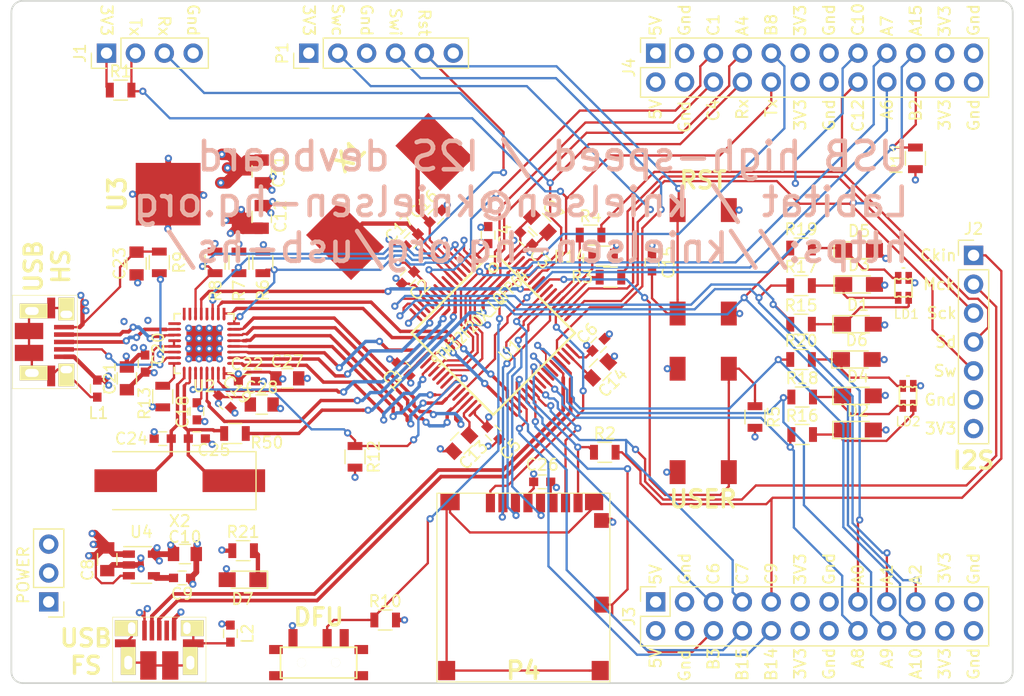
<source format=kicad_pcb>
(kicad_pcb (version 20170123) (host pcbnew "(2017-08-04 revision 7bf9f8e1c)-master")
  (layers (0 F.Cu signal) (1 In1.Cu signal) (2 In2.Cu signal) (31 B.Cu signal) (34 B.Paste user) (35 F.Paste user) (36 B.SilkS user) (37 F.SilkS user) (38 B.Mask user) (39 F.Mask user) (44 Edge.Cuts user))
  (net 0 "")
  (net 1 GND)
  (net 2 /nrst)
  (net 3 /user_but)
  (net 4 +3V3)
  (net 5 +5V)
  (net 6 "Net-(C9-Pad1)")
  (net 7 +1V8)
  (net 8 /vcap1)
  (net 9 /vcap2)
  (net 10 /osc_in)
  (net 11 /osc_out)
  (net 12 /hs_5v)
  (net 13 /ulpi_xo)
  (net 14 /ulpi_refclk)
  (net 15 "Net-(D1-Pad1)")
  (net 16 "Net-(D2-Pad1)")
  (net 17 "Net-(D3-Pad1)")
  (net 18 "Net-(D4-Pad1)")
  (net 19 "Net-(D5-Pad1)")
  (net 20 "Net-(D6-Pad1)")
  (net 21 "Net-(D7-Pad1)")
  (net 22 /usart_tx)
  (net 23 /usart_rx)
  (net 24 /i2s_ckin)
  (net 25 /i2s_mck)
  (net 26 /i2s_sck)
  (net 27 /i2s_sd)
  (net 28 /i2s_ws)
  (net 29 /io_pa6)
  (net 30 /io_pb8)
  (net 31 /io_pa7)
  (net 32 /io_pb14)
  (net 33 /io_pc1)
  (net 34 /io_pb15)
  (net 35 /io_pc4)
  (net 36 /io_pc6)
  (net 37 /boot1)
  (net 38 /led2b)
  (net 39 /led1b)
  (net 40 /led2g)
  (net 41 /led1g)
  (net 42 /led2r)
  (net 43 /led1r)
  (net 44 /sd_cd)
  (net 45 /fs_5v)
  (net 46 "Net-(L1-Pad2)")
  (net 47 "Net-(L2-Pad2)")
  (net 48 /swclk)
  (net 49 /swdio)
  (net 50 /hs_id)
  (net 51 /sd_d2)
  (net 52 /sd_d3)
  (net 53 /sd_cmd)
  (net 54 /sd_ck)
  (net 55 /sd_d0)
  (net 56 /sd_d1)
  (net 57 "Net-(P4-Pad11)")
  (net 58 /refsel0)
  (net 59 /refsel1)
  (net 60 /refsel2)
  (net 61 "Net-(R9-Pad1)")
  (net 62 /boot0)
  (net 63 /ulpi_rstn)
  (net 64 "Net-(R13-Pad1)")
  (net 65 /ulpi_extclk)
  (net 66 /ulpi_stp)
  (net 67 /ulpi_dir)
  (net 68 /ulpi_nxt)
  (net 69 /ulpi_d0)
  (net 70 /ulpi_ck)
  (net 71 /ulpi_d1)
  (net 72 /ulpi_d2)
  (net 73 /ulpi_d3)
  (net 74 /ulpi_d4)
  (net 75 /ulpi_d5)
  (net 76 /ulpi_d6)
  (net 77 /ulpi_d7)
  (net 78 /hs_dpm_N)
  (net 79 /hs_dpm_P)
  (net 80 "Net-(SW1-Pad3)")
  (net 81 "Net-(P2-Pad4)")
  (net 82 "Net-(P1-Pad6)")
  (net 83 "Net-(U2-Pad15)")
  (net 84 "Net-(U2-Pad16)")
  (net 85 "Net-(U2-Pad17)")
  (net 86 /fs_dpm_P)
  (net 87 /fs_dpm_N)
  (net 88 /io_pa4)
  (module knielsenlib:10103594-0001LF (layer F.Cu) (at 64 128.2)
    (fp_text reference P2 hide)
    (fp_text value USB_FS hide)
    (pad 6 thru_hole rect (at 2.72542 0) (size 1.30048 2.4511) (drill oval 0.70104 1.19888 (offset 0 -0.14986)) (layers *.Cu *.Mask F.SilkS) (net 47 "Net-(L2-Pad2)"))
    (pad 6 smd rect (at 2.98704 -1.69926) (size 1.82626 0.70104) (layers F.Cu F.Paste F.Mask) (net 47 "Net-(L2-Pad2)"))
    (pad 6 smd rect (at -2.98704 -1.69926) (size 1.82626 0.70104) (layers F.Cu F.Paste F.Mask) (net 47 "Net-(L2-Pad2)"))
    (pad 6 thru_hole rect (at -2.72542 0) (size 1.30048 2.4511) (drill oval 0.70104 1.19888 (offset 0 -0.14986)) (layers *.Cu *.Mask F.SilkS) (net 47 "Net-(L2-Pad2)"))
    (pad 6 thru_hole rect (at 2.4257 -3.03022) (size 1.99898 1.39954) (drill oval 0.65024 1.04902 (offset 0.47498 0)) (layers *.Cu *.Mask F.SilkS) (net 47 "Net-(L2-Pad2)"))
    (pad 6 thru_hole rect (at -2.4257 -3.03022) (size 1.99898 1.39954) (drill oval 0.65024 1.04902 (offset -0.47498 0)) (layers *.Cu *.Mask F.SilkS) (net 47 "Net-(L2-Pad2)"))
    (pad 6 smd rect (at 0.96266 0.24892) (size 1.42494 2.49936) (layers F.Cu F.Paste F.Mask) (net 47 "Net-(L2-Pad2)"))
    (pad 6 smd rect (at -0.96266 0.24892) (size 1.42494 2.49936) (layers F.Cu F.Paste F.Mask) (net 47 "Net-(L2-Pad2)"))
    (pad 5 smd rect (at 1.30048 -2.82448) (size 0.39878 1.75006) (layers F.Cu F.Paste F.Mask) (net 1 GND) (clearance 0.09906))
    (pad 4 smd rect (at 0.65024 -2.82448) (size 0.39878 1.75006) (layers F.Cu F.Paste F.Mask) (net 81 "Net-(P2-Pad4)") (clearance 0.09906))
    (pad 3 smd rect (at 0 -2.82448) (size 0.39878 1.75006) (layers F.Cu F.Paste F.Mask) (net 86 /fs_dpm_P) (clearance 0.09906))
    (pad 2 smd rect (at -0.65024 -2.82448) (size 0.39878 1.75006) (layers F.Cu F.Paste F.Mask) (net 87 /fs_dpm_N) (clearance 0.09906))
    (pad 1 smd rect (at -1.30048 -2.82448) (size 0.39878 1.75006) (layers F.Cu F.Paste F.Mask) (net 45 /fs_5v) (clearance 0.09906))
  )
  (module knielsenlib:10103594-0001LF (layer F.Cu) (at 52.8 100 270)
    (fp_text reference P3 hide)
    (fp_text value USB_HS hide)
    (pad 6 thru_hole rect (at 2.72542 0 270) (size 1.30048 2.4511) (drill oval 0.70104 1.19888 (offset 0 -0.14986)) (layers *.Cu *.Mask F.SilkS) (net 46 "Net-(L1-Pad2)"))
    (pad 6 smd rect (at 2.98704 -1.69926 270) (size 1.82626 0.70104) (layers F.Cu F.Paste F.Mask) (net 46 "Net-(L1-Pad2)"))
    (pad 6 smd rect (at -2.98704 -1.69926 270) (size 1.82626 0.70104) (layers F.Cu F.Paste F.Mask) (net 46 "Net-(L1-Pad2)"))
    (pad 6 thru_hole rect (at -2.72542 0 270) (size 1.30048 2.4511) (drill oval 0.70104 1.19888 (offset 0 -0.14986)) (layers *.Cu *.Mask F.SilkS) (net 46 "Net-(L1-Pad2)"))
    (pad 6 thru_hole rect (at 2.4257 -3.03022 270) (size 1.99898 1.39954) (drill oval 0.65024 1.04902 (offset 0.47498 0)) (layers *.Cu *.Mask F.SilkS) (net 46 "Net-(L1-Pad2)"))
    (pad 6 thru_hole rect (at -2.4257 -3.03022 270) (size 1.99898 1.39954) (drill oval 0.65024 1.04902 (offset -0.47498 0)) (layers *.Cu *.Mask F.SilkS) (net 46 "Net-(L1-Pad2)"))
    (pad 6 smd rect (at 0.96266 0.24892 270) (size 1.42494 2.49936) (layers F.Cu F.Paste F.Mask) (net 46 "Net-(L1-Pad2)"))
    (pad 6 smd rect (at -0.96266 0.24892 270) (size 1.42494 2.49936) (layers F.Cu F.Paste F.Mask) (net 46 "Net-(L1-Pad2)"))
    (pad 5 smd rect (at 1.30048 -2.82448 270) (size 0.39878 1.75006) (layers F.Cu F.Paste F.Mask) (net 1 GND) (clearance 0.09906))
    (pad 4 smd rect (at 0.65024 -2.82448 270) (size 0.39878 1.75006) (layers F.Cu F.Paste F.Mask) (net 50 /hs_id) (clearance 0.09906))
    (pad 3 smd rect (at 0 -2.82448 270) (size 0.39878 1.75006) (layers F.Cu F.Paste F.Mask) (net 79 /hs_dpm_P) (clearance 0.09906))
    (pad 2 smd rect (at -0.65024 -2.82448 270) (size 0.39878 1.75006) (layers F.Cu F.Paste F.Mask) (net 78 /hs_dpm_N) (clearance 0.09906))
    (pad 1 smd rect (at -1.30048 -2.82448 270) (size 0.39878 1.75006) (layers F.Cu F.Paste F.Mask) (net 12 /hs_5v) (clearance 0.09906))
  )
  (module knielsenlib:QFN-32-USB-3320 (layer F.Cu) (at 67.9375 100.1375 180)
    (fp_text reference U2 (at 0 -3.75 180) (layer F.SilkS))
    (fp_text value USB3320)
    (pad 32 smd oval (at -1.75 -2.245 270) (size 0.44 0.24) (layers F.Cu F.Paste F.Mask) (net 4 +3V3))
    (pad 31 smd oval (at -1.25 -2.245 270) (size 0.44 0.24) (layers F.Cu F.Paste F.Mask) (net 67 /ulpi_dir))
    (pad 30 smd oval (at -0.75 -2.245 270) (size 0.44 0.24) (layers F.Cu F.Paste F.Mask) (net 7 +1V8))
    (pad 29 smd oval (at -0.25 -2.245 270) (size 0.44 0.24) (layers F.Cu F.Paste F.Mask) (net 66 /ulpi_stp))
    (pad 28 smd oval (at 0.25 -2.245 270) (size 0.44 0.24) (layers F.Cu F.Paste F.Mask) (net 7 +1V8))
    (pad 27 smd oval (at 0.75 -2.245 270) (size 0.44 0.24) (layers F.Cu F.Paste F.Mask) (net 63 /ulpi_rstn))
    (pad 26 smd oval (at 1.25 -2.245 270) (size 0.44 0.24) (layers F.Cu F.Paste F.Mask) (net 14 /ulpi_refclk))
    (pad 24 smd oval (at 2.245 -1.75 180) (size 0.44 0.24) (layers F.Cu F.Paste F.Mask) (net 64 "Net-(R13-Pad1)"))
    (pad 23 smd oval (at 2.245 -1.25 180) (size 0.44 0.24) (layers F.Cu F.Paste F.Mask) (net 50 /hs_id))
    (pad 22 smd oval (at 2.245 -0.75 180) (size 0.44 0.24) (layers F.Cu F.Paste F.Mask) (net 61 "Net-(R9-Pad1)"))
    (pad 21 smd oval (at 2.245 -0.25 180) (size 0.44 0.24) (layers F.Cu F.Paste F.Mask) (net 4 +3V3))
    (pad 20 smd oval (at 2.245 0.25 180) (size 0.44 0.24) (layers F.Cu F.Paste F.Mask) (net 4 +3V3))
    (pad 19 smd oval (at 2.245 0.75 180) (size 0.44 0.24) (layers F.Cu F.Paste F.Mask) (net 78 /hs_dpm_N))
    (pad 18 smd oval (at 2.245 1.25 180) (size 0.44 0.24) (layers F.Cu F.Paste F.Mask) (net 79 /hs_dpm_P))
    (pad 16 smd oval (at 1.75 2.245 270) (size 0.44 0.24) (layers F.Cu F.Paste F.Mask) (net 84 "Net-(U2-Pad16)"))
    (pad 15 smd oval (at 1.25 2.245 270) (size 0.44 0.24) (layers F.Cu F.Paste F.Mask) (net 83 "Net-(U2-Pad15)"))
    (pad 14 smd oval (at 0.75 2.245 270) (size 0.44 0.24) (layers F.Cu F.Paste F.Mask) (net 60 /refsel2))
    (pad 13 smd oval (at 0.25 2.245 270) (size 0.44 0.24) (layers F.Cu F.Paste F.Mask) (net 77 /ulpi_d7))
    (pad 12 smd oval (at -0.25 2.245 270) (size 0.44 0.24) (layers F.Cu F.Paste F.Mask))
    (pad 11 smd oval (at -0.75 2.245 270) (size 0.44 0.24) (layers F.Cu F.Paste F.Mask) (net 59 /refsel1))
    (pad 10 smd oval (at -1.25 2.245 270) (size 0.44 0.24) (layers F.Cu F.Paste F.Mask) (net 76 /ulpi_d6))
    (pad 8 smd oval (at -2.245 1.75 180) (size 0.44 0.24) (layers F.Cu F.Paste F.Mask) (net 58 /refsel0))
    (pad 7 smd oval (at -2.245 1.25 180) (size 0.44 0.24) (layers F.Cu F.Paste F.Mask) (net 74 /ulpi_d4))
    (pad 6 smd oval (at -2.245 0.75 180) (size 0.44 0.24) (layers F.Cu F.Paste F.Mask) (net 73 /ulpi_d3))
    (pad 5 smd oval (at -2.245 0.25 180) (size 0.44 0.24) (layers F.Cu F.Paste F.Mask) (net 72 /ulpi_d2))
    (pad 4 smd oval (at -2.245 -0.25 180) (size 0.44 0.24) (layers F.Cu F.Paste F.Mask) (net 71 /ulpi_d1))
    (pad 3 smd oval (at -2.245 -0.75 180) (size 0.44 0.24) (layers F.Cu F.Paste F.Mask) (net 69 /ulpi_d0))
    (pad 2 smd oval (at -2.245 -1.25 180) (size 0.44 0.24) (layers F.Cu F.Paste F.Mask) (net 68 /ulpi_nxt))
    (pad 33 smd circle (at -0.9 -0.9 180) (size 0.95 0.95) (layers F.Cu F.Paste F.Mask) (net 1 GND))
    (pad 33 smd circle (at 0 -0.9 180) (size 0.95 0.95) (layers F.Cu F.Paste F.Mask) (net 1 GND))
    (pad 33 smd circle (at 0.9 -0.9 180) (size 0.95 0.95) (layers F.Cu F.Paste F.Mask) (net 1 GND))
    (pad 33 smd circle (at -0.9 0 180) (size 0.95 0.95) (layers F.Cu F.Paste F.Mask) (net 1 GND))
    (pad 33 smd circle (at 0 0 180) (size 0.95 0.95) (layers F.Cu F.Paste F.Mask) (net 1 GND))
    (pad 33 smd circle (at 0.9 0 180) (size 0.95 0.95) (layers F.Cu F.Paste F.Mask) (net 1 GND))
    (pad 33 smd circle (at -0.9 0.9 180) (size 0.95 0.95) (layers F.Cu F.Paste F.Mask) (net 1 GND))
    (pad 33 smd circle (at 0 0.9 180) (size 0.95 0.95) (layers F.Cu F.Paste F.Mask) (net 1 GND))
    (pad 33 smd rect (at 0 0 180) (size 3.1 3.1) (layers F.Cu F.Mask) (net 1 GND))
    (pad 33 smd circle (at 0.9 0.9 180) (size 0.95 0.95) (layers F.Cu F.Paste F.Mask) (net 1 GND))
    (pad 32 smd rect (at -1.75 -2.645 270) (size 1 0.24) (layers F.Cu F.Paste F.Mask) (net 4 +3V3))
    (pad 31 smd rect (at -1.25 -2.645 270) (size 1 0.24) (layers F.Cu F.Paste F.Mask) (net 67 /ulpi_dir))
    (pad 30 smd rect (at -0.75 -2.645 270) (size 1 0.24) (layers F.Cu F.Paste F.Mask) (net 7 +1V8))
    (pad 29 smd rect (at -0.25 -2.645 270) (size 1 0.24) (layers F.Cu F.Paste F.Mask) (net 66 /ulpi_stp))
    (pad 28 smd rect (at 0.25 -2.645 270) (size 1 0.24) (layers F.Cu F.Paste F.Mask) (net 7 +1V8))
    (pad 27 smd rect (at 0.75 -2.645 270) (size 1 0.24) (layers F.Cu F.Paste F.Mask) (net 63 /ulpi_rstn))
    (pad 26 smd rect (at 1.25 -2.645 270) (size 1 0.24) (layers F.Cu F.Paste F.Mask) (net 14 /ulpi_refclk))
    (pad 25 smd oval (at 1.75 -2.245 270) (size 0.44 0.24) (layers F.Cu F.Paste F.Mask) (net 13 /ulpi_xo))
    (pad 24 smd rect (at 2.645 -1.75 180) (size 1 0.24) (layers F.Cu F.Paste F.Mask) (net 64 "Net-(R13-Pad1)"))
    (pad 23 smd rect (at 2.645 -1.25 180) (size 1 0.24) (layers F.Cu F.Paste F.Mask) (net 50 /hs_id))
    (pad 22 smd rect (at 2.645 -0.75 180) (size 1 0.24) (layers F.Cu F.Paste F.Mask) (net 61 "Net-(R9-Pad1)"))
    (pad 21 smd rect (at 2.645 -0.25 180) (size 1 0.24) (layers F.Cu F.Paste F.Mask) (net 4 +3V3))
    (pad 20 smd rect (at 2.645 0.25 180) (size 1 0.24) (layers F.Cu F.Paste F.Mask) (net 4 +3V3))
    (pad 19 smd rect (at 2.645 0.75 180) (size 1 0.24) (layers F.Cu F.Paste F.Mask) (net 78 /hs_dpm_N))
    (pad 18 smd rect (at 2.645 1.25 180) (size 1 0.24) (layers F.Cu F.Paste F.Mask) (net 79 /hs_dpm_P))
    (pad 17 smd oval (at 2.245 1.75 180) (size 0.44 0.24) (layers F.Cu F.Paste F.Mask) (net 85 "Net-(U2-Pad17)"))
    (pad 16 smd rect (at 1.75 2.645 270) (size 1 0.24) (layers F.Cu F.Paste F.Mask) (net 84 "Net-(U2-Pad16)"))
    (pad 15 smd rect (at 1.25 2.645 270) (size 1 0.24) (layers F.Cu F.Paste F.Mask) (net 83 "Net-(U2-Pad15)"))
    (pad 14 smd rect (at 0.75 2.645 270) (size 1 0.24) (layers F.Cu F.Paste F.Mask) (net 60 /refsel2))
    (pad 13 smd rect (at 0.25 2.645 270) (size 1 0.24) (layers F.Cu F.Paste F.Mask) (net 77 /ulpi_d7))
    (pad 12 smd rect (at -0.25 2.645 270) (size 1 0.24) (layers F.Cu F.Paste F.Mask))
    (pad 11 smd rect (at -0.75 2.645 270) (size 1 0.24) (layers F.Cu F.Paste F.Mask) (net 59 /refsel1))
    (pad 10 smd rect (at -1.25 2.645 270) (size 1 0.24) (layers F.Cu F.Paste F.Mask) (net 76 /ulpi_d6))
    (pad 9 smd oval (at -1.75 2.245 270) (size 0.44 0.24) (layers F.Cu F.Paste F.Mask) (net 75 /ulpi_d5))
    (pad 8 smd rect (at -2.645 1.75 180) (size 1 0.24) (layers F.Cu F.Paste F.Mask) (net 58 /refsel0))
    (pad 7 smd rect (at -2.645 1.25 180) (size 1 0.24) (layers F.Cu F.Paste F.Mask) (net 74 /ulpi_d4))
    (pad 6 smd rect (at -2.645 0.75 180) (size 1 0.24) (layers F.Cu F.Paste F.Mask) (net 73 /ulpi_d3))
    (pad 5 smd rect (at -2.645 0.25 180) (size 1 0.24) (layers F.Cu F.Paste F.Mask) (net 72 /ulpi_d2))
    (pad 4 smd rect (at -2.645 -0.25 180) (size 1 0.24) (layers F.Cu F.Paste F.Mask) (net 71 /ulpi_d1))
    (pad 3 smd rect (at -2.645 -0.75 180) (size 1 0.24) (layers F.Cu F.Paste F.Mask) (net 69 /ulpi_d0))
    (pad 2 smd rect (at -2.645 -1.25 180) (size 1 0.24) (layers F.Cu F.Paste F.Mask) (net 68 /ulpi_nxt))
    (pad 1 smd oval (at -2.245 -1.75 180) (size 0.44 0.24) (layers F.Cu F.Paste F.Mask) (net 70 /ulpi_ck))
    (pad 25 smd rect (at 1.75 -2.645 270) (size 1 0.24) (layers F.Cu F.Paste F.Mask) (net 13 /ulpi_xo))
    (pad 17 smd rect (at 2.645 1.75 180) (size 1 0.24) (layers F.Cu F.Paste F.Mask) (net 85 "Net-(U2-Pad17)"))
    (pad 9 smd rect (at -1.75 2.645 270) (size 1 0.24) (layers F.Cu F.Paste F.Mask) (net 75 /ulpi_d5))
    (pad 1 smd rect (at -2.645 -1.75 180) (size 1 0.24) (layers F.Cu F.Paste F.Mask) (net 70 /ulpi_ck))
  )
  (module Capacitors_SMD:C_0805 (layer F.Cu) (at 66.25 118.65)
    (fp_text reference C10 (at 0 -1.5) (layer F.SilkS))
    (fp_text value 2.2u)
    (pad 2 smd rect (at 1 0) (size 1 1.25) (layers F.Cu F.Paste F.Mask) (net 1 GND))
    (pad 1 smd rect (at -1 0) (size 1 1.25) (layers F.Cu F.Paste F.Mask) (net 7 +1V8))
  )
  (module knielsenlib:Crystal_SMD_HC49-US (layer F.Cu) (at 65.8 112.2 180)
    (fp_text reference X2 (at 0 -3.55 180) (layer F.SilkS))
    (fp_text value "CSM-7X 24MHz")
    (pad 1 smd rect (at -4.75 0 180) (size 5.5 2) (layers F.Cu F.Paste F.Mask) (net 14 /ulpi_refclk))
    (pad 2 smd rect (at 4.75 0 180) (size 5.5 2) (layers F.Cu F.Paste F.Mask) (net 13 /ulpi_xo))
  )
  (module knielsenlib:SWITCH_FSMJSMA (layer F.Cu) (at 111.8 92.95 180)
    (fp_text reference B1 hide)
    (fp_text value RESET hide)
    (pad 4 smd rect (at -2.25044 4.54914 180) (size 1.39954 2.10058) (layers F.Cu F.Paste F.Mask) (net 1 GND))
    (pad 3 smd rect (at -2.25044 -4.54914 180) (size 1.39954 2.10058) (layers F.Cu F.Paste F.Mask) (net 1 GND))
    (pad 2 smd rect (at 2.25044 4.54914 180) (size 1.39954 2.10058) (layers F.Cu F.Paste F.Mask) (net 2 /nrst))
    (pad 1 smd rect (at 2.25044 -4.54914 180) (size 1.39954 2.10058) (layers F.Cu F.Paste F.Mask) (net 2 /nrst))
  )
  (module knielsenlib:SWITCH_FSMJSMA (layer F.Cu) (at 111.8 106.9)
    (fp_text reference B2 hide)
    (fp_text value USER_BUT hide)
    (pad 1 smd rect (at 2.25044 -4.54914) (size 1.39954 2.10058) (layers F.Cu F.Paste F.Mask) (net 3 /user_but))
    (pad 2 smd rect (at 2.25044 4.54914) (size 1.39954 2.10058) (layers F.Cu F.Paste F.Mask) (net 3 /user_but))
    (pad 3 smd rect (at -2.25044 -4.54914) (size 1.39954 2.10058) (layers F.Cu F.Paste F.Mask) (net 1 GND))
    (pad 4 smd rect (at -2.25044 4.54914) (size 1.39954 2.10058) (layers F.Cu F.Paste F.Mask) (net 1 GND))
  )
  (module Capacitors_SMD:C_0603 (layer F.Cu) (at 85.45 102.4 315)
    (fp_text reference C1 (at 0 1.343503 315) (layer F.SilkS))
    (fp_text value 100n)
    (pad 1 smd rect (at -0.75 0 315) (size 0.8 0.75) (layers F.Cu F.Paste F.Mask) (net 1 GND))
    (pad 2 smd rect (at 0.75 0 315) (size 0.8 0.75) (layers F.Cu F.Paste F.Mask) (net 4 +3V3))
  )
  (module Capacitors_SMD:C_0603 (layer F.Cu) (at 85.85 94.35 225)
    (fp_text reference C2 (at 0 -1.5 225) (layer F.SilkS))
    (fp_text value 100n)
    (pad 1 smd rect (at -0.75 0 225) (size 0.8 0.75) (layers F.Cu F.Paste F.Mask) (net 1 GND))
    (pad 2 smd rect (at 0.75 0 225) (size 0.8 0.75) (layers F.Cu F.Paste F.Mask) (net 4 +3V3))
  )
  (module Capacitors_SMD:C_0603 (layer F.Cu) (at 96.25 90.9 135)
    (fp_text reference C3 (at -2.085965 -0.388909 135) (layer F.SilkS))
    (fp_text value 100n)
    (pad 2 smd rect (at 0.75 0 135) (size 0.8 0.75) (layers F.Cu F.Paste F.Mask) (net 4 +3V3))
    (pad 1 smd rect (at -0.75 0 135) (size 0.8 0.75) (layers F.Cu F.Paste F.Mask) (net 1 GND))
  )
  (module Capacitors_SMD:C_0603 (layer F.Cu) (at 92.9 90.6 270)
    (fp_text reference C4 (at 0 -1.5 270) (layer F.SilkS))
    (fp_text value 100n)
    (pad 1 smd rect (at -0.75 0 270) (size 0.8 0.75) (layers F.Cu F.Paste F.Mask) (net 1 GND))
    (pad 2 smd rect (at 0.75 0 270) (size 0.8 0.75) (layers F.Cu F.Paste F.Mask) (net 4 +3V3))
  )
  (module Capacitors_SMD:C_0603 (layer F.Cu) (at 93.35 108 135)
    (fp_text reference C5 (at -2.085965 0.035355 225) (layer F.SilkS))
    (fp_text value 100n)
    (pad 2 smd rect (at 0.75 0 135) (size 0.8 0.75) (layers F.Cu F.Paste F.Mask) (net 4 +3V3))
    (pad 1 smd rect (at -0.75 0 135) (size 0.8 0.75) (layers F.Cu F.Paste F.Mask) (net 1 GND))
  )
  (module Capacitors_SMD:C_0603 (layer F.Cu) (at 102.6 100.25 225)
    (fp_text reference C6 (at 0 1.414214 225) (layer F.SilkS))
    (fp_text value 100n)
    (pad 1 smd rect (at -0.75 0 225) (size 0.8 0.75) (layers F.Cu F.Paste F.Mask) (net 1 GND))
    (pad 2 smd rect (at 0.75 0 225) (size 0.8 0.75) (layers F.Cu F.Paste F.Mask) (net 4 +3V3))
  )
  (module Capacitors_SMD:C_0805 (layer F.Cu) (at 97.45 89.65 135)
    (fp_text reference C7 (at 0.070711 1.697056 135) (layer F.SilkS))
    (fp_text value 4.7u)
    (pad 1 smd rect (at -1 0 135) (size 1 1.25) (layers F.Cu F.Paste F.Mask) (net 1 GND))
    (pad 2 smd rect (at 1 0 135) (size 1 1.25) (layers F.Cu F.Paste F.Mask) (net 4 +3V3))
  )
  (module Capacitors_SMD:C_0805 (layer F.Cu) (at 59.424999 119.11 270)
    (fp_text reference C8 (at 0.94 1.724999 270) (layer F.SilkS))
    (fp_text value 2.2u)
    (pad 1 smd rect (at -1 0 270) (size 1 1.25) (layers F.Cu F.Paste F.Mask) (net 5 +5V))
    (pad 2 smd rect (at 1 0 270) (size 1 1.25) (layers F.Cu F.Paste F.Mask) (net 1 GND))
  )
  (module Capacitors_SMD:C_0603 (layer F.Cu) (at 66 120.75)
    (fp_text reference C9 (at 0 1.4) (layer F.SilkS))
    (fp_text value 10n)
    (pad 1 smd rect (at -0.75 0) (size 0.8 0.75) (layers F.Cu F.Paste F.Mask) (net 6 "Net-(C9-Pad1)"))
    (pad 2 smd rect (at 0.75 0) (size 0.8 0.75) (layers F.Cu F.Paste F.Mask) (net 1 GND))
  )
  (module Capacitors_SMD:C_0805 (layer F.Cu) (at 73 85 270)
    (fp_text reference C11 (at 0 -1.5 270) (layer F.SilkS))
    (fp_text value 2.2u)
    (pad 1 smd rect (at -1 0 270) (size 1 1.25) (layers F.Cu F.Paste F.Mask) (net 5 +5V))
    (pad 2 smd rect (at 1 0 270) (size 1 1.25) (layers F.Cu F.Paste F.Mask) (net 1 GND))
  )
  (module Capacitors_SMD:C_0805 (layer F.Cu) (at 73 89 90)
    (fp_text reference C12 (at 0.05 1.65 90) (layer F.SilkS))
    (fp_text value 2.2u)
    (pad 1 smd rect (at -1 0 90) (size 1 1.25) (layers F.Cu F.Paste F.Mask) (net 4 +3V3))
    (pad 2 smd rect (at 1 0 90) (size 1 1.25) (layers F.Cu F.Paste F.Mask) (net 1 GND))
  )
  (module Capacitors_SMD:C_0805 (layer F.Cu) (at 90.55 108.9 225)
    (fp_text reference C13 (at 0 -1.5 225) (layer F.SilkS))
    (fp_text value 2.2u)
    (pad 1 smd rect (at -1 0 225) (size 1 1.25) (layers F.Cu F.Paste F.Mask) (net 8 /vcap1))
    (pad 2 smd rect (at 1 0 225) (size 1 1.25) (layers F.Cu F.Paste F.Mask) (net 1 GND))
  )
  (module Capacitors_SMD:C_0805 (layer F.Cu) (at 102.75 102.45 45)
    (fp_text reference C14 (at -0.035355 1.59099 45) (layer F.SilkS))
    (fp_text value 2.2u)
    (pad 1 smd rect (at -1 0 45) (size 1 1.25) (layers F.Cu F.Paste F.Mask) (net 9 /vcap2))
    (pad 2 smd rect (at 1 0 45) (size 1 1.25) (layers F.Cu F.Paste F.Mask) (net 1 GND))
  )
  (module Capacitors_SMD:C_0603 (layer F.Cu) (at 107.3 93 90)
    (fp_text reference C15 (at 0 1.45 90) (layer F.SilkS))
    (fp_text value 100n)
    (pad 2 smd rect (at 0.75 0 90) (size 0.8 0.75) (layers F.Cu F.Paste F.Mask) (net 1 GND))
    (pad 1 smd rect (at -0.75 0 90) (size 0.8 0.75) (layers F.Cu F.Paste F.Mask) (net 2 /nrst))
  )
  (module Capacitors_SMD:C_0603 (layer F.Cu) (at 88.3 88.95 45)
    (fp_text reference C16 (at 0 -1.5 45) (layer F.SilkS))
    (fp_text value 22p)
    (pad 2 smd rect (at 0.75 0 45) (size 0.8 0.75) (layers F.Cu F.Paste F.Mask) (net 1 GND))
    (pad 1 smd rect (at -0.75 0 45) (size 0.8 0.75) (layers F.Cu F.Paste F.Mask) (net 10 /osc_in))
  )
  (module Capacitors_SMD:C_0603 (layer F.Cu) (at 86.2 91.05 225)
    (fp_text reference C17 (at 0.035355 1.52028 225) (layer F.SilkS))
    (fp_text value 22p)
    (pad 1 smd rect (at -0.75 0 225) (size 0.8 0.75) (layers F.Cu F.Paste F.Mask) (net 11 /osc_out))
    (pad 2 smd rect (at 0.75 0 225) (size 0.8 0.75) (layers F.Cu F.Paste F.Mask) (net 1 GND))
  )
  (module Capacitors_SMD:C_0603 (layer F.Cu) (at 67.3 106.1 270)
    (fp_text reference C18 (at 0.05 1.25 270) (layer F.SilkS))
    (fp_text value 100n)
    (pad 1 smd rect (at -0.75 0 270) (size 0.8 0.75) (layers F.Cu F.Paste F.Mask) (net 7 +1V8))
    (pad 2 smd rect (at 0.75 0 270) (size 0.8 0.75) (layers F.Cu F.Paste F.Mask) (net 1 GND))
  )
  (module Capacitors_SMD:C_0603 (layer F.Cu) (at 69.75 105.25 315)
    (fp_text reference C19 (at 0 -1.5 315) (layer F.SilkS))
    (fp_text value 100n)
    (pad 2 smd rect (at 0.75 0 315) (size 0.8 0.75) (layers F.Cu F.Paste F.Mask) (net 1 GND))
    (pad 1 smd rect (at -0.75 0 315) (size 0.8 0.75) (layers F.Cu F.Paste F.Mask) (net 7 +1V8))
  )
  (module Capacitors_SMD:C_0603 (layer F.Cu) (at 62.75 101.9 90)
    (fp_text reference C20 (at 1.3 1.15 90) (layer F.SilkS))
    (fp_text value 100n)
    (pad 2 smd rect (at 0.75 0 90) (size 0.8 0.75) (layers F.Cu F.Paste F.Mask) (net 1 GND))
    (pad 1 smd rect (at -0.75 0 90) (size 0.8 0.75) (layers F.Cu F.Paste F.Mask) (net 4 +3V3))
  )
  (module Capacitors_SMD:C_0805 (layer F.Cu) (at 61.15 103.2 90)
    (fp_text reference C21 (at 0 -1.5 90) (layer F.SilkS))
    (fp_text value 2u2)
    (pad 2 smd rect (at 1 0 90) (size 1 1.25) (layers F.Cu F.Paste F.Mask) (net 1 GND))
    (pad 1 smd rect (at -1 0 90) (size 1 1.25) (layers F.Cu F.Paste F.Mask) (net 4 +3V3))
  )
  (module Capacitors_SMD:C_0603 (layer F.Cu) (at 71.7 103.45)
    (fp_text reference C22 (at 0 -1.5) (layer F.SilkS))
    (fp_text value 100n)
    (pad 1 smd rect (at -0.75 0) (size 0.8 0.75) (layers F.Cu F.Paste F.Mask) (net 4 +3V3))
    (pad 2 smd rect (at 0.75 0) (size 0.8 0.75) (layers F.Cu F.Paste F.Mask) (net 1 GND))
  )
  (module Capacitors_SMD:C_0805 (layer F.Cu) (at 62 93.1 270)
    (fp_text reference C23 (at 0 1.5 270) (layer F.SilkS))
    (fp_text value 2u2)
    (pad 2 smd rect (at 1 0 270) (size 1 1.25) (layers F.Cu F.Paste F.Mask) (net 1 GND))
    (pad 1 smd rect (at -1 0 270) (size 1 1.25) (layers F.Cu F.Paste F.Mask) (net 12 /hs_5v))
  )
  (module Capacitors_SMD:C_0603 (layer F.Cu) (at 64.3 108.5 180)
    (fp_text reference C24 (at 2.75 0 180) (layer F.SilkS))
    (fp_text value 20p)
    (pad 2 smd rect (at 0.75 0 180) (size 0.8 0.75) (layers F.Cu F.Paste F.Mask) (net 1 GND))
    (pad 1 smd rect (at -0.75 0 180) (size 0.8 0.75) (layers F.Cu F.Paste F.Mask) (net 13 /ulpi_xo))
  )
  (module Capacitors_SMD:C_0603 (layer F.Cu) (at 67.3 108.5)
    (fp_text reference C25 (at 1.5 1) (layer F.SilkS))
    (fp_text value 20p)
    (pad 1 smd rect (at -0.75 0) (size 0.8 0.75) (layers F.Cu F.Paste F.Mask) (net 14 /ulpi_refclk))
    (pad 2 smd rect (at 0.75 0) (size 0.8 0.75) (layers F.Cu F.Paste F.Mask) (net 1 GND))
  )
  (module Capacitors_SMD:C_0603 (layer F.Cu) (at 97.65 112.3)
    (fp_text reference C26 (at 0 -1.5) (layer F.SilkS))
    (fp_text value 100n)
    (pad 1 smd rect (at -0.75 0) (size 0.8 0.75) (layers F.Cu F.Paste F.Mask) (net 4 +3V3))
    (pad 2 smd rect (at 0.75 0) (size 0.8 0.75) (layers F.Cu F.Paste F.Mask) (net 1 GND))
  )
  (module Capacitors_SMD:C_0805 (layer F.Cu) (at 75.25 103.2)
    (fp_text reference C27 (at 0 -1.5) (layer F.SilkS))
    (fp_text value 1u)
    (pad 1 smd rect (at -1 0) (size 1 1.25) (layers F.Cu F.Paste F.Mask) (net 4 +3V3))
    (pad 2 smd rect (at 1 0) (size 1 1.25) (layers F.Cu F.Paste F.Mask) (net 1 GND))
  )
  (module Capacitors_SMD:C_0805 (layer F.Cu) (at 73 105.5)
    (fp_text reference C28 (at 0 -1.5) (layer F.SilkS))
    (fp_text value 2u2)
    (pad 2 smd rect (at 1 0) (size 1 1.25) (layers F.Cu F.Paste F.Mask) (net 1 GND))
    (pad 1 smd rect (at -1 0) (size 1 1.25) (layers F.Cu F.Paste F.Mask) (net 7 +1V8))
  )
  (module LEDs:LED_0805_HandSoldering (layer F.Cu) (at 125.398002 98.44)
    (fp_text reference D1 (at 0 -1.7) (layer F.SilkS))
    (fp_text value LED_Small)
    (pad 1 smd rect (at -1.35 0) (size 1.5 1.3) (layers F.Cu F.Paste F.Mask) (net 15 "Net-(D1-Pad1)"))
    (pad 2 smd rect (at 1.35 0) (size 1.5 1.3) (layers F.Cu F.Paste F.Mask) (net 4 +3V3))
  )
  (module LEDs:LED_0805_HandSoldering (layer F.Cu) (at 125.398001 107.740001)
    (fp_text reference D2 (at 0 -1.7) (layer F.SilkS))
    (fp_text value LED_Small)
    (pad 2 smd rect (at 1.35 0) (size 1.5 1.3) (layers F.Cu F.Paste F.Mask) (net 4 +3V3))
    (pad 1 smd rect (at -1.35 0) (size 1.5 1.3) (layers F.Cu F.Paste F.Mask) (net 16 "Net-(D2-Pad1)"))
  )
  (module LEDs:LED_0805_HandSoldering (layer F.Cu) (at 125.498 94.94)
    (fp_text reference D3 (at 0 -1.7) (layer F.SilkS))
    (fp_text value LED_Small)
    (pad 2 smd rect (at 1.35 0) (size 1.5 1.3) (layers F.Cu F.Paste F.Mask) (net 4 +3V3))
    (pad 1 smd rect (at -1.35 0) (size 1.5 1.3) (layers F.Cu F.Paste F.Mask) (net 17 "Net-(D3-Pad1)"))
  )
  (module LEDs:LED_0805_HandSoldering (layer F.Cu) (at 125.398 104.74)
    (fp_text reference D4 (at 0 -1.7) (layer F.SilkS))
    (fp_text value LED_Small)
    (pad 1 smd rect (at -1.35 0) (size 1.5 1.3) (layers F.Cu F.Paste F.Mask) (net 18 "Net-(D4-Pad1)"))
    (pad 2 smd rect (at 1.35 0) (size 1.5 1.3) (layers F.Cu F.Paste F.Mask) (net 4 +3V3))
  )
  (module LEDs:LED_0805_HandSoldering (layer F.Cu) (at 125.498 91.939999)
    (fp_text reference D5 (at 0 -1.7) (layer F.SilkS))
    (fp_text value LED_Small)
    (pad 1 smd rect (at -1.35 0) (size 1.5 1.3) (layers F.Cu F.Paste F.Mask) (net 19 "Net-(D5-Pad1)"))
    (pad 2 smd rect (at 1.35 0) (size 1.5 1.3) (layers F.Cu F.Paste F.Mask) (net 4 +3V3))
  )
  (module LEDs:LED_0805_HandSoldering (layer F.Cu) (at 125.298 101.54)
    (fp_text reference D6 (at 0 -1.7) (layer F.SilkS))
    (fp_text value LED_Small)
    (pad 2 smd rect (at 1.35 0) (size 1.5 1.3) (layers F.Cu F.Paste F.Mask) (net 4 +3V3))
    (pad 1 smd rect (at -1.35 0) (size 1.5 1.3) (layers F.Cu F.Paste F.Mask) (net 20 "Net-(D6-Pad1)"))
  )
  (module LEDs:LED_0805_HandSoldering (layer F.Cu) (at 71.315 120.905 180)
    (fp_text reference D7 (at 0 -1.7 180) (layer F.SilkS))
    (fp_text value LED_Small)
    (pad 1 smd rect (at -1.35 0 180) (size 1.5 1.3) (layers F.Cu F.Paste F.Mask) (net 21 "Net-(D7-Pad1)"))
    (pad 2 smd rect (at 1.35 0 180) (size 1.5 1.3) (layers F.Cu F.Paste F.Mask) (net 5 +5V))
  )
  (module Pin_Headers:Pin_Header_Straight_1x04_Pitch2.54mm (layer F.Cu) (at 59.36 74.6 90)
    (fp_text reference J1 (at 0 -2.33 90) (layer F.SilkS))
    (fp_text value SERIAL)
    (pad 1 thru_hole rect (at 0 0 90) (size 1.7 1.7) (drill 1) (layers *.Cu *.Mask) (net 4 +3V3))
    (pad 2 thru_hole oval (at 0 2.54 90) (size 1.7 1.7) (drill 1) (layers *.Cu *.Mask) (net 22 /usart_tx))
    (pad 3 thru_hole oval (at 0 5.08 90) (size 1.7 1.7) (drill 1) (layers *.Cu *.Mask) (net 23 /usart_rx))
    (pad 4 thru_hole oval (at 0 7.62 90) (size 1.7 1.7) (drill 1) (layers *.Cu *.Mask) (net 1 GND))
  )
  (module Pin_Headers:Pin_Header_Straight_1x07_Pitch2.54mm (layer F.Cu) (at 135.56 92.38)
    (fp_text reference J2 (at 0 -2.33) (layer F.SilkS))
    (fp_text value I2S)
    (pad 1 thru_hole rect (at 0 0) (size 1.7 1.7) (drill 1) (layers *.Cu *.Mask) (net 24 /i2s_ckin))
    (pad 2 thru_hole oval (at 0 2.54) (size 1.7 1.7) (drill 1) (layers *.Cu *.Mask) (net 25 /i2s_mck))
    (pad 3 thru_hole oval (at 0 5.08) (size 1.7 1.7) (drill 1) (layers *.Cu *.Mask) (net 26 /i2s_sck))
    (pad 4 thru_hole oval (at 0 7.62) (size 1.7 1.7) (drill 1) (layers *.Cu *.Mask) (net 27 /i2s_sd))
    (pad 5 thru_hole oval (at 0 10.16) (size 1.7 1.7) (drill 1) (layers *.Cu *.Mask) (net 28 /i2s_ws))
    (pad 6 thru_hole oval (at 0 12.7) (size 1.7 1.7) (drill 1) (layers *.Cu *.Mask) (net 1 GND))
    (pad 7 thru_hole oval (at 0 15.24) (size 1.7 1.7) (drill 1) (layers *.Cu *.Mask) (net 4 +3V3))
  )
  (module Socket_Strips:Socket_Strip_Straight_2x12_Pitch2.54mm (layer F.Cu) (at 107.62 122.86 90)
    (fp_text reference J3 (at -1.27 -2.33 90) (layer F.SilkS))
    (fp_text value GPIO1)
    (pad 1 thru_hole rect (at 0 0 90) (size 1.7 1.7) (drill 1) (layers *.Cu *.Mask) (net 5 +5V))
    (pad 2 thru_hole oval (at -2.54 0 90) (size 1.7 1.7) (drill 1) (layers *.Cu *.Mask) (net 5 +5V))
    (pad 3 thru_hole oval (at 0 2.54 90) (size 1.7 1.7) (drill 1) (layers *.Cu *.Mask) (net 1 GND))
    (pad 4 thru_hole oval (at -2.54 2.54 90) (size 1.7 1.7) (drill 1) (layers *.Cu *.Mask) (net 1 GND))
    (pad 5 thru_hole oval (at 0 5.08 90) (size 1.7 1.7) (drill 1) (layers *.Cu *.Mask) (net 36 /io_pc6))
    (pad 6 thru_hole oval (at -2.54 5.08 90) (size 1.7 1.7) (drill 1) (layers *.Cu *.Mask) (net 44 /sd_cd))
    (pad 7 thru_hole oval (at 0 7.62 90) (size 1.7 1.7) (drill 1) (layers *.Cu *.Mask) (net 25 /i2s_mck))
    (pad 8 thru_hole oval (at -2.54 7.62 90) (size 1.7 1.7) (drill 1) (layers *.Cu *.Mask) (net 34 /io_pb15))
    (pad 9 thru_hole oval (at 0 10.16 90) (size 1.7 1.7) (drill 1) (layers *.Cu *.Mask) (net 24 /i2s_ckin))
    (pad 10 thru_hole oval (at -2.54 10.16 90) (size 1.7 1.7) (drill 1) (layers *.Cu *.Mask) (net 32 /io_pb14))
    (pad 11 thru_hole oval (at 0 12.7 90) (size 1.7 1.7) (drill 1) (layers *.Cu *.Mask) (net 4 +3V3))
    (pad 12 thru_hole oval (at -2.54 12.7 90) (size 1.7 1.7) (drill 1) (layers *.Cu *.Mask) (net 4 +3V3))
    (pad 13 thru_hole oval (at 0 15.24 90) (size 1.7 1.7) (drill 1) (layers *.Cu *.Mask) (net 1 GND))
    (pad 14 thru_hole oval (at -2.54 15.24 90) (size 1.7 1.7) (drill 1) (layers *.Cu *.Mask) (net 1 GND))
    (pad 15 thru_hole oval (at 0 17.78 90) (size 1.7 1.7) (drill 1) (layers *.Cu *.Mask) (net 43 /led1r))
    (pad 16 thru_hole oval (at -2.54 17.78 90) (size 1.7 1.7) (drill 1) (layers *.Cu *.Mask) (net 42 /led2r))
    (pad 17 thru_hole oval (at 0 20.32 90) (size 1.7 1.7) (drill 1) (layers *.Cu *.Mask) (net 41 /led1g))
    (pad 18 thru_hole oval (at -2.54 20.32 90) (size 1.7 1.7) (drill 1) (layers *.Cu *.Mask) (net 40 /led2g))
    (pad 19 thru_hole oval (at 0 22.86 90) (size 1.7 1.7) (drill 1) (layers *.Cu *.Mask) (net 39 /led1b))
    (pad 20 thru_hole oval (at -2.54 22.86 90) (size 1.7 1.7) (drill 1) (layers *.Cu *.Mask) (net 38 /led2b))
    (pad 21 thru_hole oval (at 0 25.4 90) (size 1.7 1.7) (drill 1) (layers *.Cu *.Mask) (net 4 +3V3))
    (pad 22 thru_hole oval (at -2.54 25.4 90) (size 1.7 1.7) (drill 1) (layers *.Cu *.Mask) (net 4 +3V3))
    (pad 23 thru_hole oval (at 0 27.94 90) (size 1.7 1.7) (drill 1) (layers *.Cu *.Mask) (net 1 GND))
    (pad 24 thru_hole oval (at -2.54 27.94 90) (size 1.7 1.7) (drill 1) (layers *.Cu *.Mask) (net 1 GND))
  )
  (module Socket_Strips:Socket_Strip_Straight_2x12_Pitch2.54mm (layer F.Cu) (at 107.62 74.6 90)
    (fp_text reference J4 (at -1.27 -2.33 90) (layer F.SilkS))
    (fp_text value GPIO2)
    (pad 24 thru_hole oval (at -2.54 27.94 90) (size 1.7 1.7) (drill 1) (layers *.Cu *.Mask) (net 1 GND))
    (pad 23 thru_hole oval (at 0 27.94 90) (size 1.7 1.7) (drill 1) (layers *.Cu *.Mask) (net 1 GND))
    (pad 22 thru_hole oval (at -2.54 25.4 90) (size 1.7 1.7) (drill 1) (layers *.Cu *.Mask) (net 4 +3V3))
    (pad 21 thru_hole oval (at 0 25.4 90) (size 1.7 1.7) (drill 1) (layers *.Cu *.Mask) (net 4 +3V3))
    (pad 20 thru_hole oval (at -2.54 22.86 90) (size 1.7 1.7) (drill 1) (layers *.Cu *.Mask) (net 37 /boot1))
    (pad 19 thru_hole oval (at 0 22.86 90) (size 1.7 1.7) (drill 1) (layers *.Cu *.Mask) (net 28 /i2s_ws))
    (pad 18 thru_hole oval (at -2.54 20.32 90) (size 1.7 1.7) (drill 1) (layers *.Cu *.Mask) (net 29 /io_pa6))
    (pad 17 thru_hole oval (at 0 20.32 90) (size 1.7 1.7) (drill 1) (layers *.Cu *.Mask) (net 31 /io_pa7))
    (pad 16 thru_hole oval (at -2.54 17.78 90) (size 1.7 1.7) (drill 1) (layers *.Cu *.Mask) (net 27 /i2s_sd))
    (pad 15 thru_hole oval (at 0 17.78 90) (size 1.7 1.7) (drill 1) (layers *.Cu *.Mask) (net 26 /i2s_sck))
    (pad 14 thru_hole oval (at -2.54 15.24 90) (size 1.7 1.7) (drill 1) (layers *.Cu *.Mask) (net 1 GND))
    (pad 13 thru_hole oval (at 0 15.24 90) (size 1.7 1.7) (drill 1) (layers *.Cu *.Mask) (net 1 GND))
    (pad 12 thru_hole oval (at -2.54 12.7 90) (size 1.7 1.7) (drill 1) (layers *.Cu *.Mask) (net 4 +3V3))
    (pad 11 thru_hole oval (at 0 12.7 90) (size 1.7 1.7) (drill 1) (layers *.Cu *.Mask) (net 4 +3V3))
    (pad 10 thru_hole oval (at -2.54 10.16 90) (size 1.7 1.7) (drill 1) (layers *.Cu *.Mask) (net 22 /usart_tx))
    (pad 9 thru_hole oval (at 0 10.16 90) (size 1.7 1.7) (drill 1) (layers *.Cu *.Mask) (net 30 /io_pb8))
    (pad 8 thru_hole oval (at -2.54 7.62 90) (size 1.7 1.7) (drill 1) (layers *.Cu *.Mask) (net 23 /usart_rx))
    (pad 7 thru_hole oval (at 0 7.62 90) (size 1.7 1.7) (drill 1) (layers *.Cu *.Mask) (net 88 /io_pa4))
    (pad 6 thru_hole oval (at -2.54 5.08 90) (size 1.7 1.7) (drill 1) (layers *.Cu *.Mask) (net 35 /io_pc4))
    (pad 5 thru_hole oval (at 0 5.08 90) (size 1.7 1.7) (drill 1) (layers *.Cu *.Mask) (net 33 /io_pc1))
    (pad 4 thru_hole oval (at -2.54 2.54 90) (size 1.7 1.7) (drill 1) (layers *.Cu *.Mask) (net 1 GND))
    (pad 3 thru_hole oval (at 0 2.54 90) (size 1.7 1.7) (drill 1) (layers *.Cu *.Mask) (net 1 GND))
    (pad 2 thru_hole oval (at -2.54 0 90) (size 1.7 1.7) (drill 1) (layers *.Cu *.Mask) (net 5 +5V))
    (pad 1 thru_hole rect (at 0 0 90) (size 1.7 1.7) (drill 1) (layers *.Cu *.Mask) (net 5 +5V))
  )
  (module Pin_Headers:Pin_Header_Straight_1x03_Pitch2.54mm (layer F.Cu) (at 54.28 122.86 180)
    (fp_text reference JP1 hide)
    (fp_text value POWER (at 2.23 2.36 270) (layer F.SilkS))
    (pad 3 thru_hole oval (at 0 5.08 180) (size 1.7 1.7) (drill 1) (layers *.Cu *.Mask) (net 12 /hs_5v))
    (pad 2 thru_hole oval (at 0 2.54 180) (size 1.7 1.7) (drill 1) (layers *.Cu *.Mask) (net 5 +5V))
    (pad 1 thru_hole rect (at 0 0 180) (size 1.7 1.7) (drill 1) (layers *.Cu *.Mask) (net 45 /fs_5v))
  )
  (module Capacitors_SMD:C_0603 (layer F.Cu) (at 58.55 104.1 270)
    (fp_text reference L1 (at 2.1484 -0.0988) (layer F.SilkS))
    (fp_text value 30@100MHz)
    (pad 2 smd rect (at 0.75 0 270) (size 0.8 0.75) (layers F.Cu F.Paste F.Mask) (net 46 "Net-(L1-Pad2)"))
    (pad 1 smd rect (at -0.75 0 270) (size 0.8 0.75) (layers F.Cu F.Paste F.Mask) (net 1 GND))
  )
  (module Capacitors_SMD:C_0603 (layer F.Cu) (at 70.25 125.65 270)
    (fp_text reference L2 (at 0 -1.5 270) (layer F.SilkS))
    (fp_text value 30@100MHz)
    (pad 1 smd rect (at -0.75 0 270) (size 0.8 0.75) (layers F.Cu F.Paste F.Mask) (net 1 GND))
    (pad 2 smd rect (at 0.75 0 270) (size 0.8 0.75) (layers F.Cu F.Paste F.Mask) (net 47 "Net-(L2-Pad2)"))
  )
  (module knielsenlib:RGB_0603 (layer F.Cu) (at 129.398 95.24 90)
    (fp_text reference LD1 (at -2.31 0.252 180) (layer F.SilkS) (effects (font (size 0.8 0.8) (thickness 0.12))))
    (fp_text value RGB_LED_SMALL hide)
    (pad 4 smd rect (at 0.875 -0.4625 90) (size 1.05 0.575) (layers F.Cu F.Paste F.Mask) (net 19 "Net-(D5-Pad1)"))
    (pad 1 smd rect (at 0.875 0.4625 90) (size 1.05 0.575) (layers F.Cu F.Paste F.Mask) (net 4 +3V3))
    (pad 2 smd rect (at -0.875 0.4625 90) (size 1.05 0.575) (layers F.Cu F.Paste F.Mask) (net 15 "Net-(D1-Pad1)"))
    (pad 3 smd rect (at -0.875 -0.4625 90) (size 1.05 0.575) (layers F.Cu F.Paste F.Mask) (net 17 "Net-(D3-Pad1)"))
  )
  (module knielsenlib:RGB_0603 (layer F.Cu) (at 129.798 104.74 90)
    (fp_text reference LD2 (at -2.26 0.002 180) (layer F.SilkS) (effects (font (size 0.8 0.8) (thickness 0.12))))
    (fp_text value RGB_LED_SMALL hide)
    (pad 3 smd rect (at -0.875 -0.4625 90) (size 1.05 0.575) (layers F.Cu F.Paste F.Mask) (net 18 "Net-(D4-Pad1)"))
    (pad 2 smd rect (at -0.875 0.4625 90) (size 1.05 0.575) (layers F.Cu F.Paste F.Mask) (net 16 "Net-(D2-Pad1)"))
    (pad 1 smd rect (at 0.875 0.4625 90) (size 1.05 0.575) (layers F.Cu F.Paste F.Mask) (net 4 +3V3))
    (pad 4 smd rect (at 0.875 -0.4625 90) (size 1.05 0.575) (layers F.Cu F.Paste F.Mask) (net 20 "Net-(D6-Pad1)"))
  )
  (module Pin_Headers:Pin_Header_Straight_1x06_Pitch2.54mm (layer F.Cu) (at 77.14 74.6 90)
    (fp_text reference P1 (at 0 -2.33 90) (layer F.SilkS))
    (fp_text value SWD)
    (pad 1 thru_hole rect (at 0 0 90) (size 1.7 1.7) (drill 1) (layers *.Cu *.Mask) (net 4 +3V3))
    (pad 2 thru_hole oval (at 0 2.54 90) (size 1.7 1.7) (drill 1) (layers *.Cu *.Mask) (net 48 /swclk))
    (pad 3 thru_hole oval (at 0 5.08 90) (size 1.7 1.7) (drill 1) (layers *.Cu *.Mask) (net 1 GND))
    (pad 4 thru_hole oval (at 0 7.62 90) (size 1.7 1.7) (drill 1) (layers *.Cu *.Mask) (net 49 /swdio))
    (pad 5 thru_hole oval (at 0 10.16 90) (size 1.7 1.7) (drill 1) (layers *.Cu *.Mask) (net 2 /nrst))
    (pad 6 thru_hole oval (at 0 12.7 90) (size 1.7 1.7) (drill 1) (layers *.Cu *.Mask) (net 82 "Net-(P1-Pad6)"))
  )
  (module knielsenlib:SD_502774 (layer F.Cu) (at 96 121.3 180)
    (fp_text reference P4 (at 0 -7.59968 180) (layer F.SilkS) (effects (font (thickness 0.3048))))
    (fp_text value MICRO-SD hide)
    (pad 1 smd rect (at 2.90068 7.16026 180) (size 0.8001 1.67894) (layers F.Cu F.Paste F.Mask) (net 51 /sd_d2) (clearance 0.09906))
    (pad 2 smd rect (at 1.80086 7.16026 180) (size 0.8001 1.67894) (layers F.Cu F.Paste F.Mask) (net 52 /sd_d3) (clearance 0.09906))
    (pad 3 smd rect (at 0.70104 7.16026 180) (size 0.8001 1.67894) (layers F.Cu F.Paste F.Mask) (net 53 /sd_cmd) (clearance 0.09906))
    (pad 4 smd rect (at -0.39878 7.16026 180) (size 0.8001 1.67894) (layers F.Cu F.Paste F.Mask) (net 4 +3V3) (clearance 0.09906))
    (pad 5 smd rect (at -1.50114 7.16026 180) (size 0.8001 1.67894) (layers F.Cu F.Paste F.Mask) (net 54 /sd_ck) (clearance 0.09906))
    (pad 6 smd rect (at -2.60096 7.16026 180) (size 0.8001 1.67894) (layers F.Cu F.Paste F.Mask) (net 1 GND) (clearance 0.09906))
    (pad 7 smd rect (at -3.70078 7.16026 180) (size 0.8001 1.67894) (layers F.Cu F.Paste F.Mask) (net 55 /sd_d0) (clearance 0.09906))
    (pad 8 smd rect (at -4.8006 7.16026 180) (size 0.8001 1.67894) (layers F.Cu F.Paste F.Mask) (net 56 /sd_d1) (clearance 0.09906))
    (pad 11 smd rect (at -6.2103 7.24916 180) (size 1.6002 1.50114) (layers F.Cu F.Paste F.Mask) (net 57 "Net-(P4-Pad11)") (clearance 0.09906))
    (pad 11 smd rect (at 6.44906 7.24916 180) (size 1.69926 1.50114) (layers F.Cu F.Paste F.Mask) (net 57 "Net-(P4-Pad11)"))
    (pad 11 smd rect (at -6.74878 -7.59968 180) (size 1.50114 1.69926) (layers F.Cu F.Paste F.Mask) (net 57 "Net-(P4-Pad11)"))
    (pad 11 smd rect (at 6.74878 -7.59968 180) (size 1.50114 1.69926) (layers F.Cu F.Paste F.Mask) (net 57 "Net-(P4-Pad11)"))
    (pad 9 smd rect (at -6.85546 5.6007 180) (size 1.29032 1.30048) (layers F.Cu F.Paste F.Mask) (net 1 GND))
    (pad 10 smd rect (at -6.85546 -1.80086 180) (size 1.29032 1.39954) (layers F.Cu F.Paste F.Mask) (net 44 /sd_cd))
  )
  (module Resistors_SMD:R_0805 (layer F.Cu) (at 60.6 77.85)
    (fp_text reference R1 (at 0 -1.65) (layer F.SilkS))
    (fp_text value 47k)
    (pad 2 smd rect (at 0.95 0) (size 0.7 1.3) (layers F.Cu F.Paste F.Mask) (net 22 /usart_tx))
    (pad 1 smd rect (at -0.95 0) (size 0.7 1.3) (layers F.Cu F.Paste F.Mask) (net 4 +3V3))
  )
  (module Resistors_SMD:R_0805 (layer F.Cu) (at 103.15 109.7)
    (fp_text reference R2 (at 0 -1.65) (layer F.SilkS))
    (fp_text value 0)
    (pad 2 smd rect (at 0.95 0) (size 0.7 1.3) (layers F.Cu F.Paste F.Mask) (net 24 /i2s_ckin))
    (pad 1 smd rect (at -0.95 0) (size 0.7 1.3) (layers F.Cu F.Paste F.Mask) (net 56 /sd_d1))
  )
  (module Resistors_SMD:R_0805 (layer F.Cu) (at 103.65 94.3)
    (fp_text reference R3 (at -2.5 0) (layer F.SilkS))
    (fp_text value 0)
    (pad 1 smd rect (at -0.95 0) (size 0.7 1.3) (layers F.Cu F.Paste F.Mask) (net 51 /sd_d2))
    (pad 2 smd rect (at 0.95 0) (size 0.7 1.3) (layers F.Cu F.Paste F.Mask) (net 26 /i2s_sck))
  )
  (module Resistors_SMD:R_0805 (layer F.Cu) (at 101.9 90.6)
    (fp_text reference R4 (at 0 -1.65) (layer F.SilkS))
    (fp_text value 0)
    (pad 2 smd rect (at 0.95 0) (size 0.7 1.3) (layers F.Cu F.Paste F.Mask) (net 27 /i2s_sd))
    (pad 1 smd rect (at -0.95 0) (size 0.7 1.3) (layers F.Cu F.Paste F.Mask) (net 54 /sd_ck))
  )
  (module Resistors_SMD:R_0805 (layer F.Cu) (at 116.35 106.6 270)
    (fp_text reference R5 (at 0 -1.65 270) (layer F.SilkS))
    (fp_text value 10k)
    (pad 2 smd rect (at 0.95 0 270) (size 0.7 1.3) (layers F.Cu F.Paste F.Mask) (net 4 +3V3))
    (pad 1 smd rect (at -0.95 0 270) (size 0.7 1.3) (layers F.Cu F.Paste F.Mask) (net 3 /user_but))
  )
  (module Resistors_SMD:R_0805 (layer F.Cu) (at 73.1 93 270)
    (fp_text reference R6 (at 2.45 0 270) (layer F.SilkS))
    (fp_text value 47k)
    (pad 1 smd rect (at -0.95 0 270) (size 0.7 1.3) (layers F.Cu F.Paste F.Mask) (net 4 +3V3))
    (pad 2 smd rect (at 0.95 0 270) (size 0.7 1.3) (layers F.Cu F.Paste F.Mask) (net 58 /refsel0))
  )
  (module Resistors_SMD:R_0805 (layer F.Cu) (at 71 93 270)
    (fp_text reference R7 (at 2.5 0 270) (layer F.SilkS))
    (fp_text value 47k)
    (pad 2 smd rect (at 0.95 0 270) (size 0.7 1.3) (layers F.Cu F.Paste F.Mask) (net 59 /refsel1))
    (pad 1 smd rect (at -0.95 0 270) (size 0.7 1.3) (layers F.Cu F.Paste F.Mask) (net 4 +3V3))
  )
  (module Resistors_SMD:R_0805 (layer F.Cu) (at 68.9 93 270)
    (fp_text reference R8 (at 2.5 -0.05 270) (layer F.SilkS))
    (fp_text value 47k)
    (pad 1 smd rect (at -0.95 0 270) (size 0.7 1.3) (layers F.Cu F.Paste F.Mask) (net 4 +3V3))
    (pad 2 smd rect (at 0.95 0 270) (size 0.7 1.3) (layers F.Cu F.Paste F.Mask) (net 60 /refsel2))
  )
  (module Resistors_SMD:R_0805 (layer F.Cu) (at 64 93 90)
    (fp_text reference R9 (at 0 1.75 90) (layer F.SilkS))
    (fp_text value 10k)
    (pad 1 smd rect (at -0.95 0 90) (size 0.7 1.3) (layers F.Cu F.Paste F.Mask) (net 61 "Net-(R9-Pad1)"))
    (pad 2 smd rect (at 0.95 0 90) (size 0.7 1.3) (layers F.Cu F.Paste F.Mask) (net 12 /hs_5v))
  )
  (module Resistors_SMD:R_0805 (layer F.Cu) (at 83.85 124.45)
    (fp_text reference R10 (at 0 -1.65) (layer F.SilkS))
    (fp_text value 47k)
    (pad 2 smd rect (at 0.95 0) (size 0.7 1.3) (layers F.Cu F.Paste F.Mask) (net 1 GND))
    (pad 1 smd rect (at -0.95 0) (size 0.7 1.3) (layers F.Cu F.Paste F.Mask) (net 62 /boot0))
  )
  (module Resistors_SMD:R_0805 (layer F.Cu) (at 130.45 83.85 90)
    (fp_text reference R11 (at 0 -1.65 90) (layer F.SilkS))
    (fp_text value 47k)
    (pad 1 smd rect (at -0.95 0 90) (size 0.7 1.3) (layers F.Cu F.Paste F.Mask) (net 1 GND))
    (pad 2 smd rect (at 0.95 0 90) (size 0.7 1.3) (layers F.Cu F.Paste F.Mask) (net 37 /boot1))
  )
  (module Resistors_SMD:R_0805 (layer F.Cu) (at 81.2 110.1 270)
    (fp_text reference R12 (at 0 -1.65 270) (layer F.SilkS))
    (fp_text value 47k)
    (pad 1 smd rect (at -0.95 0 270) (size 0.7 1.3) (layers F.Cu F.Paste F.Mask) (net 63 /ulpi_rstn))
    (pad 2 smd rect (at 0.95 0 270) (size 0.7 1.3) (layers F.Cu F.Paste F.Mask) (net 1 GND))
  )
  (module Resistors_SMD:R_0805 (layer F.Cu) (at 64.3 104.8 270)
    (fp_text reference R13 (at 0.6 1.6 270) (layer F.SilkS))
    (fp_text value 8k06)
    (pad 1 smd rect (at -0.95 0 270) (size 0.7 1.3) (layers F.Cu F.Paste F.Mask) (net 64 "Net-(R13-Pad1)"))
    (pad 2 smd rect (at 0.95 0 270) (size 0.7 1.3) (layers F.Cu F.Paste F.Mask) (net 1 GND))
  )
  (module Resistors_SMD:R_0805 (layer F.Cu) (at 103 92.45)
    (fp_text reference R14 (at -2.9 0.05) (layer F.SilkS))
    (fp_text value 47k)
    (pad 1 smd rect (at -0.95 0) (size 0.7 1.3) (layers F.Cu F.Paste F.Mask) (net 52 /sd_d3))
    (pad 2 smd rect (at 0.95 0) (size 0.7 1.3) (layers F.Cu F.Paste F.Mask) (net 4 +3V3))
  )
  (module Resistors_SMD:R_0805 (layer F.Cu) (at 120.398 98.44)
    (fp_text reference R15 (at 0 -1.65) (layer F.SilkS))
    (fp_text value 1k)
    (pad 2 smd rect (at 0.95 0) (size 0.7 1.3) (layers F.Cu F.Paste F.Mask) (net 15 "Net-(D1-Pad1)"))
    (pad 1 smd rect (at -0.95 0) (size 0.7 1.3) (layers F.Cu F.Paste F.Mask) (net 43 /led1r))
  )
  (module Resistors_SMD:R_0805 (layer F.Cu) (at 120.498 108.14)
    (fp_text reference R16 (at 0 -1.65) (layer F.SilkS))
    (fp_text value 1k)
    (pad 1 smd rect (at -0.95 0) (size 0.7 1.3) (layers F.Cu F.Paste F.Mask) (net 42 /led2r))
    (pad 2 smd rect (at 0.95 0) (size 0.7 1.3) (layers F.Cu F.Paste F.Mask) (net 16 "Net-(D2-Pad1)"))
  )
  (module Resistors_SMD:R_0805 (layer F.Cu) (at 120.398 95.04)
    (fp_text reference R17 (at 0 -1.65) (layer F.SilkS))
    (fp_text value 1k)
    (pad 2 smd rect (at 0.95 0) (size 0.7 1.3) (layers F.Cu F.Paste F.Mask) (net 17 "Net-(D3-Pad1)"))
    (pad 1 smd rect (at -0.95 0) (size 0.7 1.3) (layers F.Cu F.Paste F.Mask) (net 41 /led1g))
  )
  (module Resistors_SMD:R_0805 (layer F.Cu) (at 120.498 104.84)
    (fp_text reference R18 (at 0 -1.65) (layer F.SilkS))
    (fp_text value 1k)
    (pad 2 smd rect (at 0.95 0) (size 0.7 1.3) (layers F.Cu F.Paste F.Mask) (net 18 "Net-(D4-Pad1)"))
    (pad 1 smd rect (at -0.95 0) (size 0.7 1.3) (layers F.Cu F.Paste F.Mask) (net 40 /led2g))
  )
  (module Resistors_SMD:R_0805 (layer F.Cu) (at 120.397999 91.74)
    (fp_text reference R19 (at 0 -1.65) (layer F.SilkS))
    (fp_text value 1k)
    (pad 1 smd rect (at -0.95 0) (size 0.7 1.3) (layers F.Cu F.Paste F.Mask) (net 39 /led1b))
    (pad 2 smd rect (at 0.95 0) (size 0.7 1.3) (layers F.Cu F.Paste F.Mask) (net 19 "Net-(D5-Pad1)"))
  )
  (module Resistors_SMD:R_0805 (layer F.Cu) (at 120.398 101.54)
    (fp_text reference R20 (at 0 -1.65) (layer F.SilkS))
    (fp_text value 1k)
    (pad 1 smd rect (at -0.95 0) (size 0.7 1.3) (layers F.Cu F.Paste F.Mask) (net 38 /led2b))
    (pad 2 smd rect (at 0.95 0) (size 0.7 1.3) (layers F.Cu F.Paste F.Mask) (net 20 "Net-(D6-Pad1)"))
  )
  (module Resistors_SMD:R_0805 (layer F.Cu) (at 71.365 118.355)
    (fp_text reference R21 (at 0 -1.65) (layer F.SilkS))
    (fp_text value 2k2)
    (pad 2 smd rect (at 0.95 0) (size 0.7 1.3) (layers F.Cu F.Paste F.Mask) (net 21 "Net-(D7-Pad1)"))
    (pad 1 smd rect (at -0.95 0) (size 0.7 1.3) (layers F.Cu F.Paste F.Mask) (net 1 GND))
  )
  (module Resistors_SMD:R_0805 (layer F.Cu) (at 70.65 108.05)
    (fp_text reference R50 (at 2.8 0.8) (layer F.SilkS))
    (fp_text value 0)
    (pad 2 smd rect (at 0.95 0) (size 0.7 1.3) (layers F.Cu F.Paste F.Mask) (net 65 /ulpi_extclk))
    (pad 1 smd rect (at -0.95 0) (size 0.7 1.3) (layers F.Cu F.Paste F.Mask) (net 14 /ulpi_refclk))
  )
  (module knielsenlib:switch_msk_12c02 (layer F.Cu) (at 78 128.2 180)
    (fp_text reference SW1 hide)
    (fp_text value DFU (at 0 4 180) (layer F.SilkS) (effects (font (size 1.5 1.5) (thickness 0.3))))
    (pad "" smd rect (at -3.75 -1.15 180) (size 1.2 0.8) (layers F.Cu F.Paste F.Mask))
    (pad "" smd rect (at -3.75 1.15 180) (size 1.2 0.8) (layers F.Cu F.Paste F.Mask))
    (pad "" smd rect (at 3.75 -1.15 180) (size 1.2 0.8) (layers F.Cu F.Paste F.Mask))
    (pad "" smd rect (at 3.75 1.15 180) (size 1.2 0.8) (layers F.Cu F.Paste F.Mask))
    (pad "" np_thru_hole circle (at -1.5 0 180) (size 0.8 0.8) (drill 0.8) (layers *.Cu *.Mask F.SilkS))
    (pad "" np_thru_hole circle (at 1.5 0 180) (size 0.8 0.8) (drill 0.8) (layers *.Cu *.Mask F.SilkS))
    (pad 1 smd rect (at 2.25 2.15 180) (size 0.8 1.6) (layers F.Cu F.Paste F.Mask) (net 4 +3V3))
    (pad 2 smd rect (at -0.75 2.15 180) (size 0.8 1.6) (layers F.Cu F.Paste F.Mask) (net 62 /boot0))
    (pad 3 smd rect (at -2.25 2.15 180) (size 0.8 1.6) (layers F.Cu F.Paste F.Mask) (net 80 "Net-(SW1-Pad3)"))
  )
  (module knielsenlib:LQFP_64 (layer F.Cu) (at 93.35 99.1 225)
    (fp_text reference U1 (at 0.099702 -2.196981 225) (layer F.SilkS) (effects (font (size 1.09982 1.09982) (thickness 0.127))))
    (fp_text value STM32F20X_LQFP64 (at 0 1.651 225) (layer F.SilkS) (effects (font (size 1.016 0.762) (thickness 0.1524))))
    (pad 1 smd rect (at -3.74904 5.86994 225) (size 0.24892 1.524) (layers F.Cu F.Paste F.Mask) (net 4 +3V3))
    (pad 2 smd oval (at -3.24866 5.86994 225) (size 0.24892 1.524) (layers F.Cu F.Paste F.Mask) (net 58 /refsel0))
    (pad 3 smd oval (at -2.74828 5.86994 225) (size 0.24892 1.524) (layers F.Cu F.Paste F.Mask) (net 59 /refsel1))
    (pad 4 smd oval (at -2.2479 5.86994 225) (size 0.24892 1.524) (layers F.Cu F.Paste F.Mask) (net 60 /refsel2))
    (pad 5 smd oval (at -1.74752 5.86994 225) (size 0.24892 1.524) (layers F.Cu F.Paste F.Mask) (net 10 /osc_in))
    (pad 6 smd oval (at -1.24968 5.86994 225) (size 0.24892 1.524) (layers F.Cu F.Paste F.Mask) (net 11 /osc_out))
    (pad 7 smd oval (at -0.7493 5.869939 225) (size 0.24892 1.524) (layers F.Cu F.Paste F.Mask) (net 2 /nrst))
    (pad 8 smd oval (at -0.24892 5.869939 225) (size 0.24892 1.524) (layers F.Cu F.Paste F.Mask) (net 66 /ulpi_stp))
    (pad 9 smd oval (at 0.25146 5.869939 225) (size 0.24892 1.524) (layers F.Cu F.Paste F.Mask) (net 33 /io_pc1))
    (pad 10 smd oval (at 0.75184 5.86994 225) (size 0.24892 1.524) (layers F.Cu F.Paste F.Mask) (net 67 /ulpi_dir))
    (pad 11 smd oval (at 1.25222 5.86994 225) (size 0.24892 1.524) (layers F.Cu F.Paste F.Mask) (net 68 /ulpi_nxt))
    (pad 12 smd oval (at 1.75006 5.86994 225) (size 0.24892 1.524) (layers F.Cu F.Paste F.Mask) (net 1 GND))
    (pad 13 smd oval (at 2.25044 5.86994 225) (size 0.24892 1.524) (layers F.Cu F.Paste F.Mask) (net 4 +3V3))
    (pad 14 smd oval (at 2.75082 5.86994 225) (size 0.24892 1.524) (layers F.Cu F.Paste F.Mask) (net 43 /led1r))
    (pad 15 smd oval (at 3.2512 5.86994 225) (size 0.24892 1.524) (layers F.Cu F.Paste F.Mask) (net 41 /led1g))
    (pad 16 smd oval (at 3.75158 5.86994 225) (size 0.24892 1.524) (layers F.Cu F.Paste F.Mask) (net 39 /led1b))
    (pad 17 smd oval (at 6.0325 3.74904 225) (size 1.524 0.24892) (layers F.Cu F.Paste F.Mask) (net 69 /ulpi_d0))
    (pad 18 smd oval (at 6.0325 3.24866 225) (size 1.524 0.24892) (layers F.Cu F.Paste F.Mask) (net 1 GND))
    (pad 19 smd oval (at 6.0325 2.74828 225) (size 1.524 0.24892) (layers F.Cu F.Paste F.Mask) (net 4 +3V3))
    (pad 20 smd oval (at 6.0325 2.2479 225) (size 1.524 0.24892) (layers F.Cu F.Paste F.Mask) (net 88 /io_pa4))
    (pad 21 smd oval (at 6.0325 1.74752 225) (size 1.524 0.24892) (layers F.Cu F.Paste F.Mask) (net 70 /ulpi_ck))
    (pad 22 smd oval (at 6.0325 1.24968 225) (size 1.524 0.24892) (layers F.Cu F.Paste F.Mask) (net 29 /io_pa6))
    (pad 23 smd oval (at 6.0325 0.7493 225) (size 1.524 0.24892) (layers F.Cu F.Paste F.Mask) (net 31 /io_pa7))
    (pad 24 smd oval (at 6.0325 0.24892 225) (size 1.524 0.24892) (layers F.Cu F.Paste F.Mask) (net 35 /io_pc4))
    (pad 25 smd oval (at 6.0325 -0.25146 225) (size 1.524 0.24892) (layers F.Cu F.Paste F.Mask) (net 63 /ulpi_rstn))
    (pad 26 smd oval (at 6.0325 -0.75184 225) (size 1.524 0.24892) (layers F.Cu F.Paste F.Mask) (net 71 /ulpi_d1))
    (pad 27 smd oval (at 6.0325 -1.25222 225) (size 1.524 0.24892) (layers F.Cu F.Paste F.Mask) (net 72 /ulpi_d2))
    (pad 28 smd oval (at 6.0325 -1.75006 225) (size 1.524 0.24892) (layers F.Cu F.Paste F.Mask) (net 37 /boot1))
    (pad 29 smd oval (at 6.0325 -2.25044 225) (size 1.524 0.24892) (layers F.Cu F.Paste F.Mask) (net 73 /ulpi_d3))
    (pad 30 smd oval (at 6.0325 -2.75082 225) (size 1.524 0.24892) (layers F.Cu F.Paste F.Mask) (net 74 /ulpi_d4))
    (pad 31 smd oval (at 6.0325 -3.2512 225) (size 1.524 0.24892) (layers F.Cu F.Paste F.Mask) (net 8 /vcap1))
    (pad 32 smd oval (at 6.0325 -3.75158 225) (size 1.524 0.24892) (layers F.Cu F.Paste F.Mask) (net 4 +3V3))
    (pad 33 smd oval (at 3.75158 -6.0325 225) (size 0.24892 1.524) (layers F.Cu F.Paste F.Mask) (net 75 /ulpi_d5))
    (pad 34 smd oval (at 3.2512 -6.0325 225) (size 0.24892 1.524) (layers F.Cu F.Paste F.Mask) (net 76 /ulpi_d6))
    (pad 35 smd oval (at 2.75082 -6.0325 225) (size 0.24892 1.524) (layers F.Cu F.Paste F.Mask) (net 32 /io_pb14))
    (pad 36 smd oval (at 2.25044 -6.0325 225) (size 0.24892 1.524) (layers F.Cu F.Paste F.Mask) (net 34 /io_pb15))
    (pad 37 smd oval (at 1.75006 -6.0325 225) (size 0.24892 1.524) (layers F.Cu F.Paste F.Mask) (net 36 /io_pc6))
    (pad 38 smd oval (at 1.25222 -6.0325 225) (size 0.24892 1.524) (layers F.Cu F.Paste F.Mask) (net 25 /i2s_mck))
    (pad 39 smd oval (at 0.75184 -6.0325 225) (size 0.24892 1.524) (layers F.Cu F.Paste F.Mask) (net 55 /sd_d0))
    (pad 40 smd oval (at 0.25146 -6.0325 225) (size 0.24892 1.524) (layers F.Cu F.Paste F.Mask) (net 56 /sd_d1))
    (pad 41 smd oval (at -0.24892 -6.0325 225) (size 0.24892 1.524) (layers F.Cu F.Paste F.Mask) (net 42 /led2r))
    (pad 42 smd oval (at -0.7493 -6.0325 225) (size 0.24892 1.524) (layers F.Cu F.Paste F.Mask) (net 40 /led2g))
    (pad 43 smd oval (at -1.24968 -6.0325 225) (size 0.24892 1.524) (layers F.Cu F.Paste F.Mask) (net 38 /led2b))
    (pad 44 smd oval (at -1.74752 -6.0325 225) (size 0.24892 1.524) (layers F.Cu F.Paste F.Mask) (net 87 /fs_dpm_N))
    (pad 45 smd oval (at -2.2479 -6.0325 225) (size 0.24892 1.524) (layers F.Cu F.Paste F.Mask) (net 86 /fs_dpm_P))
    (pad 46 smd oval (at -2.74828 -6.0325 225) (size 0.24892 1.524) (layers F.Cu F.Paste F.Mask) (net 49 /swdio))
    (pad 47 smd oval (at -3.24866 -6.0325 225) (size 0.24892 1.524) (layers F.Cu F.Paste F.Mask) (net 9 /vcap2))
    (pad 48 smd oval (at -3.74904 -6.0325 225) (size 0.24892 1.524) (layers F.Cu F.Paste F.Mask) (net 4 +3V3))
    (pad 49 smd oval (at -5.86994 -3.75158 225) (size 1.524 0.24892) (layers F.Cu F.Paste F.Mask) (net 48 /swclk))
    (pad 50 smd oval (at -5.86994 -3.2512 225) (size 1.524 0.24892) (layers F.Cu F.Paste F.Mask) (net 28 /i2s_ws))
    (pad 52 smd oval (at -5.86994 -2.25044 225) (size 1.524 0.24892) (layers F.Cu F.Paste F.Mask) (net 52 /sd_d3))
    (pad 51 smd oval (at -5.88772 -2.75082 225) (size 1.524 0.24892) (layers F.Cu F.Paste F.Mask) (net 51 /sd_d2))
    (pad 53 smd oval (at -5.86994 -1.75006 225) (size 1.524 0.24892) (layers F.Cu F.Paste F.Mask) (net 54 /sd_ck))
    (pad 54 smd oval (at -5.86994 -1.25222 225) (size 1.524 0.24892) (layers F.Cu F.Paste F.Mask) (net 53 /sd_cmd))
    (pad 55 smd oval (at -5.86994 -0.75184 225) (size 1.524 0.24892) (layers F.Cu F.Paste F.Mask) (net 44 /sd_cd))
    (pad 56 smd oval (at -5.869939 -0.25146 225) (size 1.524 0.24892) (layers F.Cu F.Paste F.Mask) (net 3 /user_but))
    (pad 57 smd oval (at -5.869939 0.24892 225) (size 1.524 0.24892) (layers F.Cu F.Paste F.Mask) (net 77 /ulpi_d7))
    (pad 58 smd oval (at -5.869939 0.7493 225) (size 1.524 0.24892) (layers F.Cu F.Paste F.Mask) (net 22 /usart_tx))
    (pad 59 smd oval (at -5.869939 1.24206 225) (size 1.524 0.24892) (layers F.Cu F.Paste F.Mask) (net 23 /usart_rx))
    (pad 60 smd oval (at -5.86994 1.742441 225) (size 1.524 0.24892) (layers F.Cu F.Paste F.Mask) (net 62 /boot0))
    (pad 61 smd oval (at -5.86994 2.24282 225) (size 1.524 0.24892) (layers F.Cu F.Paste F.Mask) (net 30 /io_pb8))
    (pad 62 smd oval (at -5.86994 2.7432 225) (size 1.524 0.24892) (layers F.Cu F.Paste F.Mask) (net 65 /ulpi_extclk))
    (pad 63 smd oval (at -5.86994 3.24104 225) (size 1.524 0.24892) (layers F.Cu F.Paste F.Mask) (net 1 GND))
    (pad 64 smd oval (at -5.86994 3.74142 225) (size 1.524 0.24892) (layers F.Cu F.Paste F.Mask) (net 4 +3V3))
  )
  (module knielsenlib:TO-252-3 (layer F.Cu) (at 68 87 90)
    (fp_text reference U3 (at 0 -7.69874 90) (layer F.SilkS) (effects (font (thickness 0.3048))))
    (fp_text value LP38691 hide)
    (pad 1 smd rect (at -2.286 3.22072 90) (size 1.30048 1.69926) (layers F.Cu F.Paste F.Mask) (net 4 +3V3))
    (pad 3 smd rect (at 2.286 3.22072 90) (size 1.30048 1.69926) (layers F.Cu F.Paste F.Mask) (net 5 +5V))
    (pad 2 smd rect (at 0 -3.22072 90) (size 5.4991 5.69976) (layers F.Cu F.Paste F.Mask) (net 1 GND))
  )
  (module TO_SOT_Packages_SMD:SOT-23-5 (layer F.Cu) (at 62.425 119.61)
    (fp_text reference U4 (at 0 -2.9) (layer F.SilkS))
    (fp_text value LP2985-1.8)
    (pad 1 smd rect (at -1.1 -0.95) (size 1.06 0.65) (layers F.Cu F.Paste F.Mask) (net 5 +5V))
    (pad 2 smd rect (at -1.1 0) (size 1.06 0.65) (layers F.Cu F.Paste F.Mask) (net 1 GND))
    (pad 3 smd rect (at -1.1 0.95) (size 1.06 0.65) (layers F.Cu F.Paste F.Mask) (net 5 +5V))
    (pad 4 smd rect (at 1.1 0.95) (size 1.06 0.65) (layers F.Cu F.Paste F.Mask) (net 6 "Net-(C9-Pad1)"))
    (pad 5 smd rect (at 1.1 -0.95) (size 1.06 0.65) (layers F.Cu F.Paste F.Mask) (net 7 +1V8))
  )
  (module knielsenlib:2-SOJ (layer F.Cu) (at 84.25 87.2 45)
    (fp_text reference X1 (at 0 -5.00126 45) (layer F.SilkS) (effects (font (thickness 0.3048))))
    (fp_text value CRYSTAL hide)
    (pad 2 smd rect (at 5.5499 0 45) (size 4.09956 5.6007) (layers F.Cu F.Paste F.Mask) (net 10 /osc_in))
    (pad 1 smd rect (at -5.5499 0 45) (size 4.09956 5.6007) (layers F.Cu F.Paste F.Mask) (net 11 /osc_out))
  )
  (gr_text "USB high-speed / I2S devboard\nLabitat / knielsen@knielsen-hq.org\nhttps://knielsen-hq.org/usb-hs/" (at 130.1 87.7) (layer B.SilkS) (effects (font (size 2.5 2.5) (thickness 0.4)) (justify left mirror)))
  (gr_text USER (at 111.7856 113.8176) (layer F.SilkS) (effects (font (size 1.5 1.5) (thickness 0.3))))
  (gr_text RST (at 111.7856 85.776) (layer F.SilkS) (effects (font (size 1.5 1.5) (thickness 0.3))))
  (gr_arc (start 52 71) (end 52 70) (angle -90) (layer Edge.Cuts) (width 0.15))
  (gr_arc (start 138 71) (end 139 71) (angle -90) (layer Edge.Cuts) (width 0.15))
  (gr_arc (start 138 129) (end 138 130) (angle -90) (layer Edge.Cuts) (width 0.15))
  (gr_arc (start 52 129) (end 51 129) (angle -90) (layer Edge.Cuts) (width 0.15))
  (gr_text I2S (at 135.56 110.414) (layer F.SilkS) (effects (font (size 1.5 1.5) (thickness 0.3))))
  (gr_text Gnd (at 134.163 105.08) (layer F.SilkS) (effects (font (size 1 1) (thickness 0.16)) (justify right)))
  (gr_text Sd (at 134.163 99.999999) (layer F.SilkS) (effects (font (size 1 1) (thickness 0.16)) (justify right)))
  (gr_text Ckin (at 134.163 92.38) (layer F.SilkS) (effects (font (size 1 1) (thickness 0.16)) (justify right)))
  (gr_text Sck (at 134.163 97.46) (layer F.SilkS) (effects (font (size 1 1) (thickness 0.16)) (justify right)))
  (gr_text 3V3 (at 134.163 107.62) (layer F.SilkS) (effects (font (size 1 1) (thickness 0.16)) (justify right)))
  (gr_text Sw (at 134.163 102.54) (layer F.SilkS) (effects (font (size 1 1) (thickness 0.16)) (justify right)))
  (gr_text Mck (at 134.036 94.919999) (layer F.SilkS) (effects (font (size 1 1) (thickness 0.16)) (justify right)))
  (gr_text 3V3 (at 133.02 121.336 90) (layer F.SilkS) (effects (font (size 1 1) (thickness 0.16)) (justify left)))
  (gr_text "USB\nFS" (at 57.55 127.25) (layer F.SilkS) (effects (font (size 1.5 1.5) (thickness 0.3))))
  (gr_text "USB\nHS" (at 54.15 93.35 90) (layer F.SilkS) (effects (font (size 1.5 1.5) (thickness 0.3))))
  (gr_text 3V3 (at 59.36 73.203 270) (layer F.SilkS) (effects (font (size 1 1) (thickness 0.16)) (justify right)))
  (gr_text Tx (at 61.9 73.203 270) (layer F.SilkS) (effects (font (size 1 1) (thickness 0.16)) (justify right)))
  (gr_text Rx (at 64.44 73.203 270) (layer F.SilkS) (effects (font (size 1 1) (thickness 0.16)) (justify right)))
  (gr_text Gnd (at 66.98 73.203 270) (layer F.SilkS) (effects (font (size 1 1) (thickness 0.16)) (justify right)))
  (gr_text Swc (at 79.68 73.203 270) (layer F.SilkS) (effects (font (size 1 1) (thickness 0.16)) (justify right)))
  (gr_text 3V3 (at 77.14 73.203 270) (layer F.SilkS) (effects (font (size 1 1) (thickness 0.16)) (justify right)))
  (gr_text Gnd (at 82.22 73.203 270) (layer F.SilkS) (effects (font (size 1 1) (thickness 0.16)) (justify right)))
  (gr_text Rst (at 87.3 73.203 270) (layer F.SilkS) (effects (font (size 1 1) (thickness 0.16)) (justify right)))
  (gr_text Swi (at 84.76 73.203 270) (layer F.SilkS) (effects (font (size 1 1) (thickness 0.16)) (justify right)))
  (gr_text Gnd (at 122.86 73.203 90) (layer F.SilkS) (effects (font (size 1 1) (thickness 0.16)) (justify left)))
  (gr_text Gnd (at 122.86 78.537 90) (layer F.SilkS) (effects (font (size 1 1) (thickness 0.16)) (justify right)))
  (gr_text A4 (at 115.24 73.203 90) (layer F.SilkS) (effects (font (size 1 1) (thickness 0.16)) (justify left)))
  (gr_text Rx (at 115.24 78.537 90) (layer F.SilkS) (effects (font (size 1 1) (thickness 0.16)) (justify right)))
  (gr_text A7 (at 127.94 73.203 90) (layer F.SilkS) (effects (font (size 1 1) (thickness 0.16)) (justify left)))
  (gr_text C4 (at 112.7 78.537 90) (layer F.SilkS) (effects (font (size 1 1) (thickness 0.16)) (justify right)))
  (gr_text Gnd (at 135.56 73.203 90) (layer F.SilkS) (effects (font (size 1 1) (thickness 0.16)) (justify left)))
  (gr_text 3V3 (at 133.02 70.282 90) (layer F.SilkS) (effects (font (size 1 1) (thickness 0.16)) (justify right)))
  (gr_text A15 (at 130.48 73.203 90) (layer F.SilkS) (effects (font (size 1 1) (thickness 0.16)) (justify left)))
  (gr_text 3V3 (at 120.32 78.537 90) (layer F.SilkS) (effects (font (size 1 1) (thickness 0.16)) (justify right)))
  (gr_text Gnd (at 110.16 81.712 90) (layer F.SilkS) (effects (font (size 1 1) (thickness 0.16)) (justify left)))
  (gr_text B2 (at 130.48 78.537 90) (layer F.SilkS) (effects (font (size 1 1) (thickness 0.16)) (justify right)))
  (gr_text 5V (at 107.62 78.537 90) (layer F.SilkS) (effects (font (size 1 1) (thickness 0.16)) (justify right)))
  (gr_text C1 (at 112.7 73.203 90) (layer F.SilkS) (effects (font (size 1 1) (thickness 0.16)) (justify left)))
  (gr_text Gnd (at 110.16 73.203 90) (layer F.SilkS) (effects (font (size 1 1) (thickness 0.16)) (justify left)))
  (gr_text 3V3 (at 133.02 78.537 90) (layer F.SilkS) (effects (font (size 1 1) (thickness 0.16)) (justify right)))
  (gr_text C12 (at 125.4 78.537 90) (layer F.SilkS) (effects (font (size 1 1) (thickness 0.16)) (justify right)))
  (gr_text 3V3 (at 120.32 73.203 90) (layer F.SilkS) (effects (font (size 1 1) (thickness 0.16)) (justify left)))
  (gr_text 5V (at 107.62 73.203 90) (layer F.SilkS) (effects (font (size 1 1) (thickness 0.16)) (justify left)))
  (gr_text Tx (at 117.78 78.537 90) (layer F.SilkS) (effects (font (size 1 1) (thickness 0.16)) (justify right)))
  (gr_text C10 (at 125.4 73.203 90) (layer F.SilkS) (effects (font (size 1 1) (thickness 0.16)) (justify left)))
  (gr_text Gnd (at 135.56 78.537 90) (layer F.SilkS) (effects (font (size 1 1) (thickness 0.16)) (justify right)))
  (gr_text A6 (at 127.94 78.537 90) (layer F.SilkS) (effects (font (size 1 1) (thickness 0.16)) (justify right)))
  (gr_text B8 (at 117.78 73.203 90) (layer F.SilkS) (effects (font (size 1 1) (thickness 0.16)) (justify left)))
  (gr_text 3V3 (at 120.32 121.463 90) (layer F.SilkS) (effects (font (size 1 1) (thickness 0.16)) (justify left)))
  (gr_text A1 (at 127.94 121.463 90) (layer F.SilkS) (effects (font (size 1 1) (thickness 0.16)) (justify left)))
  (gr_text A2 (at 130.48 121.463 90) (layer F.SilkS) (effects (font (size 1 1) (thickness 0.16)) (justify left)))
  (gr_text Gnd (at 122.86 121.463 90) (layer F.SilkS) (effects (font (size 1 1) (thickness 0.16)) (justify left)))
  (gr_text C6 (at 112.7 121.463 90) (layer F.SilkS) (effects (font (size 1 1) (thickness 0.16)) (justify left)))
  (gr_text Gnd (at 135.56 121.463 90) (layer F.SilkS) (effects (font (size 1 1) (thickness 0.16)) (justify left)))
  (gr_text Gnd (at 110.16 121.463 90) (layer F.SilkS) (effects (font (size 1 1) (thickness 0.16)) (justify left)))
  (gr_text C9 (at 117.78 121.463 90) (layer F.SilkS) (effects (font (size 1 1) (thickness 0.16)) (justify left)))
  (gr_text A0 (at 125.4 121.463 90) (layer F.SilkS) (effects (font (size 1 1) (thickness 0.16)) (justify left)))
  (gr_text 5V (at 107.62 121.463 90) (layer F.SilkS) (effects (font (size 1 1) (thickness 0.16)) (justify left)))
  (gr_text C7 (at 115.24 121.463 90) (layer F.SilkS) (effects (font (size 1 1) (thickness 0.16)) (justify left)))
  (gr_text Gnd (at 135.56 126.797 90) (layer F.SilkS) (effects (font (size 1 1) (thickness 0.16)) (justify right)))
  (gr_text 3V3 (at 133.02 126.797 90) (layer F.SilkS) (effects (font (size 1 1) (thickness 0.16)) (justify right)))
  (gr_text A10 (at 130.48 126.797 90) (layer F.SilkS) (effects (font (size 1 1) (thickness 0.16)) (justify right)))
  (gr_text A9 (at 127.94 126.797 90) (layer F.SilkS) (effects (font (size 1 1) (thickness 0.16)) (justify right)))
  (gr_text A8 (at 125.4 126.797 90) (layer F.SilkS) (effects (font (size 1 1) (thickness 0.16)) (justify right)))
  (gr_text Gnd (at 122.86 126.797 90) (layer F.SilkS) (effects (font (size 1 1) (thickness 0.16)) (justify right)))
  (gr_text 3V3 (at 120.32 126.797 90) (layer F.SilkS) (effects (font (size 1 1) (thickness 0.16)) (justify right)))
  (gr_text B14 (at 117.78 126.797 90) (layer F.SilkS) (effects (font (size 1 1) (thickness 0.16)) (justify right)))
  (gr_text B15 (at 115.24 126.797 90) (layer F.SilkS) (effects (font (size 1 1) (thickness 0.16)) (justify right)))
  (gr_text B3 (at 112.7 126.797 90) (layer F.SilkS) (effects (font (size 1 1) (thickness 0.16)) (justify right)))
  (gr_text Gnd (at 110.16 129.972 90) (layer F.SilkS) (effects (font (size 1 1) (thickness 0.16)) (justify left)))
  (gr_text 5V (at 107.62 126.797 90) (layer F.SilkS) (effects (font (size 1 1) (thickness 0.16)) (justify right)))
  (gr_line (start 51 129) (end 51 71) (layer Edge.Cuts) (width 0.15))
  (gr_line (start 138 130) (end 52 130) (layer Edge.Cuts) (width 0.15))
  (gr_line (start 139 71) (end 139 129) (layer Edge.Cuts) (width 0.15))
  (gr_line (start 52 70) (end 138 70) (layer Edge.Cuts) (width 0.15))
  (segment (start 96.631163 92.068837) (end 96.57 92.13) (width 0.2032) (layer B.Cu) (net 1))
  (segment (start 96.681163 92.068837) (end 96.631163 92.068837) (width 0.2032) (layer B.Cu) (net 1))
  (segment (start 96.488039 92.048039) (end 96.57 92.13) (width 0.2032) (layer F.Cu) (net 1))
  (segment (start 95.818438 92.048039) (end 96.488039 92.048039) (width 0.2032) (layer F.Cu) (net 1))
  (segment (start 95.208913 92.657564) (end 95.818438 92.048039) (width 0.2032) (layer F.Cu) (net 1))
  (via (at 96.57 92.13) (size 0.635) (drill 0.3) (layers F.Cu B.Cu) (net 1))
  (segment (start 69.949012 124.8) (end 69.5 124.8) (width 0.381) (layer F.Cu) (net 1))
  (segment (start 70.15 124.8) (end 69.949012 124.8) (width 0.381) (layer F.Cu) (net 1))
  (segment (start 70.25 124.9) (end 70.15 124.8) (width 0.381) (layer F.Cu) (net 1))
  (via (at 69.5 124.8) (size 0.635) (drill 0.3) (layers F.Cu B.Cu) (net 1))
  (via (at 69.2875 101.4875) (size 0.635) (drill 0.3) (layers F.Cu B.Cu) (net 1))
  (via (at 68.3875 101.4875) (size 0.635) (drill 0.3) (layers F.Cu B.Cu) (net 1))
  (via (at 67.4875 101.4875) (size 0.635) (drill 0.3) (layers F.Cu B.Cu) (net 1))
  (via (at 66.5875 101.4875) (size 0.635) (drill 0.3) (layers F.Cu B.Cu) (net 1))
  (via (at 69.2875 100.5875) (size 0.635) (drill 0.3) (layers F.Cu B.Cu) (net 1))
  (via (at 68.3875 100.5875) (size 0.635) (drill 0.3) (layers F.Cu B.Cu) (net 1))
  (via (at 67.4875 100.5875) (size 0.635) (drill 0.3) (layers F.Cu B.Cu) (net 1))
  (via (at 66.5875 100.5875) (size 0.635) (drill 0.3) (layers F.Cu B.Cu) (net 1))
  (via (at 69.2875 99.6875) (size 0.635) (drill 0.3) (layers F.Cu B.Cu) (net 1))
  (via (at 68.3875 99.6875) (size 0.635) (drill 0.3) (layers F.Cu B.Cu) (net 1))
  (via (at 67.4875 99.6875) (size 0.635) (drill 0.3) (layers F.Cu B.Cu) (net 1))
  (via (at 66.5875 99.6875) (size 0.635) (drill 0.3) (layers F.Cu B.Cu) (net 1))
  (via (at 69.2875 98.7875) (size 0.635) (drill 0.3) (layers F.Cu B.Cu) (net 1))
  (via (at 68.3875 98.7875) (size 0.635) (drill 0.3) (layers F.Cu B.Cu) (net 1))
  (via (at 67.4875 98.7875) (size 0.635) (drill 0.3) (layers F.Cu B.Cu) (net 1))
  (via (at 66.5875 98.7875) (size 0.635) (drill 0.3) (layers F.Cu B.Cu) (net 1))
  (segment (start 84.55 101.5) (end 84.25 101.5) (width 0.2032) (layer F.Cu) (net 1))
  (segment (start 84.91967 101.86967) (end 84.55 101.5) (width 0.2032) (layer F.Cu) (net 1))
  (via (at 84.25 101.5) (size 0.635) (drill 0.3) (layers F.Cu B.Cu) (net 1))
  (segment (start 70.28033 105.78033) (end 70.28033 105.88033) (width 0.2032) (layer F.Cu) (net 1))
  (segment (start 70.28033 105.88033) (end 70.65 106.25) (width 0.2032) (layer F.Cu) (net 1))
  (via (at 70.65 106.25) (size 0.635) (drill 0.3) (layers F.Cu B.Cu) (net 1))
  (segment (start 62.375475 119.449784) (end 62.375475 119.000772) (width 0.508) (layer F.Cu) (net 1))
  (segment (start 62.375475 119.597525) (end 62.375475 119.449784) (width 0.508) (layer F.Cu) (net 1))
  (segment (start 62.363 119.61) (end 62.375475 119.597525) (width 0.508) (layer F.Cu) (net 1))
  (via (at 62.375475 119.000772) (size 0.635) (drill 0.3) (layers F.Cu B.Cu) (net 1))
  (segment (start 61.325 119.61) (end 62.363 119.61) (width 0.508) (layer F.Cu) (net 1))
  (segment (start 62.4 119.647) (end 62.4 119.95) (width 0.508) (layer F.Cu) (net 1))
  (segment (start 62.363 119.61) (end 62.4 119.647) (width 0.508) (layer F.Cu) (net 1))
  (via (at 62.4 119.95) (size 0.635) (drill 0.3) (layers F.Cu B.Cu) (net 1))
  (segment (start 59.52871 103.12729) (end 59.52871 103) (width 0.381) (layer F.Cu) (net 1))
  (segment (start 58.55 103.35) (end 59.306 103.35) (width 0.381) (layer F.Cu) (net 1))
  (segment (start 59.306 103.35) (end 59.52871 103.12729) (width 0.381) (layer F.Cu) (net 1))
  (via (at 59.52871 103) (size 0.635) (drill 0.3) (layers F.Cu B.Cu) (net 1))
  (segment (start 61.15 102.2) (end 61.15 101.3) (width 0.381) (layer F.Cu) (net 1))
  (segment (start 61.15 101.3) (end 61.1 101.25) (width 0.381) (layer F.Cu) (net 1))
  (via (at 61.1 101.25) (size 0.635) (drill 0.3) (layers F.Cu B.Cu) (net 1))
  (segment (start 62.75 101.15) (end 62.2 101.15) (width 0.381) (layer F.Cu) (net 1))
  (segment (start 62.2 101.15) (end 61.15 102.2) (width 0.381) (layer F.Cu) (net 1))
  (segment (start 62.75 101.15) (end 62.75 100.65) (width 0.2032) (layer F.Cu) (net 1))
  (segment (start 62.75 100.65) (end 62.6 100.5) (width 0.2032) (layer F.Cu) (net 1))
  (via (at 61.8 100.5) (size 0.635) (drill 0.3) (layers F.Cu B.Cu) (net 1))
  (via (at 60.9 98.2) (size 0.635) (drill 0.3) (layers F.Cu B.Cu) (net 1))
  (via (at 63 98.1) (size 0.635) (drill 0.3) (layers F.Cu B.Cu) (net 1))
  (via (at 62.6 100.5) (size 0.635) (drill 0.3) (layers F.Cu B.Cu) (net 1))
  (segment (start 84.784993 91.58033) (end 84.510171 91.305508) (width 0.2032) (layer F.Cu) (net 1))
  (segment (start 85.66967 91.58033) (end 84.784993 91.58033) (width 0.2032) (layer F.Cu) (net 1))
  (via (at 84.192672 90.988009) (size 0.635) (drill 0.3) (layers F.Cu B.Cu) (net 1))
  (segment (start 86.38033 93.81967) (end 85.58835 93.02769) (width 0.2032) (layer F.Cu) (net 1))
  (segment (start 84.510171 91.305508) (end 84.192672 90.988009) (width 0.2032) (layer F.Cu) (net 1))
  (via (at 84.975637 93.02769) (size 0.635) (drill 0.3) (layers F.Cu B.Cu) (net 1))
  (segment (start 85.58835 93.02769) (end 85.424649 93.02769) (width 0.2032) (layer F.Cu) (net 1))
  (segment (start 85.424649 93.02769) (end 84.975637 93.02769) (width 0.2032) (layer F.Cu) (net 1))
  (segment (start 93.246277 109.164383) (end 92.908457 109.164383) (width 0.2032) (layer F.Cu) (net 1))
  (segment (start 93.88033 108.53033) (end 93.246277 109.164383) (width 0.2032) (layer F.Cu) (net 1))
  (via (at 92.908457 109.164383) (size 0.635) (drill 0.3) (layers F.Cu B.Cu) (net 1))
  (segment (start 130.45 84.8) (end 130.45 85.75) (width 0.2032) (layer F.Cu) (net 1))
  (via (at 130.45 85.75) (size 0.635) (drill 0.3) (layers F.Cu B.Cu) (net 1))
  (segment (start 92.26504 89.90676) (end 92.26504 89.91504) (width 0.2032) (layer F.Cu) (net 1))
  (segment (start 92.3218 89.85) (end 92.26504 89.90676) (width 0.2032) (layer F.Cu) (net 1))
  (segment (start 92.9 89.85) (end 92.3218 89.85) (width 0.2032) (layer F.Cu) (net 1))
  (via (at 92.26504 89.91504) (size 0.635) (drill 0.3) (layers F.Cu B.Cu) (net 1))
  (segment (start 87.378712 94.818052) (end 86.716205 94.155545) (width 0.2032) (layer F.Cu) (net 1))
  (segment (start 87.961846 96.186805) (end 87.378712 95.603671) (width 0.2032) (layer F.Cu) (net 1))
  (segment (start 86.716205 94.155545) (end 86.38033 93.81967) (width 0.2032) (layer F.Cu) (net 1))
  (segment (start 87.378712 95.603671) (end 87.378712 94.818052) (width 0.2032) (layer F.Cu) (net 1))
  (segment (start 102.85546 115.6993) (end 103.6993 115.6993) (width 0.508) (layer F.Cu) (net 1))
  (via (at 103.85 115.85) (size 0.635) (drill 0.3) (layers F.Cu B.Cu) (net 1))
  (segment (start 103.6993 115.6993) (end 103.85 115.85) (width 0.508) (layer F.Cu) (net 1))
  (segment (start 73 88) (end 73.15 88) (width 0.508) (layer F.Cu) (net 1))
  (segment (start 73.15 88) (end 73.8 88.65) (width 0.508) (layer F.Cu) (net 1))
  (via (at 73.8 88.65) (size 0.635) (drill 0.3) (layers F.Cu B.Cu) (net 1))
  (segment (start 73 88) (end 73.6 88) (width 0.508) (layer F.Cu) (net 1))
  (segment (start 73.6 88) (end 73.95 87.65) (width 0.508) (layer F.Cu) (net 1))
  (via (at 73.95 87.65) (size 0.635) (drill 0.3) (layers F.Cu B.Cu) (net 1))
  (segment (start 73 86) (end 73.25 86) (width 0.508) (layer F.Cu) (net 1))
  (segment (start 73.25 86) (end 73.9 86.65) (width 0.508) (layer F.Cu) (net 1))
  (via (at 73.9 86.65) (size 0.635) (drill 0.3) (layers F.Cu B.Cu) (net 1))
  (segment (start 73 86) (end 73.45 86) (width 0.508) (layer F.Cu) (net 1))
  (segment (start 73.45 86) (end 74 85.45) (width 0.508) (layer F.Cu) (net 1))
  (via (at 74 85.45) (size 0.635) (drill 0.3) (layers F.Cu B.Cu) (net 1))
  (segment (start 107.3 92.25) (end 107.3 91.5) (width 0.2032) (layer F.Cu) (net 1))
  (via (at 107.3 91.5) (size 0.635) (drill 0.3) (layers F.Cu B.Cu) (net 1))
  (segment (start 103.457107 101.742893) (end 103.507107 101.742893) (width 0.2032) (layer F.Cu) (net 1))
  (segment (start 103.507107 101.742893) (end 104 101.25) (width 0.2032) (layer F.Cu) (net 1))
  (via (at 104 101.25) (size 0.635) (drill 0.3) (layers F.Cu B.Cu) (net 1))
  (segment (start 103.13033 99.71967) (end 103.55 99.3) (width 0.2032) (layer F.Cu) (net 1))
  (via (at 103.55 99.3) (size 0.635) (drill 0.3) (layers F.Cu B.Cu) (net 1))
  (segment (start 96.78033 91.43033) (end 97.083884 91.43033) (width 0.2032) (layer F.Cu) (net 1))
  (segment (start 97.083884 91.43033) (end 98.157107 90.357107) (width 0.2032) (layer F.Cu) (net 1))
  (segment (start 95.208913 92.657564) (end 96.436147 91.43033) (width 0.2032) (layer F.Cu) (net 1))
  (segment (start 96.436147 91.43033) (end 96.78033 91.43033) (width 0.2032) (layer F.Cu) (net 1))
  (segment (start 98.4 112.3) (end 98.9 112.8) (width 0.2032) (layer F.Cu) (net 1))
  (via (at 98.9 112.8) (size 0.635) (drill 0.3) (layers F.Cu B.Cu) (net 1))
  (segment (start 98.4 112.3) (end 98.4 113.93878) (width 0.2032) (layer F.Cu) (net 1))
  (segment (start 98.4 113.93878) (end 98.60096 114.13974) (width 0.2032) (layer F.Cu) (net 1))
  (segment (start 88.907107 109.607107) (end 88.7 109.4) (width 0.2032) (layer F.Cu) (net 1))
  (via (at 88.7 109.4) (size 0.635) (drill 0.3) (layers F.Cu B.Cu) (net 1))
  (segment (start 89.842893 109.607107) (end 88.907107 109.607107) (width 0.2032) (layer F.Cu) (net 1))
  (segment (start 109.54956 111.44914) (end 108.60086 111.44914) (width 0.2032) (layer F.Cu) (net 1))
  (segment (start 108.60086 111.44914) (end 108.6 111.45) (width 0.2032) (layer F.Cu) (net 1))
  (via (at 108.6 111.45) (size 0.635) (drill 0.3) (layers F.Cu B.Cu) (net 1))
  (segment (start 109.54956 102.35086) (end 108.65086 102.35086) (width 0.2032) (layer F.Cu) (net 1))
  (segment (start 108.65086 102.35086) (end 108.65 102.35) (width 0.2032) (layer F.Cu) (net 1))
  (via (at 108.65 102.35) (size 0.635) (drill 0.3) (layers F.Cu B.Cu) (net 1))
  (segment (start 114.05044 88.40086) (end 114.94914 88.40086) (width 0.2032) (layer F.Cu) (net 1))
  (segment (start 114.94914 88.40086) (end 114.95 88.4) (width 0.2032) (layer F.Cu) (net 1))
  (via (at 114.95 88.4) (size 0.635) (drill 0.3) (layers F.Cu B.Cu) (net 1))
  (segment (start 114.05044 97.49914) (end 114.99914 97.49914) (width 0.2032) (layer F.Cu) (net 1))
  (segment (start 114.99914 97.49914) (end 115 97.5) (width 0.2032) (layer F.Cu) (net 1))
  (via (at 115 97.5) (size 0.635) (drill 0.3) (layers F.Cu B.Cu) (net 1))
  (segment (start 88.83033 88.41967) (end 89.3 87.95) (width 0.2032) (layer F.Cu) (net 1))
  (via (at 89.3 87.95) (size 0.635) (drill 0.3) (layers F.Cu B.Cu) (net 1))
  (segment (start 61.4 102.2) (end 61.2 102.2) (width 0.381) (layer F.Cu) (net 1))
  (segment (start 58.55 103.35) (end 59.1 103.35) (width 0.381) (layer F.Cu) (net 1))
  (segment (start 59.1 103.35) (end 59.55 103.8) (width 0.381) (layer F.Cu) (net 1))
  (via (at 59.55 103.8) (size 0.635) (drill 0.3) (layers F.Cu B.Cu) (net 1))
  (segment (start 55.62448 101.30048) (end 56.50048 101.30048) (width 0.381) (layer F.Cu) (net 1))
  (segment (start 56.50048 101.30048) (end 58.55 103.35) (width 0.381) (layer F.Cu) (net 1))
  (segment (start 70.415 118.355) (end 69.555 118.355) (width 0.381) (layer F.Cu) (net 1))
  (segment (start 69.555 118.355) (end 69.5 118.3) (width 0.381) (layer F.Cu) (net 1))
  (via (at 69.5 118.3) (size 0.635) (drill 0.3) (layers F.Cu B.Cu) (net 1))
  (segment (start 81.2 111.05) (end 81.2 111.9) (width 0.2032) (layer F.Cu) (net 1))
  (via (at 81.2 111.9) (size 0.635) (drill 0.3) (layers F.Cu B.Cu) (net 1))
  (segment (start 84.8 124.45) (end 85.55 124.45) (width 0.381) (layer F.Cu) (net 1))
  (via (at 85.55 124.45) (size 0.635) (drill 0.3) (layers F.Cu B.Cu) (net 1))
  (segment (start 65.30048 125.37552) (end 65.30048 124.34952) (width 0.381) (layer F.Cu) (net 1))
  (segment (start 65.30048 124.34952) (end 65.9 123.75) (width 0.381) (layer F.Cu) (net 1))
  (via (at 65.9 123.75) (size 0.635) (drill 0.3) (layers F.Cu B.Cu) (net 1))
  (segment (start 66.75 120.75) (end 66.75 121.1) (width 0.508) (layer F.Cu) (net 1))
  (segment (start 66.75 121.1) (end 66.95 121.3) (width 0.508) (layer F.Cu) (net 1))
  (via (at 66.95 121.3) (size 0.635) (drill 0.3) (layers F.Cu B.Cu) (net 1))
  (segment (start 67.25 118.65) (end 67.25 120.25) (width 0.508) (layer F.Cu) (net 1))
  (segment (start 67.25 120.25) (end 66.75 120.75) (width 0.508) (layer F.Cu) (net 1))
  (segment (start 67.25 118.65) (end 67.25 117.85) (width 0.508) (layer F.Cu) (net 1))
  (segment (start 67.25 117.85) (end 67.35 117.75) (width 0.508) (layer F.Cu) (net 1))
  (via (at 67.35 117.75) (size 0.635) (drill 0.3) (layers F.Cu B.Cu) (net 1))
  (segment (start 63.55 108.5) (end 63.55 107.9) (width 0.254) (layer F.Cu) (net 1))
  (via (at 63.55 107.9) (size 0.635) (drill 0.3) (layers F.Cu B.Cu) (net 1))
  (segment (start 68.05 108.5) (end 68.15 108.5) (width 0.254) (layer F.Cu) (net 1))
  (segment (start 68.15 108.5) (end 68.65 109) (width 0.254) (layer F.Cu) (net 1))
  (via (at 68.65 109) (size 0.635) (drill 0.3) (layers F.Cu B.Cu) (net 1))
  (segment (start 67.3 106.85) (end 67.85 106.85) (width 0.254) (layer F.Cu) (net 1))
  (segment (start 67.85 106.85) (end 68 107) (width 0.254) (layer F.Cu) (net 1))
  (via (at 68 107) (size 0.635) (drill 0.3) (layers F.Cu B.Cu) (net 1))
  (segment (start 74 105.5) (end 74.3 105.5) (width 0.254) (layer F.Cu) (net 1))
  (segment (start 74.3 105.5) (end 74.65 105.85) (width 0.254) (layer F.Cu) (net 1))
  (via (at 74.65 105.85) (size 0.635) (drill 0.3) (layers F.Cu B.Cu) (net 1))
  (segment (start 76.25 103.2) (end 77 103.2) (width 0.254) (layer F.Cu) (net 1))
  (via (at 77 103.2) (size 0.635) (drill 0.3) (layers F.Cu B.Cu) (net 1))
  (segment (start 72.45 103.45) (end 73.15 103.45) (width 0.254) (layer F.Cu) (net 1))
  (via (at 73.15 103.45) (size 0.635) (drill 0.3) (layers F.Cu B.Cu) (net 1))
  (segment (start 64.77928 87) (end 67.8 87) (width 0.508) (layer F.Cu) (net 1))
  (segment (start 67.8 87) (end 67.9 87.1) (width 0.508) (layer F.Cu) (net 1))
  (via (at 67.9 87.1) (size 0.635) (drill 0.3) (layers F.Cu B.Cu) (net 1))
  (segment (start 64.77928 87) (end 64.77928 90.02072) (width 0.508) (layer F.Cu) (net 1))
  (segment (start 64.77928 90.02072) (end 64.75 90.05) (width 0.508) (layer F.Cu) (net 1))
  (via (at 64.75 90.05) (size 0.635) (drill 0.3) (layers F.Cu B.Cu) (net 1))
  (segment (start 64.77928 87) (end 61.65 87) (width 0.508) (layer F.Cu) (net 1))
  (via (at 61.65 87) (size 0.635) (drill 0.3) (layers F.Cu B.Cu) (net 1))
  (segment (start 64.77928 87) (end 64.77928 83.87072) (width 0.508) (layer F.Cu) (net 1))
  (segment (start 64.77928 83.87072) (end 64.8 83.85) (width 0.508) (layer F.Cu) (net 1))
  (via (at 64.8 83.85) (size 0.635) (drill 0.3) (layers F.Cu B.Cu) (net 1))
  (segment (start 61.325 119.61) (end 59.925 119.61) (width 0.508) (layer F.Cu) (net 1))
  (segment (start 59.925 119.61) (end 59.425001 120.11) (width 0.508) (layer F.Cu) (net 1))
  (segment (start 62 94.1) (end 62 94.7) (width 0.2032) (layer F.Cu) (net 1))
  (segment (start 62 94.7) (end 62.1 94.8) (width 0.2032) (layer F.Cu) (net 1))
  (via (at 62.1 94.8) (size 0.635) (drill 0.3) (layers F.Cu B.Cu) (net 1))
  (segment (start 63.4 105.7) (end 63.3 105.6) (width 0.2032) (layer B.Cu) (net 1))
  (segment (start 64.3 105.75) (end 63.45 105.75) (width 0.2032) (layer F.Cu) (net 1))
  (segment (start 63.45 105.75) (end 63.4 105.7) (width 0.2032) (layer F.Cu) (net 1))
  (via (at 63.4 105.7) (size 0.635) (drill 0.3) (layers F.Cu B.Cu) (net 1))
  (segment (start 84.91967 101.86967) (end 85.986031 101.86967) (width 0.2032) (layer F.Cu) (net 1))
  (segment (start 85.986031 101.86967) (end 86.787229 101.068472) (width 0.2032) (layer F.Cu) (net 1))
  (segment (start 93.800988 85.1) (end 94.25 85.1) (width 0.2032) (layer B.Cu) (net 2))
  (segment (start 86.780954 91.660974) (end 93.341928 85.1) (width 0.2032) (layer B.Cu) (net 2))
  (segment (start 94.25 84.650988) (end 94.25 85.1) (width 0.2032) (layer F.Cu) (net 2))
  (via (at 94.25 85.1) (size 0.635) (drill 0.3) (layers F.Cu B.Cu) (net 2))
  (segment (start 87.3 74.6) (end 94.25 81.55) (width 0.2032) (layer F.Cu) (net 2))
  (segment (start 93.341928 85.1) (end 93.800988 85.1) (width 0.2032) (layer B.Cu) (net 2))
  (segment (start 94.25 81.55) (end 94.25 84.650988) (width 0.2032) (layer F.Cu) (net 2))
  (segment (start 109.65 86.5) (end 109.65 88.30042) (width 0.2032) (layer F.Cu) (net 2))
  (segment (start 109.65 88.30042) (end 109.54956 88.40086) (width 0.2032) (layer F.Cu) (net 2))
  (segment (start 87.3 74.6) (end 88.454801 75.754801) (width 0.2032) (layer B.Cu) (net 2))
  (segment (start 88.454801 75.754801) (end 98.904801 75.754801) (width 0.2032) (layer B.Cu) (net 2))
  (segment (start 98.904801 75.754801) (end 109.65 86.5) (width 0.2032) (layer B.Cu) (net 2))
  (via (at 109.65 86.5) (size 0.635) (drill 0.3) (layers F.Cu B.Cu) (net 2))
  (segment (start 86.970644 91.660974) (end 86.780954 91.660974) (width 0.2032) (layer F.Cu) (net 2))
  (via (at 86.780954 91.660974) (size 0.635) (drill 0.3) (layers F.Cu B.Cu) (net 2))
  (segment (start 89.729161 94.419491) (end 86.970644 91.660974) (width 0.2032) (layer F.Cu) (net 2))
  (segment (start 109.54956 97.49914) (end 109.54956 96.24565) (width 0.2032) (layer F.Cu) (net 2))
  (segment (start 109.54956 96.24565) (end 109.54956 88.40086) (width 0.2032) (layer F.Cu) (net 2))
  (segment (start 107.3 93.75) (end 107.3 96.15255) (width 0.2032) (layer F.Cu) (net 2))
  (segment (start 107.3 96.15255) (end 108.64659 97.49914) (width 0.2032) (layer F.Cu) (net 2))
  (segment (start 108.64659 97.49914) (end 109.54956 97.49914) (width 0.2032) (layer F.Cu) (net 2))
  (segment (start 107.1 96.55) (end 106.65 96.1) (width 0.2032) (layer F.Cu) (net 3))
  (segment (start 114.05044 111.44914) (end 114.05044 112.70263) (width 0.2032) (layer F.Cu) (net 3))
  (segment (start 114.05044 112.70263) (end 113.30307 113.45) (width 0.2032) (layer F.Cu) (net 3))
  (segment (start 113.30307 113.45) (end 108.45 113.45) (width 0.2032) (layer F.Cu) (net 3))
  (segment (start 108.45 113.45) (end 107.1 112.1) (width 0.2032) (layer F.Cu) (net 3))
  (segment (start 107.1 112.1) (end 107.1 96.55) (width 0.2032) (layer F.Cu) (net 3))
  (segment (start 106.65 96.1) (end 105.05 94.5) (width 0.2032) (layer B.Cu) (net 3))
  (via (at 106.65 96.1) (size 0.635) (drill 0.3) (layers F.Cu B.Cu) (net 3))
  (segment (start 99.100988 94.5) (end 99.55 94.5) (width 0.2032) (layer F.Cu) (net 3))
  (segment (start 98.305618 94.5) (end 99.100988 94.5) (width 0.2032) (layer F.Cu) (net 3))
  (segment (start 105.05 94.5) (end 99.999012 94.5) (width 0.2032) (layer B.Cu) (net 3))
  (segment (start 97.678483 95.127135) (end 98.305618 94.5) (width 0.2032) (layer F.Cu) (net 3))
  (segment (start 99.999012 94.5) (end 99.55 94.5) (width 0.2032) (layer B.Cu) (net 3))
  (via (at 99.55 94.5) (size 0.635) (drill 0.3) (layers F.Cu B.Cu) (net 3))
  (segment (start 113.9513 102.45) (end 114.05044 102.35086) (width 0.2032) (layer F.Cu) (net 3))
  (segment (start 114.05044 102.35086) (end 114.05044 103.60435) (width 0.2032) (layer F.Cu) (net 3))
  (segment (start 114.05044 103.60435) (end 114.05044 111.44914) (width 0.2032) (layer F.Cu) (net 3))
  (segment (start 114.05044 102.35086) (end 114.95341 102.35086) (width 0.2032) (layer F.Cu) (net 3))
  (segment (start 114.95341 102.35086) (end 116.35 103.74745) (width 0.2032) (layer F.Cu) (net 3))
  (segment (start 116.35 103.74745) (end 116.35 105.0968) (width 0.2032) (layer F.Cu) (net 3))
  (segment (start 116.35 105.0968) (end 116.35 105.65) (width 0.2032) (layer F.Cu) (net 3))
  (segment (start 92.81967 106.73033) (end 92.95 106.6) (width 0.2032) (layer F.Cu) (net 4))
  (segment (start 92.81967 107.46967) (end 92.81967 106.73033) (width 0.2032) (layer F.Cu) (net 4))
  (via (at 92.95 106.6) (size 0.635) (drill 0.3) (layers F.Cu B.Cu) (net 4))
  (segment (start 70.567499 90.132501) (end 70.25 90.45) (width 0.635) (layer F.Cu) (net 4))
  (segment (start 71.22072 89.47928) (end 70.567499 90.132501) (width 0.635) (layer F.Cu) (net 4))
  (segment (start 71.22072 89.286) (end 71.22072 89.47928) (width 0.635) (layer F.Cu) (net 4))
  (via (at 70.25 90.45) (size 0.635) (drill 0.3) (layers F.Cu B.Cu) (net 4))
  (segment (start 70.299012 89.3) (end 69.85 89.3) (width 0.635) (layer F.Cu) (net 4))
  (segment (start 71.20672 89.3) (end 70.299012 89.3) (width 0.635) (layer F.Cu) (net 4))
  (segment (start 71.22072 89.286) (end 71.20672 89.3) (width 0.635) (layer F.Cu) (net 4))
  (via (at 69.85 89.3) (size 0.635) (drill 0.3) (layers F.Cu B.Cu) (net 4))
  (segment (start 75.7 125.399012) (end 75.7 124.95) (width 0.381) (layer F.Cu) (net 4))
  (segment (start 75.7 126) (end 75.7 125.399012) (width 0.381) (layer F.Cu) (net 4))
  (segment (start 75.75 126.05) (end 75.7 126) (width 0.381) (layer F.Cu) (net 4))
  (via (at 75.7 124.95) (size 0.635) (drill 0.3) (layers F.Cu B.Cu) (net 4))
  (segment (start 85.98033 102.93033) (end 85.98033 103.56066) (width 0.2032) (layer F.Cu) (net 4))
  (segment (start 85.98033 103.56066) (end 86.026206 103.606536) (width 0.2032) (layer F.Cu) (net 4))
  (via (at 86.096273 103.606536) (size 0.635) (drill 0.3) (layers F.Cu B.Cu) (net 4))
  (segment (start 86.026206 103.606536) (end 86.096273 103.606536) (width 0.2032) (layer F.Cu) (net 4))
  (segment (start 62.75 102.65) (end 62.75 102.625) (width 0.2032) (layer F.Cu) (net 4))
  (segment (start 62.75 102.625) (end 63.3282 102.0468) (width 0.2032) (layer F.Cu) (net 4))
  (segment (start 63.3282 102.0468) (end 63.3282 101.800794) (width 0.2032) (layer F.Cu) (net 4))
  (segment (start 64.5893 100.3875) (end 65.2925 100.3875) (width 0.2032) (layer F.Cu) (net 4))
  (via (at 63.546731 102.705086) (size 0.635) (drill 0.3) (layers F.Cu B.Cu) (net 4))
  (segment (start 63.8625 100.3875) (end 64.5893 100.3875) (width 0.2032) (layer F.Cu) (net 4))
  (segment (start 63.45 100.8) (end 63.8625 100.3875) (width 0.2032) (layer F.Cu) (net 4))
  (segment (start 62.75 102.65) (end 63.506 102.65) (width 0.381) (layer F.Cu) (net 4))
  (segment (start 63.3282 101.800794) (end 63.45 101.678994) (width 0.2032) (layer F.Cu) (net 4))
  (segment (start 63.45 101.678994) (end 63.45 100.8) (width 0.2032) (layer F.Cu) (net 4))
  (segment (start 63.546731 102.690731) (end 63.546731 102.705086) (width 0.381) (layer F.Cu) (net 4))
  (segment (start 63.506 102.65) (end 63.546731 102.690731) (width 0.381) (layer F.Cu) (net 4))
  (segment (start 127.859999 107.740001) (end 127.86504 107.73496) (width 0.2032) (layer F.Cu) (net 4))
  (segment (start 126.748001 107.740001) (end 127.859999 107.740001) (width 0.2032) (layer F.Cu) (net 4))
  (via (at 127.86504 107.73496) (size 0.635) (drill 0.3) (layers F.Cu B.Cu) (net 4))
  (segment (start 84.83934 94.4) (end 84.8 94.4) (width 0.2032) (layer F.Cu) (net 4))
  (segment (start 85.31967 94.88033) (end 84.83934 94.4) (width 0.2032) (layer F.Cu) (net 4))
  (via (at 84.8 94.4) (size 0.635) (drill 0.3) (layers F.Cu B.Cu) (net 4))
  (via (at 92.27231 91.238539) (size 0.635) (drill 0.3) (layers F.Cu B.Cu) (net 4))
  (segment (start 92.27231 91.30051) (end 92.27231 91.238539) (width 0.2032) (layer F.Cu) (net 4))
  (segment (start 92.9 91.35) (end 92.3218 91.35) (width 0.2032) (layer F.Cu) (net 4))
  (segment (start 92.3218 91.35) (end 92.27231 91.30051) (width 0.2032) (layer F.Cu) (net 4))
  (via (at 95.16504 91.06504) (size 0.635) (drill 0.3) (layers F.Cu B.Cu) (net 4))
  (segment (start 94.855091 91.374989) (end 95.16504 91.06504) (width 0.2032) (layer F.Cu) (net 4))
  (segment (start 94.855091 92.303742) (end 94.855091 91.374989) (width 0.2032) (layer F.Cu) (net 4))
  (segment (start 71.22072 89.286) (end 71.22072 88.37072) (width 0.635) (layer F.Cu) (net 4))
  (segment (start 71.22072 88.37072) (end 71.2 88.35) (width 0.635) (layer F.Cu) (net 4))
  (via (at 71.2 88.35) (size 0.635) (drill 0.3) (layers F.Cu B.Cu) (net 4))
  (segment (start 85.31967 94.88033) (end 85.95 94.88033) (width 0.2032) (layer F.Cu) (net 4))
  (segment (start 85.95 94.88033) (end 86.06967 95) (width 0.2032) (layer F.Cu) (net 4))
  (segment (start 86.06967 95) (end 86.45 95) (width 0.2032) (layer F.Cu) (net 4))
  (segment (start 86.45 95) (end 86.972301 95.522301) (width 0.2032) (layer F.Cu) (net 4))
  (segment (start 86.972301 95.522301) (end 86.972301 95.904904) (width 0.2032) (layer F.Cu) (net 4))
  (segment (start 86.972301 95.904904) (end 86.998499 95.931102) (width 0.2032) (layer F.Cu) (net 4))
  (segment (start 86.998499 95.931102) (end 87.608024 96.540627) (width 0.2032) (layer F.Cu) (net 4))
  (segment (start 130.2605 103.865) (end 130.885 103.865) (width 0.2032) (layer F.Cu) (net 4))
  (segment (start 130.885 103.865) (end 130.9 103.85) (width 0.2032) (layer F.Cu) (net 4))
  (via (at 130.9 103.85) (size 0.635) (drill 0.3) (layers F.Cu B.Cu) (net 4))
  (segment (start 129.8605 94.365) (end 129.965 94.365) (width 0.2032) (layer F.Cu) (net 4))
  (segment (start 129.965 94.365) (end 130.4 94.8) (width 0.2032) (layer F.Cu) (net 4))
  (via (at 130.4 94.8) (size 0.635) (drill 0.3) (layers F.Cu B.Cu) (net 4))
  (segment (start 126.748 104.74) (end 127.76 104.74) (width 0.2032) (layer F.Cu) (net 4))
  (segment (start 127.76 104.74) (end 127.8 104.7) (width 0.2032) (layer F.Cu) (net 4))
  (via (at 127.8 104.7) (size 0.635) (drill 0.3) (layers F.Cu B.Cu) (net 4))
  (segment (start 126.648 101.54) (end 127.69 101.54) (width 0.2032) (layer F.Cu) (net 4))
  (segment (start 127.69 101.54) (end 127.7 101.55) (width 0.2032) (layer F.Cu) (net 4))
  (via (at 127.7 101.55) (size 0.635) (drill 0.3) (layers F.Cu B.Cu) (net 4))
  (segment (start 126.748002 98.44) (end 127.69 98.44) (width 0.2032) (layer F.Cu) (net 4))
  (segment (start 127.69 98.44) (end 127.75 98.5) (width 0.2032) (layer F.Cu) (net 4))
  (via (at 127.75 98.5) (size 0.635) (drill 0.3) (layers F.Cu B.Cu) (net 4))
  (segment (start 126.848 94.94) (end 127.69 94.94) (width 0.2032) (layer F.Cu) (net 4))
  (segment (start 127.69 94.94) (end 127.75 95) (width 0.2032) (layer F.Cu) (net 4))
  (via (at 127.75 95) (size 0.635) (drill 0.3) (layers F.Cu B.Cu) (net 4))
  (segment (start 126.848 91.939999) (end 127.139999 91.939999) (width 0.2032) (layer F.Cu) (net 4))
  (segment (start 127.139999 91.939999) (end 127.85 92.65) (width 0.2032) (layer F.Cu) (net 4))
  (via (at 127.85 92.65) (size 0.635) (drill 0.3) (layers F.Cu B.Cu) (net 4))
  (segment (start 102.06967 100.78033) (end 102.03033 100.78033) (width 0.2032) (layer F.Cu) (net 4))
  (segment (start 102.03033 100.78033) (end 101.55 100.3) (width 0.2032) (layer F.Cu) (net 4))
  (via (at 101.55 100.3) (size 0.635) (drill 0.3) (layers F.Cu B.Cu) (net 4))
  (segment (start 101.5 101.35) (end 100.901943 101.35) (width 0.2032) (layer F.Cu) (net 4))
  (segment (start 100.901943 101.35) (end 100.266593 100.71465) (width 0.2032) (layer F.Cu) (net 4))
  (segment (start 102.06967 100.78033) (end 101.5 101.35) (width 0.2032) (layer F.Cu) (net 4))
  (segment (start 103.95 92.45) (end 103.95 91.75) (width 0.2032) (layer F.Cu) (net 4))
  (segment (start 103.95 91.75) (end 104.2 91.5) (width 0.2032) (layer F.Cu) (net 4))
  (via (at 104.2 91.5) (size 0.635) (drill 0.3) (layers F.Cu B.Cu) (net 4))
  (segment (start 95.71967 90.36967) (end 95.71967 89.966116) (width 0.2032) (layer F.Cu) (net 4))
  (segment (start 95.71967 89.966116) (end 96.742893 88.942893) (width 0.2032) (layer F.Cu) (net 4))
  (segment (start 94.855091 92.303742) (end 95.71967 91.439163) (width 0.2032) (layer F.Cu) (net 4))
  (segment (start 95.71967 91.439163) (end 95.71967 90.36967) (width 0.2032) (layer F.Cu) (net 4))
  (via (at 96.9 111.6) (size 0.635) (drill 0.3) (layers F.Cu B.Cu) (net 4))
  (segment (start 96.9 112.3) (end 96.9 111.6) (width 0.2032) (layer F.Cu) (net 4))
  (segment (start 96.9 112.3) (end 96.9 112.8782) (width 0.2032) (layer F.Cu) (net 4))
  (segment (start 96.9 112.8782) (end 96.39878 113.37942) (width 0.2032) (layer F.Cu) (net 4))
  (segment (start 96.39878 113.37942) (end 96.39878 114.13974) (width 0.2032) (layer F.Cu) (net 4))
  (segment (start 91.737146 106.018389) (end 91.737146 106.387146) (width 0.2032) (layer F.Cu) (net 4))
  (segment (start 91.737146 106.387146) (end 92.81967 107.46967) (width 0.2032) (layer F.Cu) (net 4))
  (segment (start 116.35 107.55) (end 116.35 108.35) (width 0.2032) (layer F.Cu) (net 4))
  (via (at 116.35 108.35) (size 0.635) (drill 0.3) (layers F.Cu B.Cu) (net 4))
  (segment (start 91.850297 92.298354) (end 91.951646 92.298354) (width 0.2032) (layer F.Cu) (net 4))
  (segment (start 91.951646 92.298354) (end 92.9 91.35) (width 0.2032) (layer F.Cu) (net 4))
  (segment (start 59.36 74.6) (end 59.36 77.56) (width 0.2032) (layer F.Cu) (net 4))
  (segment (start 59.36 77.56) (end 59.65 77.85) (width 0.2032) (layer F.Cu) (net 4))
  (segment (start 71.22072 89.286) (end 71.22072 89.86172) (width 1.016) (layer F.Cu) (net 4))
  (segment (start 71.22072 89.86172) (end 71.359 90) (width 1.016) (layer F.Cu) (net 4))
  (segment (start 71.359 90) (end 73 90) (width 1.016) (layer F.Cu) (net 4))
  (segment (start 73.1 92.05) (end 73.1 91.5) (width 0.2032) (layer F.Cu) (net 4))
  (segment (start 73.1 91.5) (end 73.15 91.45) (width 0.2032) (layer F.Cu) (net 4))
  (via (at 73.15 91.45) (size 0.635) (drill 0.3) (layers F.Cu B.Cu) (net 4))
  (segment (start 71 92.05) (end 71 91.4) (width 0.2032) (layer F.Cu) (net 4))
  (via (at 71 91.4) (size 0.635) (drill 0.3) (layers F.Cu B.Cu) (net 4))
  (segment (start 68.9 92.05) (end 68.9 91.35) (width 0.2032) (layer F.Cu) (net 4))
  (via (at 68.9 91.35) (size 0.635) (drill 0.3) (layers F.Cu B.Cu) (net 4))
  (segment (start 70.95 103.45) (end 70.95 102.8) (width 0.254) (layer F.Cu) (net 4))
  (via (at 70.95 102.8) (size 0.635) (drill 0.3) (layers F.Cu B.Cu) (net 4))
  (segment (start 74.25 103.2) (end 74.8 103.2) (width 0.254) (layer F.Cu) (net 4))
  (via (at 74.85 103.25) (size 0.635) (drill 0.3) (layers F.Cu B.Cu) (net 4))
  (segment (start 74.8 103.2) (end 74.85 103.25) (width 0.254) (layer F.Cu) (net 4))
  (segment (start 70.95 103.45) (end 70.975 103.45) (width 0.254) (layer F.Cu) (net 4))
  (segment (start 70.975 103.45) (end 71.775 102.65) (width 0.254) (layer F.Cu) (net 4))
  (segment (start 71.775 102.65) (end 73.7 102.65) (width 0.254) (layer F.Cu) (net 4))
  (segment (start 73.7 102.65) (end 74.25 103.2) (width 0.254) (layer F.Cu) (net 4))
  (segment (start 69.6875 102.7825) (end 70.2825 102.7825) (width 0.254) (layer F.Cu) (net 4))
  (segment (start 70.2825 102.7825) (end 70.95 103.45) (width 0.254) (layer F.Cu) (net 4))
  (segment (start 63 102.65) (end 62.95 102.65) (width 0.381) (layer F.Cu) (net 4))
  (segment (start 62.7 102.65) (end 61.15 104.2) (width 0.381) (layer F.Cu) (net 4))
  (segment (start 63 102.625) (end 63 102.65) (width 0.2032) (layer F.Cu) (net 4))
  (segment (start 65.2925 99.8875) (end 65.2925 100.3875) (width 0.2032) (layer F.Cu) (net 4))
  (segment (start 85.98033 102.93033) (end 85.98033 102.583015) (width 0.2032) (layer F.Cu) (net 4))
  (segment (start 85.98033 102.583015) (end 87.141051 101.422294) (width 0.2032) (layer F.Cu) (net 4))
  (segment (start 71.7 84.05) (end 72.95 84.05) (width 1.016) (layer F.Cu) (net 5))
  (segment (start 72.95 84.05) (end 73 84) (width 1.016) (layer F.Cu) (net 5))
  (segment (start 71.22072 84.714) (end 71.22072 84.52928) (width 1.016) (layer F.Cu) (net 5))
  (segment (start 71.22072 84.52928) (end 71.7 84.05) (width 1.016) (layer F.Cu) (net 5))
  (segment (start 69.9 119.95) (end 69.9 120.84) (width 0.381) (layer F.Cu) (net 5))
  (segment (start 69.9 120.84) (end 69.965 120.905) (width 0.381) (layer F.Cu) (net 5))
  (via (at 69.9 119.95) (size 0.635) (drill 0.3) (layers F.Cu B.Cu) (net 5))
  (segment (start 59.424999 117.924999) (end 58.35 116.85) (width 0.635) (layer F.Cu) (net 5))
  (segment (start 58.35 116.85) (end 58.1 116.85) (width 0.635) (layer F.Cu) (net 5))
  (via (at 58.1 116.85) (size 0.635) (drill 0.3) (layers F.Cu B.Cu) (net 5))
  (segment (start 59.424999 118.11) (end 59.424999 117.924999) (width 0.635) (layer F.Cu) (net 5))
  (segment (start 59.09 118.11) (end 58.4 118.8) (width 0.635) (layer F.Cu) (net 5))
  (segment (start 58.4 118.8) (end 57.8 118.8) (width 0.635) (layer F.Cu) (net 5))
  (via (at 57.8 118.8) (size 0.635) (drill 0.3) (layers F.Cu B.Cu) (net 5))
  (segment (start 59.424999 118.11) (end 59.09 118.11) (width 0.635) (layer F.Cu) (net 5))
  (segment (start 58.2 117.8) (end 59.114999 117.8) (width 0.635) (layer F.Cu) (net 5))
  (segment (start 59.114999 117.8) (end 59.424999 118.11) (width 0.635) (layer F.Cu) (net 5))
  (via (at 58.2 117.8) (size 0.635) (drill 0.3) (layers F.Cu B.Cu) (net 5))
  (segment (start 58.425 119.109999) (end 58.425 120.71) (width 0.2032) (layer F.Cu) (net 5))
  (segment (start 69.4 86) (end 69.93472 86) (width 1.016) (layer F.Cu) (net 5))
  (segment (start 69.93472 86) (end 71.22072 84.714) (width 1.016) (layer F.Cu) (net 5))
  (via (at 69.4 86) (size 0.635) (drill 0.3) (layers F.Cu B.Cu) (net 5))
  (segment (start 71.22072 84.52072) (end 70.2 83.5) (width 1.016) (layer F.Cu) (net 5))
  (via (at 69.5 83.5) (size 0.635) (drill 0.3) (layers F.Cu B.Cu) (net 5))
  (segment (start 70.2 83.5) (end 69.5 83.5) (width 1.016) (layer F.Cu) (net 5))
  (segment (start 71.22072 84.714) (end 71.22072 84.52072) (width 1.016) (layer F.Cu) (net 5))
  (segment (start 70 84.7) (end 71.20672 84.7) (width 1.016) (layer F.Cu) (net 5))
  (segment (start 71.20672 84.7) (end 71.22072 84.714) (width 1.016) (layer F.Cu) (net 5))
  (via (at 70 84.7) (size 0.635) (drill 0.3) (layers F.Cu B.Cu) (net 5))
  (segment (start 59.325 118.21) (end 59.424999 118.11) (width 0.635) (layer F.Cu) (net 5))
  (segment (start 58.425 119.109999) (end 59.424999 118.11) (width 0.2032) (layer F.Cu) (net 5))
  (segment (start 58.925 121.21) (end 58.425 120.71) (width 0.2032) (layer F.Cu) (net 5))
  (segment (start 59.9418 121.21) (end 58.925 121.21) (width 0.2032) (layer F.Cu) (net 5))
  (segment (start 61.325 120.560001) (end 60.5918 120.56) (width 0.2032) (layer F.Cu) (net 5))
  (segment (start 60.5918 120.56) (end 59.9418 121.21) (width 0.2032) (layer F.Cu) (net 5))
  (segment (start 61.325 118.66) (end 59.975 118.66) (width 0.508) (layer F.Cu) (net 5))
  (segment (start 59.975 118.66) (end 59.424999 118.11) (width 0.508) (layer F.Cu) (net 5))
  (segment (start 65.25 120.75) (end 63.715 120.75) (width 0.508) (layer F.Cu) (net 6))
  (segment (start 63.715 120.75) (end 63.525 120.56) (width 0.508) (layer F.Cu) (net 6))
  (segment (start 69.21967 104.71967) (end 69.21967 105.38033) (width 0.2032) (layer F.Cu) (net 7))
  (segment (start 69.21967 105.38033) (end 69.2 105.4) (width 0.2032) (layer F.Cu) (net 7))
  (via (at 69.2 105.4) (size 0.635) (drill 0.3) (layers F.Cu B.Cu) (net 7))
  (segment (start 69.21967 104.71967) (end 69.35 104.85) (width 0.2032) (layer F.Cu) (net 7))
  (segment (start 69.35 104.85) (end 71.45 104.85) (width 0.2032) (layer F.Cu) (net 7))
  (segment (start 71.45 104.85) (end 72 105.4) (width 0.2032) (layer F.Cu) (net 7))
  (segment (start 72 105.4) (end 72 105.5) (width 0.2032) (layer F.Cu) (net 7))
  (segment (start 68.6875 104.1875) (end 69.21967 104.71967) (width 0.2032) (layer F.Cu) (net 7))
  (segment (start 67.3 105.5) (end 67.332501 105.532501) (width 0.2032) (layer F.Cu) (net 7))
  (segment (start 67.3 105.35) (end 67.3 105.5) (width 0.2032) (layer F.Cu) (net 7))
  (via (at 67.65 105.85) (size 0.635) (drill 0.3) (layers F.Cu B.Cu) (net 7))
  (segment (start 67.332501 105.532501) (end 67.65 105.85) (width 0.2032) (layer F.Cu) (net 7))
  (segment (start 68.6875 102.7825) (end 68.6875 104.1875) (width 0.2032) (layer F.Cu) (net 7))
  (segment (start 65.25 118.65) (end 65.25 118.1) (width 0.508) (layer F.Cu) (net 7))
  (segment (start 65.25 118.1) (end 65 117.85) (width 0.508) (layer F.Cu) (net 7))
  (via (at 65 117.85) (size 0.635) (drill 0.3) (layers F.Cu B.Cu) (net 7))
  (segment (start 63.525 118.66) (end 63.525 118.375) (width 0.508) (layer F.Cu) (net 7))
  (segment (start 63.525 118.375) (end 63.8 118.1) (width 0.508) (layer F.Cu) (net 7))
  (via (at 63.8 118.1) (size 0.635) (drill 0.3) (layers F.Cu B.Cu) (net 7))
  (segment (start 63.525 118.66) (end 63.525 118.775) (width 0.508) (layer F.Cu) (net 7))
  (segment (start 63.525 118.775) (end 64 119.25) (width 0.508) (layer F.Cu) (net 7))
  (via (at 64 119.25) (size 0.635) (drill 0.3) (layers F.Cu B.Cu) (net 7))
  (segment (start 63.525 118.66) (end 65.24 118.66) (width 0.508) (layer F.Cu) (net 7))
  (segment (start 65.24 118.66) (end 65.25 118.65) (width 0.508) (layer F.Cu) (net 7))
  (segment (start 67.6875 102.7825) (end 67.6875 104.9625) (width 0.2032) (layer F.Cu) (net 7))
  (segment (start 67.6875 104.9625) (end 67.3 105.35) (width 0.2032) (layer F.Cu) (net 7))
  (segment (start 91.257107 107.047048) (end 91.257107 107.385786) (width 0.2032) (layer F.Cu) (net 8))
  (segment (start 91.257107 107.385786) (end 91.257107 108.192893) (width 0.2032) (layer F.Cu) (net 8))
  (segment (start 90.773799 106.56374) (end 91.257107 107.047048) (width 0.2032) (layer F.Cu) (net 8))
  (segment (start 91.383324 105.664567) (end 90.773799 106.274092) (width 0.2032) (layer F.Cu) (net 8))
  (segment (start 90.773799 106.274092) (end 90.773799 106.56374) (width 0.2032) (layer F.Cu) (net 8))
  (segment (start 99.912771 101.068472) (end 102.001406 103.157107) (width 0.2032) (layer F.Cu) (net 9))
  (segment (start 102.001406 103.157107) (end 102.042893 103.157107) (width 0.2032) (layer F.Cu) (net 9))
  (segment (start 87.76967 89.48033) (end 86.7 88.41066) (width 0.381) (layer F.Cu) (net 10))
  (segment (start 86.7 88.41066) (end 86.7 84.75) (width 0.381) (layer F.Cu) (net 10))
  (segment (start 86.7 84.75) (end 88.174372 83.275628) (width 0.381) (layer F.Cu) (net 10))
  (segment (start 90.435009 93.713642) (end 87.76967 91.048303) (width 0.2032) (layer F.Cu) (net 10))
  (segment (start 87.76967 91.048303) (end 87.76967 89.48033) (width 0.2032) (layer F.Cu) (net 10))
  (segment (start 81.863194 89.586806) (end 81.845751 89.604249) (width 0.381) (layer F.Cu) (net 11))
  (segment (start 87.372302 91.354987) (end 87.372302 91.161642) (width 0.2032) (layer F.Cu) (net 11))
  (segment (start 81.845751 89.604249) (end 80.325628 91.124372) (width 0.381) (layer F.Cu) (net 11))
  (segment (start 85.797466 89.586806) (end 81.863194 89.586806) (width 0.381) (layer F.Cu) (net 11))
  (segment (start 90.082983 94.065668) (end 87.372302 91.354987) (width 0.2032) (layer F.Cu) (net 11))
  (segment (start 86.73033 90.51967) (end 85.797466 89.586806) (width 0.381) (layer F.Cu) (net 11))
  (segment (start 87.372302 91.161642) (end 87.066205 90.855545) (width 0.2032) (layer F.Cu) (net 11))
  (segment (start 87.066205 90.855545) (end 86.73033 90.51967) (width 0.2032) (layer F.Cu) (net 11))
  (segment (start 57.25 97.2) (end 57.25 98.45) (width 0.381) (layer F.Cu) (net 12))
  (segment (start 57.25 98.45) (end 57.00048 98.69952) (width 0.381) (layer F.Cu) (net 12))
  (segment (start 55.62448 98.69952) (end 57.00048 98.69952) (width 0.2032) (layer F.Cu) (net 12))
  (segment (start 57.00048 98.69952) (end 60.55 95.15) (width 0.2032) (layer F.Cu) (net 12))
  (segment (start 60.55 95.15) (end 60.55 93.425) (width 0.2032) (layer F.Cu) (net 12))
  (segment (start 60.55 93.425) (end 61.875 92.1) (width 0.2032) (layer F.Cu) (net 12))
  (segment (start 61.875 92.1) (end 62 92.1) (width 0.2032) (layer F.Cu) (net 12))
  (segment (start 57.25 96.9) (end 57.25 96.05) (width 0.2032) (layer F.Cu) (net 12))
  (segment (start 57.25 96.05) (end 57.1 95.9) (width 0.2032) (layer F.Cu) (net 12))
  (via (at 57.1 95.9) (size 0.635) (drill 0.3) (layers F.Cu B.Cu) (net 12))
  (segment (start 57.25 97.2) (end 57.25 96.9) (width 0.381) (layer F.Cu) (net 12))
  (segment (start 57.25 97.2) (end 57.5 97.2) (width 0.2032) (layer F.Cu) (net 12))
  (via (at 57.55 97.25) (size 0.635) (drill 0.3) (layers F.Cu B.Cu) (net 12))
  (segment (start 57.5 97.2) (end 57.55 97.25) (width 0.2032) (layer F.Cu) (net 12))
  (segment (start 57.25 96.45) (end 57.4 96.45) (width 0.2032) (layer F.Cu) (net 12))
  (segment (start 57.4 96.45) (end 57.5 96.55) (width 0.2032) (layer F.Cu) (net 12))
  (via (at 57.5 96.55) (size 0.635) (drill 0.3) (layers F.Cu B.Cu) (net 12))
  (segment (start 57.25 96.9) (end 57.25 96.45) (width 0.381) (layer F.Cu) (net 12))
  (segment (start 64 92.05) (end 62.05 92.05) (width 0.2032) (layer F.Cu) (net 12))
  (segment (start 62.05 92.05) (end 62 92.1) (width 0.2032) (layer F.Cu) (net 12))
  (segment (start 61.05 112.2) (end 62.8 112.2) (width 0.3) (layer F.Cu) (net 13))
  (segment (start 62.8 112.2) (end 65.05 109.95) (width 0.3) (layer F.Cu) (net 13))
  (segment (start 65.05 109.95) (end 65.05 109.175) (width 0.3) (layer F.Cu) (net 13))
  (segment (start 65.05 109.175) (end 65.05 108.5) (width 0.3) (layer F.Cu) (net 13))
  (segment (start 65.05 108.5) (end 65.05 107.825) (width 0.3) (layer F.Cu) (net 13))
  (segment (start 65.05 107.825) (end 65.6 107.275) (width 0.3) (layer F.Cu) (net 13))
  (segment (start 65.6 107.275) (end 65.6 103.75) (width 0.3) (layer F.Cu) (net 13))
  (segment (start 66.1875 102.7825) (end 66.1875 103.1625) (width 0.2032) (layer F.Cu) (net 13))
  (segment (start 66.1875 103.1625) (end 65.6 103.75) (width 0.2032) (layer F.Cu) (net 13))
  (segment (start 66.55 108.5) (end 66.55 109.95) (width 0.3) (layer F.Cu) (net 14))
  (segment (start 66.55 109.95) (end 68.8 112.2) (width 0.3) (layer F.Cu) (net 14))
  (segment (start 68.8 112.2) (end 70.55 112.2) (width 0.3) (layer F.Cu) (net 14))
  (segment (start 66.229691 103.829691) (end 66.365899 103.634101) (width 0.2032) (layer F.Cu) (net 14))
  (segment (start 66.2 107.475) (end 66.2 103.859382) (width 0.3) (layer F.Cu) (net 14))
  (segment (start 66.2 103.859382) (end 66.229691 103.829691) (width 0.3) (layer F.Cu) (net 14))
  (segment (start 66.365899 103.634101) (end 66.588781 103.634101) (width 0.2032) (layer F.Cu) (net 14))
  (segment (start 66.588781 103.634101) (end 66.6875 103.535382) (width 0.2032) (layer F.Cu) (net 14))
  (segment (start 66.6875 103.535382) (end 66.6875 103.4857) (width 0.2032) (layer F.Cu) (net 14))
  (segment (start 66.6875 103.4857) (end 66.6875 102.7825) (width 0.2032) (layer F.Cu) (net 14))
  (segment (start 66.55 107.825) (end 66.2 107.475) (width 0.3) (layer F.Cu) (net 14))
  (segment (start 66.55 108.5) (end 66.55 107.825) (width 0.3) (layer F.Cu) (net 14))
  (segment (start 66.55 107.825) (end 66.650001 107.724999) (width 0.3) (layer F.Cu) (net 14))
  (segment (start 66.650001 107.724999) (end 68.724999 107.724999) (width 0.3) (layer F.Cu) (net 14))
  (segment (start 68.8 107.8) (end 69.45 107.8) (width 0.3) (layer F.Cu) (net 14))
  (segment (start 68.724999 107.724999) (end 68.8 107.8) (width 0.3) (layer F.Cu) (net 14))
  (segment (start 124.048002 98.44) (end 124.148002 98.44) (width 0.2032) (layer F.Cu) (net 15))
  (segment (start 124.148002 98.44) (end 125.643201 96.944801) (width 0.2032) (layer F.Cu) (net 15))
  (segment (start 125.643201 96.944801) (end 129.758899 96.944801) (width 0.2032) (layer F.Cu) (net 15))
  (segment (start 129.758899 96.944801) (end 129.8605 96.8432) (width 0.2032) (layer F.Cu) (net 15))
  (segment (start 129.8605 96.8432) (end 129.8605 96.115) (width 0.2032) (layer F.Cu) (net 15))
  (segment (start 121.348 98.44) (end 121.9012 98.44) (width 0.2032) (layer F.Cu) (net 15))
  (segment (start 121.9012 98.44) (end 124.048002 98.44) (width 0.2032) (layer F.Cu) (net 15))
  (segment (start 124.048001 107.740001) (end 124.048001 108.593201) (width 0.2032) (layer F.Cu) (net 16))
  (segment (start 124.048001 108.593201) (end 124.149602 108.694802) (width 0.2032) (layer F.Cu) (net 16))
  (segment (start 124.149602 108.694802) (end 127.908898 108.694802) (width 0.2032) (layer F.Cu) (net 16))
  (segment (start 127.908898 108.694802) (end 130.2605 106.3432) (width 0.2032) (layer F.Cu) (net 16))
  (segment (start 130.2605 106.3432) (end 130.2605 105.615) (width 0.2032) (layer F.Cu) (net 16))
  (segment (start 121.448 108.14) (end 123.648002 108.14) (width 0.2032) (layer F.Cu) (net 16))
  (segment (start 123.648002 108.14) (end 124.048001 107.740001) (width 0.2032) (layer F.Cu) (net 16))
  (segment (start 124.148 94.94) (end 124.148 95.7932) (width 0.2032) (layer F.Cu) (net 17))
  (segment (start 124.148 95.7932) (end 124.4698 96.115) (width 0.2032) (layer F.Cu) (net 17))
  (segment (start 124.4698 96.115) (end 128.4448 96.115) (width 0.2032) (layer F.Cu) (net 17))
  (segment (start 128.4448 96.115) (end 128.9355 96.115) (width 0.2032) (layer F.Cu) (net 17))
  (segment (start 121.348 95.04) (end 124.048 95.04) (width 0.2032) (layer F.Cu) (net 17))
  (segment (start 124.048 95.04) (end 124.148 94.94) (width 0.2032) (layer F.Cu) (net 17))
  (segment (start 124.048 104.74) (end 124.048 105.5932) (width 0.2032) (layer F.Cu) (net 18))
  (segment (start 124.048 105.5932) (end 124.798 106.3432) (width 0.2032) (layer F.Cu) (net 18))
  (segment (start 124.798 106.3432) (end 128.1166 106.3432) (width 0.2032) (layer F.Cu) (net 18))
  (segment (start 128.1166 106.3432) (end 128.8448 105.615) (width 0.2032) (layer F.Cu) (net 18))
  (segment (start 128.8448 105.615) (end 129.3355 105.615) (width 0.2032) (layer F.Cu) (net 18))
  (segment (start 121.448 104.84) (end 123.948 104.84) (width 0.2032) (layer F.Cu) (net 18))
  (segment (start 123.948 104.84) (end 124.048 104.74) (width 0.2032) (layer F.Cu) (net 18))
  (segment (start 124.148 91.939999) (end 124.248 91.939999) (width 0.2032) (layer F.Cu) (net 19))
  (segment (start 124.248 91.939999) (end 125.944801 93.6368) (width 0.2032) (layer F.Cu) (net 19))
  (segment (start 125.944801 93.6368) (end 127.7166 93.6368) (width 0.2032) (layer F.Cu) (net 19))
  (segment (start 127.7166 93.6368) (end 128.4448 94.365) (width 0.2032) (layer F.Cu) (net 19))
  (segment (start 128.4448 94.365) (end 128.9355 94.365) (width 0.2032) (layer F.Cu) (net 19))
  (segment (start 121.347999 91.74) (end 123.948001 91.74) (width 0.2032) (layer F.Cu) (net 19))
  (segment (start 123.948001 91.74) (end 124.148 91.939999) (width 0.2032) (layer F.Cu) (net 19))
  (segment (start 123.948 101.54) (end 123.948 102.3932) (width 0.2032) (layer F.Cu) (net 20))
  (segment (start 123.948 102.3932) (end 124.6916 103.1368) (width 0.2032) (layer F.Cu) (net 20))
  (segment (start 124.6916 103.1368) (end 128.1166 103.1368) (width 0.2032) (layer F.Cu) (net 20))
  (segment (start 128.1166 103.1368) (end 128.8448 103.865) (width 0.2032) (layer F.Cu) (net 20))
  (segment (start 128.8448 103.865) (end 129.3355 103.865) (width 0.2032) (layer F.Cu) (net 20))
  (segment (start 121.348 101.54) (end 123.948 101.54) (width 0.2032) (layer F.Cu) (net 20))
  (segment (start 72.665 120.905) (end 72.665 118.705) (width 0.381) (layer F.Cu) (net 21))
  (segment (start 72.665 118.705) (end 72.315 118.355) (width 0.381) (layer F.Cu) (net 21))
  (segment (start 62.55 77.95) (end 64.927698 80.327698) (width 0.2032) (layer B.Cu) (net 22))
  (segment (start 91.498706 80.327698) (end 97.921008 86.75) (width 0.2032) (layer B.Cu) (net 22))
  (segment (start 64.927698 80.327698) (end 91.498706 80.327698) (width 0.2032) (layer B.Cu) (net 22))
  (segment (start 97.921008 86.75) (end 98.800988 86.75) (width 0.2032) (layer B.Cu) (net 22))
  (segment (start 98.800988 86.75) (end 99.25 86.75) (width 0.2032) (layer B.Cu) (net 22))
  (segment (start 99.567499 87.067499) (end 99.25 86.75) (width 0.2032) (layer F.Cu) (net 22))
  (segment (start 99.75 87.25) (end 99.567499 87.067499) (width 0.2032) (layer F.Cu) (net 22))
  (segment (start 99.75 87.45) (end 99.75 87.25) (width 0.2032) (layer F.Cu) (net 22))
  (via (at 99.25 86.75) (size 0.635) (drill 0.3) (layers F.Cu B.Cu) (net 22))
  (segment (start 113.25 83.6) (end 117.78 79.07) (width 0.2032) (layer F.Cu) (net 22))
  (segment (start 117.78 79.07) (end 117.78 77.14) (width 0.2032) (layer F.Cu) (net 22))
  (segment (start 103.6 83.6) (end 113.25 83.6) (width 0.2032) (layer F.Cu) (net 22))
  (segment (start 99.75 87.45) (end 103.6 83.6) (width 0.2032) (layer F.Cu) (net 22))
  (segment (start 99.75 92.049012) (end 99.75 87.45) (width 0.2032) (layer F.Cu) (net 22))
  (segment (start 96.970839 94.419491) (end 97.67751 93.71282) (width 0.2032) (layer F.Cu) (net 22))
  (segment (start 98.086192 93.71282) (end 99.75 92.049012) (width 0.2032) (layer F.Cu) (net 22))
  (segment (start 97.67751 93.71282) (end 98.086192 93.71282) (width 0.2032) (layer F.Cu) (net 22))
  (segment (start 62.55 77.95) (end 61.65 77.95) (width 0.2032) (layer F.Cu) (net 22))
  (segment (start 61.65 77.95) (end 61.55 77.85) (width 0.2032) (layer F.Cu) (net 22))
  (via (at 62.55 77.95) (size 0.635) (drill 0.3) (layers F.Cu B.Cu) (net 22))
  (segment (start 61.55 77.85) (end 61.55 74.95) (width 0.2032) (layer F.Cu) (net 22))
  (segment (start 61.55 74.95) (end 61.9 74.6) (width 0.2032) (layer F.Cu) (net 22))
  (segment (start 67.939461 78.099461) (end 90.449461 78.099461) (width 0.2032) (layer B.Cu) (net 23))
  (segment (start 90.449461 78.099461) (end 98.032501 85.682501) (width 0.2032) (layer B.Cu) (net 23))
  (segment (start 64.44 74.6) (end 67.939461 78.099461) (width 0.2032) (layer B.Cu) (net 23))
  (segment (start 98.032501 85.682501) (end 98.35 86) (width 0.2032) (layer B.Cu) (net 23))
  (segment (start 98.35 86.449012) (end 98.35 86) (width 0.2032) (layer F.Cu) (net 23))
  (segment (start 99.317499 89.938505) (end 98.35 88.971006) (width 0.2032) (layer F.Cu) (net 23))
  (segment (start 96.622405 94.071057) (end 97.387053 93.306409) (width 0.2032) (layer F.Cu) (net 23))
  (segment (start 97.914599 93.306409) (end 99.317499 91.903509) (width 0.2032) (layer F.Cu) (net 23))
  (segment (start 98.667499 85.682501) (end 98.35 86) (width 0.2032) (layer F.Cu) (net 23))
  (segment (start 99.317499 91.903509) (end 99.317499 89.938505) (width 0.2032) (layer F.Cu) (net 23))
  (segment (start 98.35 88.971006) (end 98.35 86.449012) (width 0.2032) (layer F.Cu) (net 23))
  (segment (start 115.24 77.14) (end 109.78 82.6) (width 0.2032) (layer F.Cu) (net 23))
  (segment (start 101.75 82.6) (end 98.667499 85.682501) (width 0.2032) (layer F.Cu) (net 23))
  (segment (start 97.387053 93.306409) (end 97.914599 93.306409) (width 0.2032) (layer F.Cu) (net 23))
  (segment (start 109.78 82.6) (end 101.75 82.6) (width 0.2032) (layer F.Cu) (net 23))
  (via (at 98.35 86) (size 0.635) (drill 0.3) (layers F.Cu B.Cu) (net 23))
  (segment (start 117.8 113.806411) (end 117.906411 113.7) (width 0.2032) (layer F.Cu) (net 24))
  (segment (start 117.906411 113.7) (end 134.55 113.7) (width 0.2032) (layer F.Cu) (net 24))
  (segment (start 134.55 113.7) (end 138 110.25) (width 0.2032) (layer F.Cu) (net 24))
  (segment (start 138 110.25) (end 138 93.7668) (width 0.2032) (layer F.Cu) (net 24))
  (segment (start 138 93.7668) (end 136.6132 92.38) (width 0.2032) (layer F.Cu) (net 24))
  (segment (start 136.6132 92.38) (end 135.56 92.38) (width 0.2032) (layer F.Cu) (net 24))
  (segment (start 117.343589 114.262822) (end 117.8 113.806411) (width 0.2032) (layer F.Cu) (net 24))
  (segment (start 108.11332 114.262822) (end 117.343589 114.262822) (width 0.2032) (layer F.Cu) (net 24))
  (segment (start 106.287178 112.43668) (end 108.11332 114.262822) (width 0.2032) (layer F.Cu) (net 24))
  (segment (start 104.1 109.7) (end 104.6532 109.7) (width 0.2032) (layer F.Cu) (net 24))
  (segment (start 104.6532 109.7) (end 106.287178 111.333978) (width 0.2032) (layer F.Cu) (net 24))
  (segment (start 106.287178 111.333978) (end 106.287178 112.43668) (width 0.2032) (layer F.Cu) (net 24))
  (segment (start 117.78 122.86) (end 117.8 122.84) (width 0.2032) (layer F.Cu) (net 24))
  (segment (start 117.8 122.84) (end 117.8 121.637919) (width 0.2032) (layer F.Cu) (net 24))
  (segment (start 117.8 121.637919) (end 117.8 113.806411) (width 0.2032) (layer F.Cu) (net 24))
  (segment (start 105.85 109.45) (end 106.693589 110.293589) (width 0.2032) (layer F.Cu) (net 25))
  (segment (start 106.693589 110.293589) (end 106.693589 112.26834) (width 0.2032) (layer F.Cu) (net 25))
  (segment (start 116.428712 112.621288) (end 134.928712 112.621288) (width 0.2032) (layer F.Cu) (net 25))
  (segment (start 106.693589 112.26834) (end 108.28166 113.856411) (width 0.2032) (layer F.Cu) (net 25))
  (segment (start 108.28166 113.856411) (end 115.193589 113.856411) (width 0.2032) (layer F.Cu) (net 25))
  (segment (start 115.193589 113.856411) (end 116.428712 112.621288) (width 0.2032) (layer F.Cu) (net 25))
  (segment (start 134.928712 112.621288) (end 137.55 110) (width 0.2032) (layer F.Cu) (net 25))
  (segment (start 137.55 110) (end 137.55 96.91) (width 0.2032) (layer F.Cu) (net 25))
  (segment (start 136.409999 95.769999) (end 135.56 94.92) (width 0.2032) (layer F.Cu) (net 25))
  (segment (start 137.55 96.91) (end 136.409999 95.769999) (width 0.2032) (layer F.Cu) (net 25))
  (segment (start 97.339693 104.988705) (end 97.950988 105.6) (width 0.2032) (layer F.Cu) (net 25))
  (segment (start 97.339693 104.8606) (end 97.339693 104.988705) (width 0.2032) (layer F.Cu) (net 25))
  (segment (start 96.730168 104.251075) (end 97.339693 104.8606) (width 0.2032) (layer F.Cu) (net 25))
  (segment (start 97.950988 105.6) (end 98.4 105.6) (width 0.2032) (layer F.Cu) (net 25))
  (segment (start 114.390001 119.190001) (end 105.027699 109.827699) (width 0.2032) (layer B.Cu) (net 25))
  (segment (start 105.027699 109.827699) (end 105.027699 108.627699) (width 0.2032) (layer B.Cu) (net 25))
  (segment (start 115.24 122.86) (end 114.390001 122.010001) (width 0.2032) (layer B.Cu) (net 25))
  (segment (start 114.390001 122.010001) (end 114.390001 119.190001) (width 0.2032) (layer B.Cu) (net 25))
  (segment (start 105.85 109.45) (end 105.027699 108.627699) (width 0.2032) (layer B.Cu) (net 25))
  (segment (start 98.4 106.049012) (end 98.4 105.6) (width 0.2032) (layer B.Cu) (net 25))
  (segment (start 105.027699 108.627699) (end 100.928687 108.627699) (width 0.2032) (layer B.Cu) (net 25))
  (segment (start 98.4 106.099012) (end 98.4 106.049012) (width 0.2032) (layer B.Cu) (net 25))
  (via (at 98.4 105.6) (size 0.635) (drill 0.3) (layers F.Cu B.Cu) (net 25))
  (segment (start 100.928687 108.627699) (end 98.4 106.099012) (width 0.2032) (layer B.Cu) (net 25))
  (via (at 105.85 109.45) (size 0.635) (drill 0.3) (layers F.Cu B.Cu) (net 25))
  (segment (start 115.24 77.14) (end 115.25 77.15) (width 0.2032) (layer F.Cu) (net 23))
  (segment (start 105.1532 88.52155) (end 105.1532 93.4468) (width 0.2032) (layer F.Cu) (net 26))
  (segment (start 108.22701 85.44774) (end 105.1532 88.52155) (width 0.2032) (layer F.Cu) (net 26))
  (segment (start 119.876452 85.44774) (end 108.22701 85.44774) (width 0.2032) (layer F.Cu) (net 26))
  (segment (start 119.9 85.471288) (end 119.876452 85.44774) (width 0.2032) (layer F.Cu) (net 26))
  (segment (start 105.1532 93.4468) (end 104.6 94) (width 0.2032) (layer F.Cu) (net 26))
  (segment (start 104.6 94) (end 104.6 94.3) (width 0.2032) (layer F.Cu) (net 26))
  (segment (start 124.05 79.9) (end 124.05 75.95) (width 0.2032) (layer B.Cu) (net 26))
  (segment (start 124.05 75.95) (end 125.4 74.6) (width 0.2032) (layer B.Cu) (net 26))
  (segment (start 119.9 84.05) (end 124.05 79.9) (width 0.2032) (layer B.Cu) (net 26))
  (segment (start 119.9 86.05) (end 119.9 84.05) (width 0.2032) (layer B.Cu) (net 26))
  (segment (start 123.642296 85.471288) (end 119.9 85.471288) (width 0.2032) (layer F.Cu) (net 26))
  (segment (start 119.9 85.471288) (end 119.9 86.05) (width 0.2032) (layer F.Cu) (net 26))
  (via (at 119.9 86.05) (size 0.635) (drill 0.3) (layers F.Cu B.Cu) (net 26))
  (segment (start 135.56 97.46) (end 135.56 97.388992) (width 0.2032) (layer F.Cu) (net 26))
  (segment (start 135.56 97.388992) (end 123.642296 85.471288) (width 0.2032) (layer F.Cu) (net 26))
  (segment (start 123.995771 85.064877) (end 123.972223 85.041329) (width 0.2032) (layer F.Cu) (net 27))
  (segment (start 123.972223 85.041329) (end 107.508671 85.041329) (width 0.2032) (layer F.Cu) (net 27))
  (segment (start 107.508671 85.041329) (end 102.85 89.7) (width 0.2032) (layer F.Cu) (net 27))
  (segment (start 102.85 89.7) (end 102.85 89.7468) (width 0.2032) (layer F.Cu) (net 27))
  (segment (start 102.85 89.7468) (end 102.85 90.6) (width 0.2032) (layer F.Cu) (net 27))
  (segment (start 123.995771 85.064877) (end 123.995771 78.544229) (width 0.2032) (layer F.Cu) (net 27))
  (segment (start 123.995771 78.544229) (end 125.4 77.14) (width 0.2032) (layer F.Cu) (net 27))
  (segment (start 135.95 96.2) (end 135.130894 96.2) (width 0.2032) (layer F.Cu) (net 27))
  (segment (start 135.130894 96.2) (end 123.995771 85.064877) (width 0.2032) (layer F.Cu) (net 27))
  (segment (start 136.85 97.1) (end 135.95 96.2) (width 0.2032) (layer F.Cu) (net 27))
  (segment (start 136.85 98.71) (end 136.85 97.1) (width 0.2032) (layer F.Cu) (net 27))
  (segment (start 135.56 100) (end 136.85 98.71) (width 0.2032) (layer F.Cu) (net 27))
  (segment (start 125 87.75) (end 125.05 87.8) (width 0.2032) (layer B.Cu) (net 28))
  (segment (start 125.05 87.8) (end 125.95 87.8) (width 0.2032) (layer B.Cu) (net 28))
  (segment (start 125.95 87.8) (end 129.25 84.5) (width 0.2032) (layer B.Cu) (net 28))
  (segment (start 129.25 84.5) (end 129.25 75.83) (width 0.2032) (layer B.Cu) (net 28))
  (segment (start 129.25 75.83) (end 130.48 74.6) (width 0.2032) (layer B.Cu) (net 28))
  (segment (start 108.395349 85.854151) (end 118.276452 85.854151) (width 0.2032) (layer F.Cu) (net 28))
  (segment (start 101.7543 95.293591) (end 105.106909 95.293591) (width 0.2032) (layer F.Cu) (net 28))
  (segment (start 99.79962 97.248271) (end 101.7543 95.293591) (width 0.2032) (layer F.Cu) (net 28))
  (segment (start 120.265659 87.843358) (end 124.7 87.843358) (width 0.2032) (layer F.Cu) (net 28))
  (segment (start 105.106909 95.293591) (end 105.637178 94.763322) (width 0.2032) (layer F.Cu) (net 28))
  (segment (start 105.637178 88.612322) (end 108.395349 85.854151) (width 0.2032) (layer F.Cu) (net 28))
  (segment (start 105.637178 94.763322) (end 105.637178 88.612322) (width 0.2032) (layer F.Cu) (net 28))
  (segment (start 118.276452 85.854151) (end 120.265659 87.843358) (width 0.2032) (layer F.Cu) (net 28))
  (segment (start 134.710001 101.690001) (end 135.56 102.54) (width 0.2032) (layer F.Cu) (net 28))
  (segment (start 131.95 98.93) (end 134.710001 101.690001) (width 0.2032) (layer F.Cu) (net 28))
  (segment (start 131.95 95.093358) (end 131.95 98.93) (width 0.2032) (layer F.Cu) (net 28))
  (segment (start 124.7 87.843358) (end 131.95 95.093358) (width 0.2032) (layer F.Cu) (net 28))
  (segment (start 124.906642 87.843358) (end 125 87.75) (width 0.2032) (layer F.Cu) (net 28))
  (via (at 125 87.75) (size 0.635) (drill 0.3) (layers F.Cu B.Cu) (net 28))
  (segment (start 124.7 87.843358) (end 124.906642 87.843358) (width 0.2032) (layer F.Cu) (net 28))
  (segment (start 97.2 93.45) (end 115.9 93.45) (width 0.2032) (layer B.Cu) (net 29))
  (segment (start 96.530739 94.119261) (end 97.2 93.45) (width 0.2032) (layer B.Cu) (net 29))
  (segment (start 92.143407 93.801762) (end 92.460906 94.119261) (width 0.2032) (layer B.Cu) (net 29))
  (segment (start 92.460906 94.119261) (end 96.530739 94.119261) (width 0.2032) (layer B.Cu) (net 29))
  (segment (start 115.9 93.45) (end 127.94 81.41) (width 0.2032) (layer B.Cu) (net 29))
  (segment (start 127.94 81.41) (end 127.94 77.14) (width 0.2032) (layer B.Cu) (net 29))
  (segment (start 91.825908 94.119261) (end 92.143407 93.801762) (width 0.2032) (layer F.Cu) (net 29))
  (segment (start 90.511666 95.433503) (end 91.825908 94.119261) (width 0.2032) (layer F.Cu) (net 29))
  (segment (start 91.569101 99.543353) (end 90.511666 98.485919) (width 0.2032) (layer F.Cu) (net 29))
  (segment (start 91.569101 100.756149) (end 91.569101 99.543353) (width 0.2032) (layer F.Cu) (net 29))
  (segment (start 89.059958 101.622727) (end 90.702523 101.622727) (width 0.2032) (layer F.Cu) (net 29))
  (segment (start 88.200721 102.481964) (end 89.059958 101.622727) (width 0.2032) (layer F.Cu) (net 29))
  (segment (start 90.511666 98.485919) (end 90.511666 95.433503) (width 0.2032) (layer F.Cu) (net 29))
  (segment (start 90.702523 101.622727) (end 91.569101 100.756149) (width 0.2032) (layer F.Cu) (net 29))
  (via (at 92.143407 93.801762) (size 0.635) (drill 0.3) (layers F.Cu B.Cu) (net 29))
  (segment (start 97.9 92.1) (end 99.5 90.5) (width 0.2032) (layer B.Cu) (net 30))
  (segment (start 99.5 90.5) (end 109.65 90.5) (width 0.2032) (layer B.Cu) (net 30))
  (segment (start 109.65 90.5) (end 118.934801 81.215199) (width 0.2032) (layer B.Cu) (net 30))
  (segment (start 118.934801 81.215199) (end 118.934801 75.754801) (width 0.2032) (layer B.Cu) (net 30))
  (segment (start 118.934801 75.754801) (end 118.629999 75.449999) (width 0.2032) (layer B.Cu) (net 30))
  (segment (start 118.629999 75.449999) (end 117.78 74.6) (width 0.2032) (layer B.Cu) (net 30))
  (segment (start 96.524286 92.753887) (end 97.246113 92.753887) (width 0.2032) (layer F.Cu) (net 30))
  (segment (start 97.582501 92.417499) (end 97.9 92.1) (width 0.2032) (layer F.Cu) (net 30))
  (segment (start 97.246113 92.753887) (end 97.582501 92.417499) (width 0.2032) (layer F.Cu) (net 30))
  (segment (start 95.914761 93.363412) (end 96.524286 92.753887) (width 0.2032) (layer F.Cu) (net 30))
  (via (at 97.9 92.1) (size 0.635) (drill 0.3) (layers F.Cu B.Cu) (net 30))
  (segment (start 93.449014 93.5) (end 96.35 93.5) (width 0.2032) (layer B.Cu) (net 31))
  (segment (start 92.850002 93.35) (end 93.299014 93.35) (width 0.2032) (layer B.Cu) (net 31))
  (segment (start 114.65 93) (end 126.785199 80.864801) (width 0.2032) (layer B.Cu) (net 31))
  (segment (start 127.090001 75.449999) (end 127.94 74.6) (width 0.2032) (layer B.Cu) (net 31))
  (segment (start 93.299014 93.35) (end 93.449014 93.5) (width 0.2032) (layer B.Cu) (net 31))
  (segment (start 96.35 93.5) (end 96.85 93) (width 0.2032) (layer B.Cu) (net 31))
  (segment (start 96.85 93) (end 114.65 93) (width 0.2032) (layer B.Cu) (net 31))
  (segment (start 126.785199 80.864801) (end 126.785199 75.754801) (width 0.2032) (layer B.Cu) (net 31))
  (segment (start 126.785199 75.754801) (end 127.090001 75.449999) (width 0.2032) (layer B.Cu) (net 31))
  (segment (start 88.554543 102.835787) (end 89.34033 102.05) (width 0.2032) (layer F.Cu) (net 31))
  (segment (start 89.34033 102.05) (end 90.85 102.05) (width 0.2032) (layer F.Cu) (net 31))
  (segment (start 90.918077 95.907172) (end 92.850002 93.975248) (width 0.2032) (layer F.Cu) (net 31))
  (segment (start 90.85 102.05) (end 91.975512 100.924488) (width 0.2032) (layer F.Cu) (net 31))
  (segment (start 91.975512 100.924488) (end 91.975512 99.375014) (width 0.2032) (layer F.Cu) (net 31))
  (segment (start 91.975512 99.375014) (end 90.918077 98.317579) (width 0.2032) (layer F.Cu) (net 31))
  (segment (start 90.918077 98.317579) (end 90.918077 95.907172) (width 0.2032) (layer F.Cu) (net 31))
  (segment (start 92.850002 93.975248) (end 92.850002 93.799012) (width 0.2032) (layer F.Cu) (net 31))
  (segment (start 92.850002 93.799012) (end 92.850002 93.35) (width 0.2032) (layer F.Cu) (net 31))
  (segment (start 88.554543 102.835787) (end 88.535787 102.835787) (width 0.2032) (layer F.Cu) (net 31))
  (segment (start 111.545199 75.754801) (end 112.7 74.6) (width 0.2032) (layer F.Cu) (net 33))
  (segment (start 93.600002 87) (end 100.950002 79.65) (width 0.2032) (layer F.Cu) (net 33))
  (segment (start 100.950002 79.65) (end 109.359106 79.65) (width 0.2032) (layer F.Cu) (net 33))
  (segment (start 109.359106 79.65) (end 111.545199 77.463907) (width 0.2032) (layer F.Cu) (net 33))
  (segment (start 111.545199 77.463907) (end 111.545199 75.754801) (width 0.2032) (layer F.Cu) (net 33))
  (segment (start 93.282503 87.317499) (end 93.600002 87) (width 0.2032) (layer B.Cu) (net 33))
  (segment (start 91.4 89.200002) (end 93.282503 87.317499) (width 0.2032) (layer B.Cu) (net 33))
  (segment (start 91.4 92.15) (end 91.4 89.200002) (width 0.2032) (layer B.Cu) (net 33))
  (segment (start 89.9 93.65) (end 91.4 92.15) (width 0.2032) (layer B.Cu) (net 33))
  (segment (start 87.7 93.65) (end 89.9 93.65) (width 0.2032) (layer B.Cu) (net 33))
  (via (at 93.600002 87) (size 0.635) (drill 0.3) (layers F.Cu B.Cu) (net 33))
  (segment (start 95.639605 103.746498) (end 95.639605 103.297486) (width 0.2032) (layer B.Cu) (net 34))
  (segment (start 95.639605 106.489605) (end 95.639605 103.746498) (width 0.2032) (layer B.Cu) (net 34))
  (segment (start 99.8 120.05) (end 99.8 111.25) (width 0.2032) (layer B.Cu) (net 34))
  (segment (start 113.54 127.1) (end 106.85 127.1) (width 0.2032) (layer B.Cu) (net 34))
  (segment (start 115.24 125.4) (end 113.54 127.1) (width 0.2032) (layer B.Cu) (net 34))
  (segment (start 95.414795 103.522296) (end 95.639605 103.297486) (width 0.2032) (layer F.Cu) (net 34))
  (segment (start 99.8 111.25) (end 96.4 107.85) (width 0.2032) (layer B.Cu) (net 34))
  (via (at 95.639605 103.297486) (size 0.635) (drill 0.3) (layers F.Cu B.Cu) (net 34))
  (segment (start 95.414795 104.347398) (end 95.414795 103.522296) (width 0.2032) (layer F.Cu) (net 34))
  (segment (start 106.85 127.1) (end 99.8 120.05) (width 0.2032) (layer B.Cu) (net 34))
  (segment (start 96.4 107.25) (end 95.639605 106.489605) (width 0.2032) (layer B.Cu) (net 34))
  (segment (start 96.4 107.85) (end 96.4 107.25) (width 0.2032) (layer B.Cu) (net 34))
  (segment (start 96.02432 104.956923) (end 95.414795 104.347398) (width 0.2032) (layer F.Cu) (net 34))
  (segment (start 112.7 77.14) (end 109.14 80.7) (width 0.2032) (layer F.Cu) (net 35))
  (segment (start 89.620275 102.477699) (end 88.908365 103.189609) (width 0.2032) (layer F.Cu) (net 35))
  (segment (start 109.14 80.7) (end 101.45 80.7) (width 0.2032) (layer F.Cu) (net 35))
  (segment (start 101.45 80.7) (end 93.9 88.25) (width 0.2032) (layer F.Cu) (net 35))
  (segment (start 93.9 88.25) (end 93.9 91.673642) (width 0.2032) (layer F.Cu) (net 35))
  (segment (start 93.9 91.673642) (end 93.5 92.073642) (width 0.2032) (layer F.Cu) (net 35))
  (segment (start 93.5 92.073642) (end 93.5 93.9) (width 0.2032) (layer F.Cu) (net 35))
  (segment (start 92.381923 99.206673) (end 92.381922 101.457848) (width 0.2032) (layer F.Cu) (net 35))
  (segment (start 93.5 93.9) (end 91.324488 96.075512) (width 0.2032) (layer F.Cu) (net 35))
  (segment (start 91.324488 96.075512) (end 91.324488 98.149239) (width 0.2032) (layer F.Cu) (net 35))
  (segment (start 91.324488 98.149239) (end 92.381923 99.206673) (width 0.2032) (layer F.Cu) (net 35))
  (segment (start 92.381922 101.457848) (end 91.362071 102.477699) (width 0.2032) (layer F.Cu) (net 35))
  (segment (start 91.362071 102.477699) (end 89.620275 102.477699) (width 0.2032) (layer F.Cu) (net 35))
  (segment (start 128.132501 83.217499) (end 128.45 82.9) (width 0.2032) (layer B.Cu) (net 37))
  (segment (start 117.493589 93.856411) (end 128.132501 83.217499) (width 0.2032) (layer B.Cu) (net 37))
  (segment (start 96.3 96.1) (end 98.543589 93.856411) (width 0.2032) (layer B.Cu) (net 37))
  (segment (start 98.543589 93.856411) (end 117.493589 93.856411) (width 0.2032) (layer B.Cu) (net 37))
  (segment (start 112.504241 94.95) (end 110.73194 96.722301) (width 0.2032) (layer B.Cu) (net 43))
  (segment (start 91.730899 96.469101) (end 91.730899 97.829911) (width 0.2032) (layer F.Cu) (net 88))
  (segment (start 93.972302 94.227698) (end 91.730899 96.469101) (width 0.2032) (layer F.Cu) (net 88))
  (segment (start 88.85 100.95) (end 91.3 98.5) (width 0.2032) (layer B.Cu) (net 88))
  (segment (start 93.972302 92.176091) (end 93.972302 94.227698) (width 0.2032) (layer F.Cu) (net 88))
  (segment (start 91.3 98.5) (end 92.400988 98.5) (width 0.2032) (layer B.Cu) (net 88))
  (segment (start 94.306411 91.841982) (end 93.972302 92.176091) (width 0.2032) (layer F.Cu) (net 88))
  (segment (start 94.306411 88.843589) (end 94.306411 91.841982) (width 0.2032) (layer F.Cu) (net 88))
  (segment (start 109.949106 81.6) (end 101.55 81.6) (width 0.2032) (layer F.Cu) (net 88))
  (segment (start 92.400988 98.5) (end 92.85 98.5) (width 0.2032) (layer F.Cu) (net 88))
  (segment (start 114.085199 75.754801) (end 114.085199 77.463907) (width 0.2032) (layer F.Cu) (net 88))
  (segment (start 115.24 74.6) (end 114.085199 75.754801) (width 0.2032) (layer F.Cu) (net 88))
  (segment (start 92.400988 98.5) (end 92.85 98.5) (width 0.2032) (layer B.Cu) (net 88))
  (segment (start 101.55 81.6) (end 94.306411 88.843589) (width 0.2032) (layer F.Cu) (net 88))
  (segment (start 114.085199 77.463907) (end 109.949106 81.6) (width 0.2032) (layer F.Cu) (net 88))
  (segment (start 91.730899 97.829911) (end 92.400988 98.5) (width 0.2032) (layer F.Cu) (net 88))
  (via (at 92.85 98.5) (size 0.635) (drill 0.3) (layers F.Cu B.Cu) (net 88))
  (segment (start 88.85 100.95) (end 88.320989 100.95) (width 0.2032) (layer F.Cu) (net 88))
  (segment (start 88.320989 100.95) (end 87.494873 101.776116) (width 0.2032) (layer F.Cu) (net 88))
  (segment (start 112.7 122.86) (end 112.69 122.85) (width 0.2032) (layer B.Cu) (net 36))
  (segment (start 112.69 122.85) (end 112.450988 122.85) (width 0.2032) (layer B.Cu) (net 36))
  (segment (start 97.05 107.449012) (end 97.05 107) (width 0.2032) (layer B.Cu) (net 36))
  (segment (start 112.450988 122.85) (end 97.05 107.449012) (width 0.2032) (layer B.Cu) (net 36))
  (segment (start 96.378142 104.603101) (end 97.05 105.274959) (width 0.2032) (layer F.Cu) (net 36))
  (segment (start 97.05 105.274959) (end 97.05 107) (width 0.2032) (layer F.Cu) (net 36))
  (segment (start 112.6 122.76) (end 112.7 122.86) (width 0.2032) (layer B.Cu) (net 36))
  (via (at 92.850002 93.35) (size 0.635) (drill 0.3) (layers F.Cu B.Cu) (net 31))
  (segment (start 105.98166 127.506411) (end 115.673589 127.506411) (width 0.2032) (layer B.Cu) (net 32))
  (segment (start 98.2 119.724751) (end 105.98166 127.506411) (width 0.2032) (layer B.Cu) (net 32))
  (segment (start 98.2 110.599012) (end 98.2 119.724751) (width 0.2032) (layer B.Cu) (net 32))
  (segment (start 115.673589 127.506411) (end 117.492625 125.687375) (width 0.2032) (layer B.Cu) (net 32))
  (segment (start 95.65 108.049012) (end 98.2 110.599012) (width 0.2032) (layer B.Cu) (net 32))
  (segment (start 95.65 107.6) (end 95.65 108.049012) (width 0.2032) (layer B.Cu) (net 32))
  (segment (start 95.670498 105.310745) (end 96.280023 105.92027) (width 0.2032) (layer F.Cu) (net 32))
  (segment (start 96.280023 105.92027) (end 96.280023 106.969977) (width 0.2032) (layer F.Cu) (net 32))
  (segment (start 96.280023 106.969977) (end 95.65 107.6) (width 0.2032) (layer F.Cu) (net 32))
  (via (at 95.65 107.6) (size 0.635) (drill 0.3) (layers F.Cu B.Cu) (net 32))
  (via (at 87.7 93.65) (size 0.635) (drill 0.3) (layers F.Cu B.Cu) (net 33))
  (segment (start 87.7 93.805618) (end 87.7 93.65) (width 0.2032) (layer F.Cu) (net 33))
  (segment (start 89.021517 95.127135) (end 87.7 93.805618) (width 0.2032) (layer F.Cu) (net 33))
  (via (at 97.05 107) (size 0.635) (drill 0.3) (layers F.Cu B.Cu) (net 36))
  (segment (start 93.5 99.4) (end 94.6 98.3) (width 0.2032) (layer F.Cu) (net 37))
  (segment (start 90.321858 104.603101) (end 90.931383 103.993576) (width 0.2032) (layer F.Cu) (net 37))
  (segment (start 90.931383 103.993576) (end 91.006424 103.993576) (width 0.2032) (layer F.Cu) (net 37))
  (segment (start 94.6 97.8) (end 96.3 96.1) (width 0.2032) (layer F.Cu) (net 37))
  (segment (start 91.006424 103.993576) (end 92.866974 102.133026) (width 0.2032) (layer F.Cu) (net 37))
  (segment (start 92.866974 102.133026) (end 92.866974 102.122302) (width 0.2032) (layer F.Cu) (net 37))
  (segment (start 92.866974 102.122302) (end 93.5 101.489276) (width 0.2032) (layer F.Cu) (net 37))
  (segment (start 93.5 101.489276) (end 93.5 99.4) (width 0.2032) (layer F.Cu) (net 37))
  (segment (start 94.6 98.3) (end 94.6 97.8) (width 0.2032) (layer F.Cu) (net 37))
  (via (at 96.3 96.1) (size 0.635) (drill 0.3) (layers F.Cu B.Cu) (net 37))
  (segment (start 128.45 82.9) (end 130.45 82.9) (width 0.2032) (layer F.Cu) (net 37))
  (segment (start 128.45 82.9) (end 130.48 80.87) (width 0.2032) (layer F.Cu) (net 37))
  (segment (start 130.48 80.87) (end 130.48 77.14) (width 0.2032) (layer F.Cu) (net 37))
  (via (at 128.45 82.9) (size 0.635) (drill 0.3) (layers F.Cu B.Cu) (net 37))
  (segment (start 118.4 101.55) (end 124.114877 107.264877) (width 0.2032) (layer B.Cu) (net 38))
  (segment (start 129.094801 124.014801) (end 129.630001 124.550001) (width 0.2032) (layer B.Cu) (net 38))
  (segment (start 124.114877 107.264877) (end 124.114877 116.285385) (width 0.2032) (layer B.Cu) (net 38))
  (segment (start 124.114877 116.285385) (end 129.094801 121.265309) (width 0.2032) (layer B.Cu) (net 38))
  (segment (start 129.094801 121.265309) (end 129.094801 124.014801) (width 0.2032) (layer B.Cu) (net 38))
  (segment (start 129.630001 124.550001) (end 130.48 125.4) (width 0.2032) (layer B.Cu) (net 38))
  (segment (start 97.25 100.3) (end 97.85 100.9) (width 0.2032) (layer F.Cu) (net 38))
  (segment (start 97.9717 101.0217) (end 97.9717 101.954385) (width 0.1524) (layer F.Cu) (net 38))
  (segment (start 97.9717 101.954385) (end 98.499279 102.481964) (width 0.1524) (layer F.Cu) (net 38))
  (segment (start 97.25 100.3) (end 97.567499 100.617499) (width 0.2032) (layer B.Cu) (net 38))
  (segment (start 97.567499 100.617499) (end 97.767499 100.617499) (width 0.2032) (layer B.Cu) (net 38))
  (segment (start 97.767499 100.617499) (end 100.25 103.1) (width 0.2032) (layer B.Cu) (net 38))
  (segment (start 100.25 103.1) (end 100.25 104.75) (width 0.2032) (layer B.Cu) (net 38))
  (segment (start 100.25 104.75) (end 100.427699 104.927699) (width 0.2032) (layer B.Cu) (net 38))
  (segment (start 100.427699 104.927699) (end 100.427699 105.277699) (width 0.2032) (layer B.Cu) (net 38))
  (segment (start 100.427699 105.277699) (end 101 105.85) (width 0.2032) (layer B.Cu) (net 38))
  (segment (start 101 105.85) (end 114.1 105.85) (width 0.2032) (layer B.Cu) (net 38))
  (segment (start 114.1 105.85) (end 118.4 101.55) (width 0.2032) (layer B.Cu) (net 38))
  (segment (start 97.9717 101.0217) (end 97.25 100.3) (width 0.2032) (layer F.Cu) (net 38))
  (via (at 97.25 100.3) (size 0.635) (drill 0.3) (layers F.Cu B.Cu) (net 38))
  (segment (start 118.4 101.55) (end 119.438 101.55) (width 0.2032) (layer F.Cu) (net 38))
  (segment (start 119.438 101.55) (end 119.448 101.54) (width 0.2032) (layer F.Cu) (net 38))
  (via (at 118.4 101.55) (size 0.635) (drill 0.3) (layers F.Cu B.Cu) (net 38))
  (segment (start 119.447999 92.04) (end 115.4 96.087999) (width 0.2032) (layer F.Cu) (net 39))
  (segment (start 119.447999 91.74) (end 119.447999 92.04) (width 0.2032) (layer F.Cu) (net 39))
  (segment (start 115.717499 96.417499) (end 115.4 96.1) (width 0.2032) (layer B.Cu) (net 39))
  (segment (start 124.521288 105.221288) (end 115.717499 96.417499) (width 0.2032) (layer B.Cu) (net 39))
  (segment (start 124.521288 116.117045) (end 124.521288 105.221288) (width 0.2032) (layer B.Cu) (net 39))
  (segment (start 115.4 96.087999) (end 115.4 96.1) (width 0.2032) (layer F.Cu) (net 39))
  (segment (start 113.932501 97.567499) (end 115.082501 96.417499) (width 0.2032) (layer B.Cu) (net 39))
  (segment (start 94.413321 96.762822) (end 95.217998 97.567499) (width 0.2032) (layer B.Cu) (net 39))
  (segment (start 87.487178 96.762822) (end 94.413321 96.762822) (width 0.2032) (layer B.Cu) (net 39))
  (segment (start 129.354243 120.95) (end 124.521288 116.117045) (width 0.2032) (layer B.Cu) (net 39))
  (segment (start 115.082501 96.417499) (end 115.4 96.1) (width 0.2032) (layer B.Cu) (net 39))
  (segment (start 130.499994 120.95) (end 129.354243 120.95) (width 0.2032) (layer B.Cu) (net 39))
  (segment (start 95.217998 97.567499) (end 113.932501 97.567499) (width 0.2032) (layer B.Cu) (net 39))
  (segment (start 85.9 98.35) (end 87.487178 96.762822) (width 0.2032) (layer B.Cu) (net 39))
  (via (at 115.4 96.1) (size 0.635) (drill 0.3) (layers F.Cu B.Cu) (net 39))
  (segment (start 85.9 98.248651) (end 85.9 98.35) (width 0.2032) (layer F.Cu) (net 39))
  (via (at 85.9 98.35) (size 0.635) (drill 0.3) (layers F.Cu B.Cu) (net 39))
  (segment (start 86.546558 97.602093) (end 85.9 98.248651) (width 0.2032) (layer F.Cu) (net 39))
  (segment (start 130.48 122.86) (end 130.48 120.969994) (width 0.2032) (layer F.Cu) (net 39))
  (segment (start 130.48 120.969994) (end 130.499994 120.95) (width 0.2032) (layer F.Cu) (net 39))
  (via (at 130.499994 120.95) (size 0.635) (drill 0.3) (layers F.Cu B.Cu) (net 39))
  (segment (start 97.207308 101.567499) (end 96.889809 101.25) (width 0.2032) (layer F.Cu) (net 40))
  (segment (start 97.535932 101.896123) (end 97.207308 101.567499) (width 0.2032) (layer F.Cu) (net 40))
  (segment (start 97.207308 101.567499) (end 96.889809 101.25) (width 0.2032) (layer B.Cu) (net 40))
  (segment (start 98.145457 102.835787) (end 97.535932 102.226262) (width 0.2032) (layer F.Cu) (net 40))
  (segment (start 97.535932 102.226262) (end 97.535932 101.896123) (width 0.2032) (layer F.Cu) (net 40))
  (segment (start 100.83166 106.256411) (end 99.843589 105.268339) (width 0.2032) (layer B.Cu) (net 40))
  (segment (start 99.843589 105.268339) (end 99.843589 104.20378) (width 0.2032) (layer B.Cu) (net 40))
  (segment (start 99.843589 104.20378) (end 97.207308 101.567499) (width 0.2032) (layer B.Cu) (net 40))
  (segment (start 117.493589 106.256411) (end 100.83166 106.256411) (width 0.2032) (layer B.Cu) (net 40))
  (segment (start 118.85 104.9) (end 117.493589 106.256411) (width 0.2032) (layer B.Cu) (net 40))
  (via (at 96.889809 101.25) (size 0.635) (drill 0.3) (layers F.Cu B.Cu) (net 40))
  (segment (start 118.85 104.9) (end 118.85 107.05) (width 0.2032) (layer B.Cu) (net 40))
  (segment (start 120.65 108.85) (end 120.65 114.35) (width 0.2032) (layer B.Cu) (net 40))
  (segment (start 120.65 114.35) (end 126.554801 120.254801) (width 0.2032) (layer B.Cu) (net 40))
  (segment (start 126.554801 124.014801) (end 127.94 125.4) (width 0.2032) (layer B.Cu) (net 40))
  (segment (start 118.85 107.05) (end 120.65 108.85) (width 0.2032) (layer B.Cu) (net 40))
  (segment (start 126.554801 120.254801) (end 126.554801 124.014801) (width 0.2032) (layer B.Cu) (net 40))
  (segment (start 118.85 104.9) (end 119.488 104.9) (width 0.2032) (layer F.Cu) (net 40))
  (segment (start 119.488 104.9) (end 119.548 104.84) (width 0.2032) (layer F.Cu) (net 40))
  (via (at 118.85 104.9) (size 0.635) (drill 0.3) (layers F.Cu B.Cu) (net 40))
  (segment (start 116.7 96.1) (end 116.7 96.549012) (width 0.2032) (layer B.Cu) (net 41))
  (segment (start 116.7 96.549012) (end 124.927699 104.776711) (width 0.2032) (layer B.Cu) (net 41))
  (segment (start 124.927699 104.776711) (end 124.927699 115.926711) (width 0.2032) (layer B.Cu) (net 41))
  (segment (start 124.927699 115.926711) (end 127.550988 118.55) (width 0.2032) (layer B.Cu) (net 41))
  (segment (start 127.550988 118.55) (end 127.95 118.55) (width 0.2032) (layer B.Cu) (net 41))
  (segment (start 85.467499 97.382501) (end 85.15 97.7) (width 0.2032) (layer B.Cu) (net 41))
  (segment (start 86.493589 96.356411) (end 85.467499 97.382501) (width 0.2032) (layer B.Cu) (net 41))
  (segment (start 111.05028 97.128712) (end 95.353962 97.128712) (width 0.2032) (layer B.Cu) (net 41))
  (segment (start 95.353962 97.128712) (end 94.581661 96.356411) (width 0.2032) (layer B.Cu) (net 41))
  (segment (start 112.822581 95.356411) (end 111.05028 97.128712) (width 0.2032) (layer B.Cu) (net 41))
  (segment (start 115.956411 95.356411) (end 112.822581 95.356411) (width 0.2032) (layer B.Cu) (net 41))
  (segment (start 116.7 96.1) (end 115.956411 95.356411) (width 0.2032) (layer B.Cu) (net 41))
  (segment (start 94.581661 96.356411) (end 86.493589 96.356411) (width 0.2032) (layer B.Cu) (net 41))
  (segment (start 85.467499 97.382501) (end 85.15 97.7) (width 0.2032) (layer F.Cu) (net 41))
  (segment (start 85.83226 96.638746) (end 85.467499 97.003507) (width 0.2032) (layer F.Cu) (net 41))
  (segment (start 86.290855 96.638746) (end 85.83226 96.638746) (width 0.2032) (layer F.Cu) (net 41))
  (segment (start 85.467499 97.003507) (end 85.467499 97.382501) (width 0.2032) (layer F.Cu) (net 41))
  (segment (start 86.90038 97.248271) (end 86.290855 96.638746) (width 0.2032) (layer F.Cu) (net 41))
  (via (at 85.15 97.7) (size 0.635) (drill 0.3) (layers F.Cu B.Cu) (net 41))
  (segment (start 127.94 122.86) (end 127.94 118.56) (width 0.2032) (layer F.Cu) (net 41))
  (segment (start 127.94 118.56) (end 127.95 118.55) (width 0.2032) (layer F.Cu) (net 41))
  (via (at 127.95 118.55) (size 0.635) (drill 0.3) (layers F.Cu B.Cu) (net 41))
  (segment (start 117.017499 95.782501) (end 116.7 96.1) (width 0.2032) (layer F.Cu) (net 41))
  (segment (start 117.76 95.04) (end 117.017499 95.782501) (width 0.2032) (layer F.Cu) (net 41))
  (segment (start 119.448 95.04) (end 117.76 95.04) (width 0.2032) (layer F.Cu) (net 41))
  (via (at 116.7 96.1) (size 0.635) (drill 0.3) (layers F.Cu B.Cu) (net 41))
  (segment (start 119.45 109.25) (end 119.767499 109.567499) (width 0.2032) (layer B.Cu) (net 42))
  (segment (start 119.767499 109.567499) (end 119.767499 116.317499) (width 0.2032) (layer B.Cu) (net 42))
  (segment (start 119.767499 116.317499) (end 124.014801 120.564801) (width 0.2032) (layer B.Cu) (net 42))
  (segment (start 124.014801 120.564801) (end 124.014801 124.014801) (width 0.2032) (layer B.Cu) (net 42))
  (segment (start 124.014801 124.014801) (end 125.4 125.4) (width 0.2032) (layer B.Cu) (net 42))
  (segment (start 119.45 109.25) (end 116.862822 106.662822) (width 0.2032) (layer B.Cu) (net 42))
  (segment (start 116.862822 106.662822) (end 100.61381 106.662822) (width 0.2032) (layer B.Cu) (net 42))
  (segment (start 100.61381 106.662822) (end 99.428712 105.477724) (width 0.2032) (layer B.Cu) (net 42))
  (segment (start 99.428712 105.477724) (end 99.428712 104.82872) (width 0.2032) (layer B.Cu) (net 42))
  (segment (start 99.428712 104.82872) (end 99.067491 104.467499) (width 0.2032) (layer B.Cu) (net 42))
  (segment (start 99.067491 104.467499) (end 98.749992 104.15) (width 0.2032) (layer B.Cu) (net 42))
  (segment (start 98.749992 104.147966) (end 98.749992 104.15) (width 0.2032) (layer F.Cu) (net 42))
  (segment (start 97.791635 103.189609) (end 98.749992 104.147966) (width 0.2032) (layer F.Cu) (net 42))
  (via (at 98.749992 104.15) (size 0.635) (drill 0.3) (layers F.Cu B.Cu) (net 42))
  (segment (start 119.45 109.25) (end 119.45 108.238) (width 0.2032) (layer F.Cu) (net 42))
  (segment (start 119.45 108.238) (end 119.548 108.14) (width 0.2032) (layer F.Cu) (net 42))
  (via (at 119.45 109.25) (size 0.635) (drill 0.3) (layers F.Cu B.Cu) (net 42))
  (segment (start 116.649012 94.95) (end 112.504241 94.95) (width 0.2032) (layer B.Cu) (net 43))
  (segment (start 117.95 96.250988) (end 116.649012 94.95) (width 0.2032) (layer B.Cu) (net 43))
  (segment (start 95.228994 95.95) (end 85.6 95.95) (width 0.2032) (layer B.Cu) (net 43))
  (segment (start 110.73194 96.722301) (end 96.001295 96.722301) (width 0.2032) (layer B.Cu) (net 43))
  (segment (start 117.95 96.7) (end 117.95 96.250988) (width 0.2032) (layer B.Cu) (net 43))
  (segment (start 96.001295 96.722301) (end 95.228994 95.95) (width 0.2032) (layer B.Cu) (net 43))
  (segment (start 85.6 95.95) (end 85.017499 96.532501) (width 0.2032) (layer B.Cu) (net 43))
  (segment (start 85.017499 96.532501) (end 84.7 96.85) (width 0.2032) (layer B.Cu) (net 43))
  (segment (start 86.559753 96.2) (end 85.35 96.2) (width 0.2032) (layer F.Cu) (net 43))
  (segment (start 87.254202 96.894449) (end 86.559753 96.2) (width 0.2032) (layer F.Cu) (net 43))
  (segment (start 85.017499 96.532501) (end 84.7 96.85) (width 0.2032) (layer F.Cu) (net 43))
  (segment (start 85.35 96.2) (end 85.017499 96.532501) (width 0.2032) (layer F.Cu) (net 43))
  (via (at 84.7 96.85) (size 0.635) (drill 0.3) (layers F.Cu B.Cu) (net 43))
  (segment (start 125.55 115.200988) (end 125.55 115.65) (width 0.2032) (layer B.Cu) (net 43))
  (segment (start 117.95 96.7) (end 125.55 104.3) (width 0.2032) (layer B.Cu) (net 43))
  (via (at 125.55 115.65) (size 0.635) (drill 0.3) (layers F.Cu B.Cu) (net 43))
  (segment (start 125.55 104.3) (end 125.55 115.200988) (width 0.2032) (layer B.Cu) (net 43))
  (segment (start 125.4 115.8) (end 125.55 115.65) (width 0.2032) (layer F.Cu) (net 43))
  (segment (start 125.4 122.86) (end 125.4 115.8) (width 0.2032) (layer F.Cu) (net 43))
  (segment (start 118.008 96.7) (end 117.95 96.7) (width 0.2032) (layer F.Cu) (net 43))
  (segment (start 119.448 98.14) (end 118.008 96.7) (width 0.2032) (layer F.Cu) (net 43))
  (segment (start 119.448 98.44) (end 119.448 98.14) (width 0.2032) (layer F.Cu) (net 43))
  (via (at 117.95 96.7) (size 0.635) (drill 0.3) (layers F.Cu B.Cu) (net 43))
  (segment (start 103.79914 123.10086) (end 103.79914 124.04914) (width 0.2032) (layer F.Cu) (net 44))
  (segment (start 103.79914 124.04914) (end 107 127.25) (width 0.2032) (layer F.Cu) (net 44))
  (segment (start 107 127.25) (end 110.85 127.25) (width 0.2032) (layer F.Cu) (net 44))
  (segment (start 110.85 127.25) (end 112.7 125.4) (width 0.2032) (layer F.Cu) (net 44))
  (segment (start 101.65 111.15) (end 97.672301 107.172301) (width 0.2032) (layer B.Cu) (net 44))
  (segment (start 105.15 111.15) (end 101.65 111.15) (width 0.2032) (layer B.Cu) (net 44))
  (segment (start 97.672301 107.172301) (end 97.672301 106.701295) (width 0.2032) (layer B.Cu) (net 44))
  (segment (start 96.267499 105.296493) (end 96.267499 99.067493) (width 0.2032) (layer B.Cu) (net 44))
  (segment (start 97.672301 106.701295) (end 96.267499 105.296493) (width 0.2032) (layer B.Cu) (net 44))
  (segment (start 96.267499 99.067493) (end 95.717505 98.517499) (width 0.2032) (layer B.Cu) (net 44))
  (segment (start 95.717505 98.517499) (end 95.400006 98.2) (width 0.2032) (layer B.Cu) (net 44))
  (via (at 95.400006 98.2) (size 0.635) (drill 0.3) (layers F.Cu B.Cu) (net 44))
  (segment (start 98.032306 95.480957) (end 95.400006 98.113257) (width 0.2032) (layer F.Cu) (net 44))
  (segment (start 95.400006 98.113257) (end 95.400006 98.2) (width 0.2032) (layer F.Cu) (net 44))
  (via (at 105.15 111.15) (size 0.635) (drill 0.3) (layers F.Cu B.Cu) (net 44))
  (segment (start 105.15 111.599012) (end 105.15 111.15) (width 0.2032) (layer F.Cu) (net 44))
  (segment (start 103.79914 123.10086) (end 105.15 121.75) (width 0.2032) (layer F.Cu) (net 44))
  (segment (start 105.15 121.75) (end 105.15 111.599012) (width 0.2032) (layer F.Cu) (net 44))
  (segment (start 102.85546 123.10086) (end 103.79914 123.10086) (width 0.2032) (layer F.Cu) (net 44))
  (segment (start 62.567499 124.117499) (end 62.25 123.8) (width 0.2032) (layer F.Cu) (net 45))
  (segment (start 62.69952 124.24952) (end 62.567499 124.117499) (width 0.2032) (layer F.Cu) (net 45))
  (segment (start 62.69952 125.37552) (end 62.69952 124.24952) (width 0.2032) (layer F.Cu) (net 45))
  (via (at 62.25 123.8) (size 0.635) (drill 0.3) (layers F.Cu B.Cu) (net 45))
  (segment (start 62.69952 125.37552) (end 62.69952 123.70048) (width 0.2032) (layer F.Cu) (net 45))
  (segment (start 62.69952 123.70048) (end 62.95 123.45) (width 0.2032) (layer F.Cu) (net 45))
  (via (at 62.95 123.45) (size 0.635) (drill 0.3) (layers F.Cu B.Cu) (net 45))
  (segment (start 54.49926 97.01296) (end 55.26888 97.01296) (width 0.2032) (layer F.Cu) (net 46))
  (segment (start 55.26888 97.01296) (end 55.83022 97.5743) (width 0.2032) (layer F.Cu) (net 46))
  (segment (start 52.8 97.27458) (end 54.23764 97.27458) (width 0.2032) (layer F.Cu) (net 46))
  (segment (start 54.23764 97.27458) (end 54.49926 97.01296) (width 0.2032) (layer F.Cu) (net 46))
  (segment (start 52.55108 99.03734) (end 52.55108 97.5235) (width 0.2032) (layer F.Cu) (net 46))
  (segment (start 52.55108 97.5235) (end 52.8 97.27458) (width 0.2032) (layer F.Cu) (net 46))
  (segment (start 52.55108 100.96266) (end 52.55108 99.03734) (width 0.2032) (layer F.Cu) (net 46))
  (segment (start 52.8 102.72542) (end 52.8 101.21158) (width 0.2032) (layer F.Cu) (net 46))
  (segment (start 52.8 101.21158) (end 52.55108 100.96266) (width 0.2032) (layer F.Cu) (net 46))
  (segment (start 54.49926 102.98704) (end 53.06162 102.98704) (width 0.2032) (layer F.Cu) (net 46))
  (segment (start 53.06162 102.98704) (end 52.8 102.72542) (width 0.2032) (layer F.Cu) (net 46))
  (segment (start 55.83022 102.4257) (end 55.0606 102.4257) (width 0.2032) (layer F.Cu) (net 46))
  (segment (start 55.0606 102.4257) (end 54.49926 102.98704) (width 0.2032) (layer F.Cu) (net 46))
  (segment (start 58.55 104.85) (end 57.9718 104.85) (width 0.2032) (layer F.Cu) (net 46))
  (segment (start 55.83022 102.70842) (end 55.83022 102.4257) (width 0.2032) (layer F.Cu) (net 46))
  (segment (start 57.9718 104.85) (end 55.83022 102.70842) (width 0.2032) (layer F.Cu) (net 46))
  (segment (start 66.98704 126.50074) (end 70.14926 126.50074) (width 0.2032) (layer F.Cu) (net 47))
  (segment (start 70.14926 126.50074) (end 70.25 126.4) (width 0.2032) (layer F.Cu) (net 47))
  (segment (start 66.98704 126.50074) (end 66.98704 125.73112) (width 0.2032) (layer F.Cu) (net 47))
  (segment (start 66.98704 125.73112) (end 66.4257 125.16978) (width 0.2032) (layer F.Cu) (net 47))
  (segment (start 66.72542 128.2) (end 66.72542 126.76236) (width 0.2032) (layer F.Cu) (net 47))
  (segment (start 66.72542 126.76236) (end 66.98704 126.50074) (width 0.2032) (layer F.Cu) (net 47))
  (segment (start 64.96266 128.44892) (end 66.4765 128.44892) (width 0.2032) (layer F.Cu) (net 47))
  (segment (start 66.4765 128.44892) (end 66.72542 128.2) (width 0.2032) (layer F.Cu) (net 47))
  (segment (start 63.03734 128.44892) (end 64.96266 128.44892) (width 0.2032) (layer F.Cu) (net 47))
  (segment (start 61.27458 128.2) (end 62.78842 128.2) (width 0.2032) (layer F.Cu) (net 47))
  (segment (start 62.78842 128.2) (end 63.03734 128.44892) (width 0.2032) (layer F.Cu) (net 47))
  (segment (start 61.01296 126.50074) (end 61.01296 127.93838) (width 0.2032) (layer F.Cu) (net 47))
  (segment (start 61.01296 127.93838) (end 61.27458 128.2) (width 0.2032) (layer F.Cu) (net 47))
  (segment (start 61.5743 125.16978) (end 61.5743 125.9394) (width 0.2032) (layer F.Cu) (net 47))
  (segment (start 61.5743 125.9394) (end 61.01296 126.50074) (width 0.2032) (layer F.Cu) (net 47))
  (segment (start 106.832501 88.032501) (end 107.15 88.35) (width 0.2032) (layer B.Cu) (net 48))
  (segment (start 96.3 77.5) (end 106.832501 88.032501) (width 0.2032) (layer B.Cu) (net 48))
  (segment (start 106.832501 88.667499) (end 107.15 88.35) (width 0.2032) (layer F.Cu) (net 48))
  (segment (start 101.355535 96.4) (end 104.57525 96.4) (width 0.2032) (layer F.Cu) (net 48))
  (segment (start 82.58 77.5) (end 96.3 77.5) (width 0.2032) (layer B.Cu) (net 48))
  (segment (start 104.57525 96.4) (end 106.043589 94.931661) (width 0.2032) (layer F.Cu) (net 48))
  (segment (start 79.68 74.6) (end 82.58 77.5) (width 0.2032) (layer B.Cu) (net 48))
  (segment (start 106.043589 89.456411) (end 106.832501 88.667499) (width 0.2032) (layer F.Cu) (net 48))
  (segment (start 106.043589 94.931661) (end 106.043589 89.456411) (width 0.2032) (layer F.Cu) (net 48))
  (segment (start 100.153442 97.602093) (end 101.355535 96.4) (width 0.2032) (layer F.Cu) (net 48))
  (via (at 107.15 88.35) (size 0.635) (drill 0.3) (layers F.Cu B.Cu) (net 48))
  (segment (start 107.782501 88.667499) (end 108.1 88.35) (width 0.2032) (layer F.Cu) (net 49))
  (segment (start 106.45 90) (end 107.782501 88.667499) (width 0.2032) (layer F.Cu) (net 49))
  (segment (start 101.85 96.95) (end 104.6 96.95) (width 0.2032) (layer F.Cu) (net 49))
  (segment (start 86.96 76.8) (end 98.862238 76.8) (width 0.2032) (layer B.Cu) (net 49))
  (via (at 108.1 88.35) (size 0.635) (drill 0.3) (layers F.Cu B.Cu) (net 49))
  (segment (start 104.6 96.95) (end 106.45 95.1) (width 0.2032) (layer F.Cu) (net 49))
  (segment (start 98.949424 99.850576) (end 101.85 96.95) (width 0.2032) (layer F.Cu) (net 49))
  (segment (start 99.558949 101.422294) (end 98.949424 100.812769) (width 0.2032) (layer F.Cu) (net 49))
  (segment (start 108.1 87.900988) (end 108.1 88.35) (width 0.2032) (layer B.Cu) (net 49))
  (segment (start 108.1 86.037762) (end 108.1 87.900988) (width 0.2032) (layer B.Cu) (net 49))
  (segment (start 98.949424 100.812769) (end 98.949424 99.850576) (width 0.2032) (layer F.Cu) (net 49))
  (segment (start 98.862238 76.8) (end 108.1 86.037762) (width 0.2032) (layer B.Cu) (net 49))
  (segment (start 84.76 74.6) (end 86.96 76.8) (width 0.2032) (layer B.Cu) (net 49))
  (segment (start 106.45 95.1) (end 106.45 90) (width 0.2032) (layer F.Cu) (net 49))
  (segment (start 64.367505 101.682501) (end 64.050006 102) (width 0.2032) (layer F.Cu) (net 50))
  (segment (start 64.662506 101.3875) (end 64.367505 101.682501) (width 0.2032) (layer F.Cu) (net 50))
  (segment (start 65.2925 101.3875) (end 64.662506 101.3875) (width 0.2032) (layer F.Cu) (net 50))
  (segment (start 63.600994 102) (end 64.050006 102) (width 0.2032) (layer B.Cu) (net 50))
  (segment (start 60.3 102) (end 63.600994 102) (width 0.2032) (layer B.Cu) (net 50))
  (segment (start 59.55 101.25) (end 60.3 102) (width 0.2032) (layer B.Cu) (net 50))
  (via (at 64.050006 102) (size 0.635) (drill 0.3) (layers F.Cu B.Cu) (net 50))
  (segment (start 55.62448 100.65024) (end 58.95024 100.65024) (width 0.2032) (layer F.Cu) (net 50))
  (via (at 59.55 101.25) (size 0.635) (drill 0.3) (layers F.Cu B.Cu) (net 50))
  (segment (start 58.95024 100.65024) (end 59.232501 100.932501) (width 0.2032) (layer F.Cu) (net 50))
  (segment (start 59.232501 100.932501) (end 59.55 101.25) (width 0.2032) (layer F.Cu) (net 50))
  (segment (start 99.217497 99.017499) (end 98.899998 98.7) (width 0.2032) (layer B.Cu) (net 51))
  (segment (start 101.25 101.050002) (end 99.217497 99.017499) (width 0.2032) (layer B.Cu) (net 51))
  (segment (start 101.25 104.3) (end 101.25 101.050002) (width 0.2032) (layer B.Cu) (net 51))
  (segment (start 98.848845 98.648847) (end 98.899998 98.7) (width 0.2032) (layer F.Cu) (net 51))
  (segment (start 98.848845 97.491402) (end 98.848845 98.648847) (width 0.2032) (layer F.Cu) (net 51))
  (via (at 98.899998 98.7) (size 0.635) (drill 0.3) (layers F.Cu B.Cu) (net 51))
  (segment (start 99.45837 96.881877) (end 98.848845 97.491402) (width 0.2032) (layer F.Cu) (net 51))
  (segment (start 94.6 112.65) (end 101.25 106) (width 0.2032) (layer F.Cu) (net 51))
  (segment (start 101.25 106) (end 101.25 104.3) (width 0.2032) (layer F.Cu) (net 51))
  (segment (start 93.54639 112.65) (end 94.6 112.65) (width 0.2032) (layer F.Cu) (net 51))
  (segment (start 93.09932 114.13974) (end 93.09932 113.09707) (width 0.2032) (layer F.Cu) (net 51))
  (segment (start 93.09932 113.09707) (end 93.54639 112.65) (width 0.2032) (layer F.Cu) (net 51))
  (via (at 101.25 104.3) (size 0.635) (drill 0.3) (layers F.Cu B.Cu) (net 51))
  (segment (start 102.7 94.3) (end 102.040247 94.3) (width 0.2032) (layer F.Cu) (net 51))
  (segment (start 102.040247 94.3) (end 99.45837 96.881877) (width 0.2032) (layer F.Cu) (net 51))
  (segment (start 94.204473 102.245537) (end 94.232511 102.217499) (width 0.2032) (layer B.Cu) (net 52))
  (segment (start 94.204473 114.896515) (end 94.204473 102.245537) (width 0.2032) (layer B.Cu) (net 52))
  (segment (start 94.15 115.4) (end 94.15 114.950988) (width 0.2032) (layer B.Cu) (net 52))
  (segment (start 94.232511 102.217499) (end 94.55001 101.9) (width 0.2032) (layer B.Cu) (net 52))
  (segment (start 94.15 114.950988) (end 94.204473 114.896515) (width 0.2032) (layer B.Cu) (net 52))
  (segment (start 98.335123 97.29748) (end 98.335123 98.114887) (width 0.2032) (layer F.Cu) (net 52))
  (segment (start 98.335123 98.114887) (end 94.867509 101.582501) (width 0.2032) (layer F.Cu) (net 52))
  (segment (start 94.867509 101.582501) (end 94.55001 101.9) (width 0.2032) (layer F.Cu) (net 52))
  (via (at 94.55001 101.9) (size 0.635) (drill 0.3) (layers F.Cu B.Cu) (net 52))
  (segment (start 99.091976 96.540627) (end 98.335123 97.29748) (width 0.2032) (layer F.Cu) (net 52))
  (segment (start 99.091976 96.540627) (end 102.05 93.582603) (width 0.2032) (layer F.Cu) (net 52))
  (segment (start 102.05 93.582603) (end 102.05 92.45) (width 0.2032) (layer F.Cu) (net 52))
  (segment (start 94.19914 114.13974) (end 94.19914 115.35086) (width 0.2032) (layer F.Cu) (net 52))
  (segment (start 94.19914 115.35086) (end 94.15 115.4) (width 0.2032) (layer F.Cu) (net 52))
  (via (at 94.15 115.4) (size 0.635) (drill 0.3) (layers F.Cu B.Cu) (net 52))
  (segment (start 95.222301 101.472301) (end 94.817499 101.067499) (width 0.2032) (layer B.Cu) (net 53))
  (segment (start 94.610884 102.810122) (end 95.222301 102.198705) (width 0.2032) (layer B.Cu) (net 53))
  (segment (start 94.610884 114.510884) (end 94.610884 102.810122) (width 0.2032) (layer B.Cu) (net 53))
  (segment (start 94.817499 101.067499) (end 94.5 100.75) (width 0.2032) (layer B.Cu) (net 53))
  (segment (start 95.222301 102.198705) (end 95.222301 101.472301) (width 0.2032) (layer B.Cu) (net 53))
  (segment (start 95.35 115.25) (end 94.610884 114.510884) (width 0.2032) (layer B.Cu) (net 53))
  (segment (start 98.386128 95.834779) (end 96.022307 98.1986) (width 0.2032) (layer F.Cu) (net 53))
  (segment (start 96.022307 98.1986) (end 96.022307 98.498701) (width 0.2032) (layer F.Cu) (net 53))
  (segment (start 96.022307 98.498701) (end 94.5 100.021008) (width 0.2032) (layer F.Cu) (net 53))
  (segment (start 94.5 100.021008) (end 94.5 100.300988) (width 0.2032) (layer F.Cu) (net 53))
  (segment (start 94.5 100.300988) (end 94.5 100.75) (width 0.2032) (layer F.Cu) (net 53))
  (via (at 94.5 100.75) (size 0.635) (drill 0.3) (layers F.Cu B.Cu) (net 53))
  (segment (start 95.29896 114.13974) (end 95.29896 115.19896) (width 0.2032) (layer F.Cu) (net 53))
  (segment (start 95.29896 115.19896) (end 95.35 115.25) (width 0.2032) (layer F.Cu) (net 53))
  (via (at 95.35 115.25) (size 0.635) (drill 0.3) (layers F.Cu B.Cu) (net 53))
  (segment (start 95.817499 102.207251) (end 95.817499 100.566511) (width 0.2032) (layer B.Cu) (net 54))
  (segment (start 95.550544 100.299556) (end 95.550544 99.850544) (width 0.2032) (layer B.Cu) (net 54))
  (segment (start 95.017295 103.007455) (end 95.817499 102.207251) (width 0.2032) (layer B.Cu) (net 54))
  (segment (start 95.817499 100.566511) (end 95.550544 100.299556) (width 0.2032) (layer B.Cu) (net 54))
  (segment (start 95.017295 112.717295) (end 95.017295 103.007455) (width 0.2032) (layer B.Cu) (net 54))
  (segment (start 97.55 115.25) (end 95.017295 112.717295) (width 0.2032) (layer B.Cu) (net 54))
  (segment (start 95.868043 99.533045) (end 95.550544 99.850544) (width 0.2032) (layer F.Cu) (net 54))
  (via (at 95.550544 99.850544) (size 0.635) (drill 0.3) (layers F.Cu B.Cu) (net 54))
  (segment (start 96.428713 98.972375) (end 95.868043 99.533045) (width 0.2032) (layer F.Cu) (net 54))
  (segment (start 96.428713 98.496246) (end 96.428713 98.972375) (width 0.2032) (layer F.Cu) (net 54))
  (segment (start 98.738154 96.186805) (end 96.428713 98.496246) (width 0.2032) (layer F.Cu) (net 54))
  (segment (start 99.347679 95.57728) (end 98.738154 96.186805) (width 0.2032) (layer F.Cu) (net 54))
  (segment (start 99.397471 95.57728) (end 99.347679 95.57728) (width 0.2032) (layer F.Cu) (net 54))
  (segment (start 100.95 94.024751) (end 99.397471 95.57728) (width 0.2032) (layer F.Cu) (net 54))
  (segment (start 100.95 90.6) (end 100.95 94.024751) (width 0.2032) (layer F.Cu) (net 54))
  (segment (start 97.50114 114.13974) (end 97.50114 115.20114) (width 0.2032) (layer F.Cu) (net 54))
  (via (at 97.55 115.25) (size 0.635) (drill 0.3) (layers F.Cu B.Cu) (net 54))
  (segment (start 97.50114 115.20114) (end 97.55 115.25) (width 0.2032) (layer F.Cu) (net 54))
  (segment (start 99.022301 105.831825) (end 100.460191 107.269715) (width 0.2032) (layer B.Cu) (net 55))
  (segment (start 99.70078 114.13974) (end 99.70078 108.664124) (width 0.2032) (layer F.Cu) (net 55))
  (segment (start 98.688505 104.967499) (end 99.022301 105.301295) (width 0.2032) (layer B.Cu) (net 55))
  (segment (start 100.460191 107.904713) (end 100.77769 107.587214) (width 0.2032) (layer F.Cu) (net 55))
  (segment (start 98.267499 104.967499) (end 98.688505 104.967499) (width 0.2032) (layer B.Cu) (net 55))
  (segment (start 99.70078 108.664124) (end 100.460191 107.904713) (width 0.2032) (layer F.Cu) (net 55))
  (segment (start 97.95 104.65) (end 98.267499 104.967499) (width 0.2032) (layer B.Cu) (net 55))
  (via (at 100.77769 107.587214) (size 0.635) (drill 0.3) (layers F.Cu B.Cu) (net 55))
  (segment (start 100.460191 107.269715) (end 100.77769 107.587214) (width 0.2032) (layer B.Cu) (net 55))
  (segment (start 99.022301 105.301295) (end 99.022301 105.831825) (width 0.2032) (layer B.Cu) (net 55))
  (segment (start 97.08399 103.897253) (end 97.836737 104.65) (width 0.2032) (layer F.Cu) (net 55))
  (via (at 97.95 104.65) (size 0.635) (drill 0.3) (layers F.Cu B.Cu) (net 55))
  (segment (start 97.836737 104.65) (end 97.95 104.65) (width 0.2032) (layer F.Cu) (net 55))
  (segment (start 100.77769 109.25) (end 101.75 109.25) (width 0.2032) (layer F.Cu) (net 56))
  (segment (start 101.75 109.25) (end 102.2 109.7) (width 0.2032) (layer F.Cu) (net 56))
  (segment (start 100.460191 108.932501) (end 100.77769 109.25) (width 0.2032) (layer B.Cu) (net 56))
  (segment (start 96.906784 102.187069) (end 96.906784 105.361027) (width 0.2032) (layer B.Cu) (net 56))
  (segment (start 100.460191 108.914434) (end 100.460191 108.932501) (width 0.2032) (layer B.Cu) (net 56))
  (segment (start 96.906784 105.361027) (end 100.460191 108.914434) (width 0.2032) (layer B.Cu) (net 56))
  (segment (start 96.828288 102.265565) (end 96.906784 102.187069) (width 0.2032) (layer F.Cu) (net 56))
  (segment (start 96.828288 102.933906) (end 96.828288 102.265565) (width 0.2032) (layer F.Cu) (net 56))
  (via (at 96.906784 102.187069) (size 0.635) (drill 0.3) (layers F.Cu B.Cu) (net 56))
  (segment (start 97.437813 103.543431) (end 96.828288 102.933906) (width 0.2032) (layer F.Cu) (net 56))
  (segment (start 100.8006 109.27291) (end 100.77769 109.25) (width 0.2032) (layer F.Cu) (net 56))
  (segment (start 100.8006 114.13974) (end 100.8006 109.27291) (width 0.2032) (layer F.Cu) (net 56))
  (via (at 100.77769 109.25) (size 0.635) (drill 0.3) (layers F.Cu B.Cu) (net 56))
  (segment (start 102.2103 114.05084) (end 102.2103 114.500418) (width 0.2032) (layer F.Cu) (net 57))
  (segment (start 99.960718 116.75) (end 91.29633 116.75) (width 0.2032) (layer F.Cu) (net 57))
  (segment (start 102.2103 114.500418) (end 99.960718 116.75) (width 0.2032) (layer F.Cu) (net 57))
  (segment (start 91.29633 116.75) (end 89.55094 115.00461) (width 0.2032) (layer F.Cu) (net 57))
  (segment (start 89.55094 115.00461) (end 89.55094 114.05084) (width 0.2032) (layer F.Cu) (net 57))
  (segment (start 89.25122 128.89968) (end 89.25122 114.35056) (width 0.2032) (layer F.Cu) (net 57))
  (segment (start 89.25122 114.35056) (end 89.55094 114.05084) (width 0.2032) (layer F.Cu) (net 57))
  (segment (start 102.74878 128.89968) (end 101.79501 128.89968) (width 0.2032) (layer F.Cu) (net 57))
  (segment (start 101.79501 128.89968) (end 89.25122 128.89968) (width 0.2032) (layer F.Cu) (net 57))
  (segment (start 90.77769 91.505724) (end 90.77769 91.056712) (width 0.2032) (layer B.Cu) (net 58))
  (segment (start 83.432321 93.65) (end 84.676932 92.405389) (width 0.2032) (layer B.Cu) (net 58))
  (segment (start 85.274342 92.405389) (end 86.054076 93.185123) (width 0.2032) (layer B.Cu) (net 58))
  (segment (start 86.054076 93.185123) (end 87.243869 93.185123) (width 0.2032) (layer B.Cu) (net 58))
  (segment (start 90.77769 91.555724) (end 90.77769 91.505724) (width 0.2032) (layer B.Cu) (net 58))
  (segment (start 89.305716 93.027698) (end 90.77769 91.555724) (width 0.2032) (layer B.Cu) (net 58))
  (segment (start 74.1 93.65) (end 83.432321 93.65) (width 0.2032) (layer B.Cu) (net 58))
  (segment (start 87.243869 93.185123) (end 87.401294 93.027698) (width 0.2032) (layer B.Cu) (net 58))
  (segment (start 87.401294 93.027698) (end 89.305716 93.027698) (width 0.2032) (layer B.Cu) (net 58))
  (segment (start 84.676932 92.405389) (end 85.274342 92.405389) (width 0.2032) (layer B.Cu) (net 58))
  (segment (start 90.77769 91.505724) (end 90.77769 91.056712) (width 0.2032) (layer F.Cu) (net 58))
  (segment (start 90.77769 91.933391) (end 90.77769 91.505724) (width 0.2032) (layer F.Cu) (net 58))
  (segment (start 91.496475 92.652176) (end 90.77769 91.933391) (width 0.2032) (layer F.Cu) (net 58))
  (via (at 90.77769 91.056712) (size 0.635) (drill 0.3) (layers F.Cu B.Cu) (net 58))
  (segment (start 70.877413 97.769387) (end 71.0866 97.769387) (width 0.2032) (layer F.Cu) (net 58))
  (segment (start 70.5825 98.0643) (end 70.877413 97.769387) (width 0.2032) (layer F.Cu) (net 58))
  (segment (start 70.5825 98.3875) (end 70.5825 98.0643) (width 0.2032) (layer F.Cu) (net 58))
  (segment (start 71.404099 97.451888) (end 71.0866 97.769387) (width 0.2032) (layer B.Cu) (net 58))
  (segment (start 74.1 94.755987) (end 71.404099 97.451888) (width 0.2032) (layer B.Cu) (net 58))
  (segment (start 74.1 93.65) (end 74.1 94.755987) (width 0.2032) (layer B.Cu) (net 58))
  (via (at 71.0866 97.769387) (size 0.635) (drill 0.3) (layers F.Cu B.Cu) (net 58))
  (segment (start 74.1 93.65) (end 73.4 93.65) (width 0.2032) (layer F.Cu) (net 58))
  (segment (start 73.4 93.65) (end 73.1 93.95) (width 0.2032) (layer F.Cu) (net 58))
  (via (at 74.1 93.65) (size 0.635) (drill 0.3) (layers F.Cu B.Cu) (net 58))
  (segment (start 71.743589 92.656411) (end 71.267499 93.132501) (width 0.2032) (layer B.Cu) (net 59))
  (segment (start 71.267499 93.132501) (end 70.95 93.45) (width 0.2032) (layer B.Cu) (net 59))
  (segment (start 86.222416 92.778712) (end 85.442682 91.998978) (width 0.2032) (layer B.Cu) (net 59))
  (segment (start 83.851159 92.656411) (end 71.743589 92.656411) (width 0.2032) (layer B.Cu) (net 59))
  (segment (start 84.508592 91.998978) (end 83.851159 92.656411) (width 0.2032) (layer B.Cu) (net 59))
  (segment (start 85.442682 91.998978) (end 84.508592 91.998978) (width 0.2032) (layer B.Cu) (net 59))
  (segment (start 87.075529 92.778712) (end 86.222416 92.778712) (width 0.2032) (layer B.Cu) (net 59))
  (segment (start 88.828713 92.621287) (end 87.232954 92.621287) (width 0.2032) (layer B.Cu) (net 59))
  (segment (start 90 91.45) (end 88.828713 92.621287) (width 0.2032) (layer B.Cu) (net 59))
  (segment (start 87.232954 92.621287) (end 87.075529 92.778712) (width 0.2032) (layer B.Cu) (net 59))
  (segment (start 68.6875 97.4925) (end 68.6875 96.33001) (width 0.2032) (layer F.Cu) (net 59))
  (via (at 68.7 96.31751) (size 0.635) (drill 0.3) (layers F.Cu B.Cu) (net 59))
  (segment (start 70.95 93.45) (end 68.7 95.7) (width 0.2032) (layer B.Cu) (net 59))
  (segment (start 68.7 95.868498) (end 68.7 96.31751) (width 0.2032) (layer B.Cu) (net 59))
  (segment (start 68.6875 96.33001) (end 68.7 96.31751) (width 0.2032) (layer F.Cu) (net 59))
  (segment (start 68.7 95.7) (end 68.7 95.868498) (width 0.2032) (layer B.Cu) (net 59))
  (segment (start 91.142653 93.005998) (end 90 91.863345) (width 0.2032) (layer F.Cu) (net 59))
  (segment (start 90 91.863345) (end 90 91.45) (width 0.2032) (layer F.Cu) (net 59))
  (via (at 90 91.45) (size 0.635) (drill 0.3) (layers F.Cu B.Cu) (net 59))
  (segment (start 70.95 93.45) (end 70.95 93.9) (width 0.2032) (layer F.Cu) (net 59))
  (segment (start 70.95 93.9) (end 71 93.95) (width 0.2032) (layer F.Cu) (net 59))
  (via (at 70.95 93.45) (size 0.635) (drill 0.3) (layers F.Cu B.Cu) (net 59))
  (segment (start 86.907189 92.372301) (end 86.390756 92.372301) (width 0.2032) (layer B.Cu) (net 60))
  (segment (start 68.9 92.25) (end 68.117499 93.032501) (width 0.2032) (layer B.Cu) (net 60))
  (segment (start 83.682819 92.25) (end 68.9 92.25) (width 0.2032) (layer B.Cu) (net 60))
  (segment (start 84.340252 91.592567) (end 83.682819 92.25) (width 0.2032) (layer B.Cu) (net 60))
  (segment (start 85.611022 91.592567) (end 84.340252 91.592567) (width 0.2032) (layer B.Cu) (net 60))
  (segment (start 87.064614 92.214876) (end 86.907189 92.372301) (width 0.2032) (layer B.Cu) (net 60))
  (segment (start 87.885124 92.214876) (end 87.064614 92.214876) (width 0.2032) (layer B.Cu) (net 60))
  (segment (start 89.05 91.05) (end 87.885124 92.214876) (width 0.2032) (layer B.Cu) (net 60))
  (segment (start 68.117499 93.032501) (end 67.8 93.35) (width 0.2032) (layer B.Cu) (net 60))
  (segment (start 86.390756 92.372301) (end 85.611022 91.592567) (width 0.2032) (layer B.Cu) (net 60))
  (segment (start 67.8 93.35) (end 68.3 93.35) (width 0.2032) (layer F.Cu) (net 60))
  (segment (start 68.3 93.35) (end 68.9 93.95) (width 0.2032) (layer F.Cu) (net 60))
  (via (at 67.8 93.35) (size 0.635) (drill 0.3) (layers F.Cu B.Cu) (net 60))
  (segment (start 90.788831 93.35982) (end 89.05 91.620989) (width 0.2032) (layer F.Cu) (net 60))
  (segment (start 89.05 91.620989) (end 89.05 91.05) (width 0.2032) (layer F.Cu) (net 60))
  (via (at 89.05 91.05) (size 0.635) (drill 0.3) (layers F.Cu B.Cu) (net 60))
  (segment (start 67.1875 97.4925) (end 67.1875 95.3625) (width 0.2032) (layer F.Cu) (net 60))
  (segment (start 67.1875 95.3625) (end 68.6 93.95) (width 0.2032) (layer F.Cu) (net 60))
  (segment (start 68.6 93.95) (end 68.9 93.95) (width 0.2032) (layer F.Cu) (net 60))
  (segment (start 65.2925 100.8875) (end 64.28242 100.8875) (width 0.2032) (layer F.Cu) (net 61))
  (segment (start 64.28242 100.8875) (end 64.08496 101.08496) (width 0.2032) (layer F.Cu) (net 61))
  (segment (start 64.1 94.5) (end 64.1 101.06992) (width 0.2032) (layer B.Cu) (net 61))
  (segment (start 64.1 101.06992) (end 64.08496 101.08496) (width 0.2032) (layer B.Cu) (net 61))
  (via (at 64.08496 101.08496) (size 0.635) (drill 0.3) (layers F.Cu B.Cu) (net 61))
  (segment (start 64.1 94.5) (end 64.1 94.05) (width 0.2032) (layer F.Cu) (net 61))
  (segment (start 64.1 94.05) (end 64 93.95) (width 0.2032) (layer F.Cu) (net 61))
  (via (at 64.1 94.5) (size 0.635) (drill 0.3) (layers F.Cu B.Cu) (net 61))
  (segment (start 87.8 115.55) (end 93.798062 109.551938) (width 0.2032) (layer B.Cu) (net 62))
  (segment (start 93.9 98.399012) (end 93.9 97.95) (width 0.2032) (layer B.Cu) (net 62))
  (segment (start 93.798062 109.551938) (end 93.798062 98.50095) (width 0.2032) (layer B.Cu) (net 62))
  (segment (start 93.798062 98.50095) (end 93.9 98.399012) (width 0.2032) (layer B.Cu) (net 62))
  (segment (start 93.9 97.500988) (end 93.9 97.95) (width 0.2032) (layer F.Cu) (net 62))
  (segment (start 93.9 96.085817) (end 93.9 97.500988) (width 0.2032) (layer F.Cu) (net 62))
  (segment (start 96.268583 93.717234) (end 93.9 96.085817) (width 0.2032) (layer F.Cu) (net 62))
  (via (at 93.9 97.95) (size 0.635) (drill 0.3) (layers F.Cu B.Cu) (net 62))
  (segment (start 87.6 119.45) (end 87.6 115.75) (width 0.2032) (layer F.Cu) (net 62))
  (segment (start 87.6 115.75) (end 87.8 115.55) (width 0.2032) (layer F.Cu) (net 62))
  (via (at 87.8 115.55) (size 0.635) (drill 0.3) (layers F.Cu B.Cu) (net 62))
  (segment (start 82.9 124.45) (end 82.9 124.15) (width 0.2032) (layer F.Cu) (net 62))
  (segment (start 82.9 124.15) (end 87.6 119.45) (width 0.2032) (layer F.Cu) (net 62))
  (segment (start 78.75 126.05) (end 78.75 125.0468) (width 0.2032) (layer F.Cu) (net 62))
  (segment (start 78.75 125.0468) (end 79.3468 124.45) (width 0.2032) (layer F.Cu) (net 62))
  (segment (start 79.3468 124.45) (end 82.3468 124.45) (width 0.2032) (layer F.Cu) (net 62))
  (segment (start 82.3468 124.45) (end 82.9 124.45) (width 0.2032) (layer F.Cu) (net 62))
  (segment (start 90.8 103.2) (end 90.482501 103.517499) (width 0.2032) (layer B.Cu) (net 63))
  (segment (start 90.482501 103.517499) (end 90.012291 103.517499) (width 0.2032) (layer B.Cu) (net 63))
  (segment (start 90.012291 103.517499) (end 86.769101 106.760689) (width 0.2032) (layer B.Cu) (net 63))
  (segment (start 86.769101 106.760689) (end 86.769101 108.180903) (width 0.2032) (layer B.Cu) (net 63))
  (segment (start 86.667499 108.282505) (end 86.35 108.600004) (width 0.2032) (layer B.Cu) (net 63))
  (segment (start 86.769101 108.180903) (end 86.667499 108.282505) (width 0.2032) (layer B.Cu) (net 63))
  (segment (start 89.262187 103.543431) (end 89.871712 102.933906) (width 0.1524) (layer F.Cu) (net 63))
  (via (at 90.8 103.2) (size 0.635) (drill 0.3) (layers F.Cu B.Cu) (net 63))
  (segment (start 89.871712 102.933906) (end 90.533906 102.933906) (width 0.1524) (layer F.Cu) (net 63))
  (segment (start 90.533906 102.933906) (end 90.8 103.2) (width 0.1524) (layer F.Cu) (net 63))
  (segment (start 86.032501 108.917503) (end 86.35 108.600004) (width 0.2032) (layer F.Cu) (net 63))
  (segment (start 81.2 109.15) (end 85.800004 109.15) (width 0.2032) (layer F.Cu) (net 63))
  (segment (start 85.800004 109.15) (end 86.032501 108.917503) (width 0.2032) (layer F.Cu) (net 63))
  (via (at 86.35 108.600004) (size 0.635) (drill 0.3) (layers F.Cu B.Cu) (net 63))
  (via (at 88.85 100.95) (size 0.635) (drill 0.3) (layers F.Cu B.Cu) (net 88))
  (segment (start 80.55 108) (end 80.232501 107.682501) (width 0.2032) (layer B.Cu) (net 63))
  (segment (start 80.232501 107.682501) (end 77.382501 107.682501) (width 0.2032) (layer B.Cu) (net 63))
  (segment (start 77.382501 107.682501) (end 73.887174 104.187174) (width 0.2032) (layer B.Cu) (net 63))
  (segment (start 81.2 109.15) (end 81.2 108.65) (width 0.2032) (layer F.Cu) (net 63))
  (segment (start 81.2 108.65) (end 80.55 108) (width 0.2032) (layer F.Cu) (net 63))
  (via (at 80.55 108) (size 0.635) (drill 0.3) (layers F.Cu B.Cu) (net 63))
  (segment (start 67.1875 102.7825) (end 67.1875 103.965044) (width 0.2032) (layer F.Cu) (net 63))
  (segment (start 73.887174 104.187174) (end 67.414382 104.187174) (width 0.2032) (layer B.Cu) (net 63))
  (segment (start 67.1875 103.965044) (end 66.96537 104.187174) (width 0.2032) (layer F.Cu) (net 63))
  (via (at 66.96537 104.187174) (size 0.635) (drill 0.3) (layers F.Cu B.Cu) (net 63))
  (segment (start 67.414382 104.187174) (end 66.96537 104.187174) (width 0.2032) (layer B.Cu) (net 63))
  (segment (start 65.2925 101.8875) (end 65.2925 103.1575) (width 0.2032) (layer F.Cu) (net 64))
  (segment (start 65.2925 103.1575) (end 64.6 103.85) (width 0.2032) (layer F.Cu) (net 64))
  (segment (start 64.6 103.85) (end 64.3 103.85) (width 0.2032) (layer F.Cu) (net 64))
  (segment (start 82.688094 106.000002) (end 82.35 106.000002) (width 0.3) (layer B.Cu) (net 65))
  (segment (start 91.256164 97.431932) (end 82.688094 106.000002) (width 0.3) (layer B.Cu) (net 65))
  (segment (start 92.453658 97.431932) (end 91.256164 97.431932) (width 0.3) (layer B.Cu) (net 65))
  (segment (start 81.900988 106.000002) (end 82.35 106.000002) (width 0.3) (layer F.Cu) (net 65))
  (segment (start 76.25 108.05) (end 78.299998 106.000002) (width 0.3) (layer F.Cu) (net 65))
  (segment (start 71.6 108.05) (end 76.25 108.05) (width 0.3) (layer F.Cu) (net 65))
  (segment (start 78.299998 106.000002) (end 81.900988 106.000002) (width 0.3) (layer F.Cu) (net 65))
  (via (at 82.35 106.000002) (size 0.635) (drill 0.3) (layers F.Cu B.Cu) (net 65))
  (segment (start 92.453658 96.98292) (end 92.453658 97.431932) (width 0.3) (layer F.Cu) (net 65))
  (segment (start 94.65 94.269811) (end 92.453658 96.466153) (width 0.3) (layer F.Cu) (net 65))
  (segment (start 92.453658 96.466153) (end 92.453658 96.98292) (width 0.3) (layer F.Cu) (net 65))
  (segment (start 94.65 93.920529) (end 94.65 94.269811) (width 0.3) (layer F.Cu) (net 65))
  (via (at 92.453658 97.431932) (size 0.635) (drill 0.3) (layers F.Cu B.Cu) (net 65))
  (segment (start 94.65 93.920529) (end 95.560939 93.00959) (width 0.2032) (layer F.Cu) (net 65))
  (segment (start 89.842556 97.799696) (end 89.842556 98.067707) (width 0.3) (layer B.Cu) (net 66))
  (segment (start 89.842556 98.067707) (end 83.460263 104.45) (width 0.3) (layer B.Cu) (net 66))
  (segment (start 83.460263 104.45) (end 82.549012 104.45) (width 0.3) (layer B.Cu) (net 66))
  (segment (start 82.549012 104.45) (end 81.849012 105.15) (width 0.3) (layer B.Cu) (net 66))
  (segment (start 81.849012 105.15) (end 81.4 105.15) (width 0.3) (layer B.Cu) (net 66))
  (segment (start 78.2 105.15) (end 80.950988 105.15) (width 0.3) (layer F.Cu) (net 66))
  (segment (start 68.382499 105.644401) (end 69.722857 106.984759) (width 0.3) (layer F.Cu) (net 66))
  (segment (start 68.382499 105.382499) (end 68.382499 105.644401) (width 0.3) (layer F.Cu) (net 66))
  (segment (start 68.1875 105.1875) (end 68.382499 105.382499) (width 0.3) (layer F.Cu) (net 66))
  (segment (start 76.365241 106.984759) (end 78.2 105.15) (width 0.3) (layer F.Cu) (net 66))
  (segment (start 80.950988 105.15) (end 81.4 105.15) (width 0.3) (layer F.Cu) (net 66))
  (segment (start 69.722857 106.984759) (end 76.365241 106.984759) (width 0.3) (layer F.Cu) (net 66))
  (via (at 81.4 105.15) (size 0.635) (drill 0.3) (layers F.Cu B.Cu) (net 66))
  (via (at 89.842556 97.799696) (size 0.635) (drill 0.3) (layers F.Cu B.Cu) (net 66))
  (segment (start 90.000008 97.377822) (end 89.842556 97.535274) (width 0.3) (layer F.Cu) (net 66))
  (segment (start 89.842556 97.535274) (end 89.842556 97.799696) (width 0.3) (layer F.Cu) (net 66))
  (segment (start 90.000008 96.199992) (end 90.000008 97.377822) (width 0.3) (layer F.Cu) (net 66))
  (segment (start 90.000008 96.199992) (end 90.000008 95.397982) (width 0.2032) (layer F.Cu) (net 66))
  (segment (start 90.000008 95.397982) (end 89.375339 94.773313) (width 0.2032) (layer F.Cu) (net 66))
  (segment (start 68.1875 102.7825) (end 68.1875 105.1875) (width 0.2032) (layer F.Cu) (net 66))
  (segment (start 88.942181 97.953368) (end 88.624682 98.270867) (width 0.3) (layer B.Cu) (net 67))
  (segment (start 88.624682 98.270867) (end 88.624682 98.507748) (width 0.3) (layer B.Cu) (net 67))
  (segment (start 88.624682 98.507748) (end 83.63243 103.5) (width 0.3) (layer B.Cu) (net 67))
  (segment (start 83.63243 103.5) (end 81.1 103.5) (width 0.3) (layer B.Cu) (net 67))
  (segment (start 81.1 103.5) (end 80.2 104.4) (width 0.3) (layer B.Cu) (net 67))
  (segment (start 79.750988 104.4) (end 80.2 104.4) (width 0.3) (layer F.Cu) (net 67))
  (segment (start 79.599377 104.248389) (end 79.750988 104.4) (width 0.3) (layer F.Cu) (net 67))
  (segment (start 69.6018 103.9) (end 69.950189 104.248389) (width 0.3) (layer F.Cu) (net 67))
  (via (at 80.2 104.4) (size 0.635) (drill 0.3) (layers F.Cu B.Cu) (net 67))
  (segment (start 69.950189 104.248389) (end 79.599377 104.248389) (width 0.3) (layer F.Cu) (net 67))
  (segment (start 88.942181 97.657819) (end 88.942181 97.953368) (width 0.3) (layer F.Cu) (net 67))
  (segment (start 89.45 97.15) (end 88.942181 97.657819) (width 0.3) (layer F.Cu) (net 67))
  (via (at 88.942181 97.953368) (size 0.635) (drill 0.3) (layers F.Cu B.Cu) (net 67))
  (segment (start 89.45 97.15) (end 89.45 96.263263) (width 0.2032) (layer F.Cu) (net 67))
  (segment (start 89.45 96.263263) (end 88.667694 95.480957) (width 0.2032) (layer F.Cu) (net 67))
  (segment (start 69.1875 103.4857) (end 69.6018 103.9) (width 0.2032) (layer F.Cu) (net 67))
  (segment (start 69.1875 102.7825) (end 69.1875 103.4857) (width 0.2032) (layer F.Cu) (net 67))
  (segment (start 87.762949 98.33432) (end 85.31477 100.782499) (width 0.3) (layer B.Cu) (net 68))
  (segment (start 85.31477 100.782499) (end 82.583721 100.782499) (width 0.3) (layer B.Cu) (net 68))
  (segment (start 82.583721 100.782499) (end 80.868733 102.497487) (width 0.3) (layer B.Cu) (net 68))
  (segment (start 80.868733 102.497487) (end 80.551234 102.814986) (width 0.3) (layer B.Cu) (net 68))
  (segment (start 80.383735 102.982485) (end 80.551234 102.814986) (width 0.3) (layer F.Cu) (net 68))
  (segment (start 79.472369 102.982485) (end 80.383735 102.982485) (width 0.3) (layer F.Cu) (net 68))
  (segment (start 71.631531 101.500039) (end 77.989924 101.50004) (width 0.3) (layer F.Cu) (net 68))
  (segment (start 71.528087 101.396595) (end 71.631531 101.500039) (width 0.3) (layer F.Cu) (net 68))
  (segment (start 77.989924 101.50004) (end 79.472369 102.982485) (width 0.3) (layer F.Cu) (net 68))
  (via (at 80.551234 102.814986) (size 0.635) (drill 0.3) (layers F.Cu B.Cu) (net 68))
  (segment (start 87.75 98.321371) (end 87.762949 98.33432) (width 0.3) (layer F.Cu) (net 68))
  (segment (start 87.75 98.1) (end 87.75 98.321371) (width 0.3) (layer F.Cu) (net 68))
  (via (at 87.762949 98.33432) (size 0.635) (drill 0.3) (layers F.Cu B.Cu) (net 68))
  (segment (start 88.923397 96.444304) (end 88.313872 95.834779) (width 0.2032) (layer F.Cu) (net 68))
  (segment (start 87.75 98.062782) (end 88.923397 96.889385) (width 0.2032) (layer F.Cu) (net 68))
  (segment (start 87.75 98.1) (end 87.75 98.062782) (width 0.2032) (layer F.Cu) (net 68))
  (segment (start 88.923397 96.889385) (end 88.923397 96.444304) (width 0.2032) (layer F.Cu) (net 68))
  (segment (start 71.537182 101.3875) (end 71.528087 101.396595) (width 0.2032) (layer F.Cu) (net 68))
  (segment (start 70.5825 101.3875) (end 71.537182 101.3875) (width 0.2032) (layer F.Cu) (net 68))
  (segment (start 82.139399 99.95) (end 82.900988 99.95) (width 0.3) (layer B.Cu) (net 69))
  (segment (start 82.900988 99.95) (end 83.35 99.95) (width 0.3) (layer B.Cu) (net 69))
  (segment (start 79.824424 102.264975) (end 82.139399 99.95) (width 0.3) (layer B.Cu) (net 69))
  (segment (start 83.667499 100.267499) (end 83.35 99.95) (width 0.3) (layer F.Cu) (net 69))
  (segment (start 84.11465 100.71465) (end 83.667499 100.267499) (width 0.3) (layer F.Cu) (net 69))
  (segment (start 86.399337 100.71465) (end 84.11465 100.71465) (width 0.3) (layer F.Cu) (net 69))
  (via (at 83.35 99.95) (size 0.635) (drill 0.3) (layers F.Cu B.Cu) (net 69))
  (segment (start 78.509479 100.95003) (end 79.506925 101.947476) (width 0.3) (layer F.Cu) (net 69))
  (segment (start 71.859353 100.95003) (end 78.509479 100.95003) (width 0.3) (layer F.Cu) (net 69))
  (via (at 79.824424 102.264975) (size 0.635) (drill 0.3) (layers F.Cu B.Cu) (net 69))
  (segment (start 79.506925 101.947476) (end 79.824424 102.264975) (width 0.3) (layer F.Cu) (net 69))
  (segment (start 70.5825 100.8875) (end 71.670218 100.8875) (width 0.2032) (layer F.Cu) (net 69))
  (segment (start 71.670218 100.8875) (end 71.684348 100.90163) (width 0.2032) (layer F.Cu) (net 69))
  (segment (start 71.684348 100.90163) (end 71.810953 100.90163) (width 0.2032) (layer F.Cu) (net 69))
  (segment (start 71.810953 100.90163) (end 71.859353 100.95003) (width 0.2032) (layer F.Cu) (net 69))
  (segment (start 70.5825 100.8875) (end 71.678117 100.8875) (width 0.2032) (layer F.Cu) (net 69))
  (segment (start 71.678117 100.8875) (end 71.834224 100.975159) (width 0.2032) (layer F.Cu) (net 69))
  (segment (start 80.981508 103.532496) (end 83.721338 106.272326) (width 0.3) (layer F.Cu) (net 70))
  (segment (start 86.84094 103.923771) (end 86.245475 104.519236) (width 0.3) (layer B.Cu) (net 70))
  (segment (start 85.518862 104.519236) (end 83.721338 106.31676) (width 0.3) (layer B.Cu) (net 70))
  (segment (start 86.245475 104.519236) (end 85.518862 104.519236) (width 0.3) (layer B.Cu) (net 70))
  (segment (start 76.938762 102.05005) (end 78.421208 103.532496) (width 0.3) (layer F.Cu) (net 70))
  (segment (start 71.263431 101.90977) (end 71.403711 102.05005) (width 0.3) (layer F.Cu) (net 70))
  (segment (start 83.721338 106.411736) (end 83.721338 106.860748) (width 0.3) (layer B.Cu) (net 70))
  (segment (start 87.158439 103.29332) (end 86.84094 103.610819) (width 0.3) (layer B.Cu) (net 70))
  (segment (start 83.721338 106.411736) (end 83.721338 106.860748) (width 0.3) (layer F.Cu) (net 70))
  (segment (start 83.721338 106.31676) (end 83.721338 106.411736) (width 0.3) (layer B.Cu) (net 70))
  (via (at 83.721338 106.860748) (size 0.635) (drill 0.3) (layers F.Cu B.Cu) (net 70))
  (segment (start 78.421208 103.532496) (end 80.981508 103.532496) (width 0.3) (layer F.Cu) (net 70))
  (segment (start 83.721338 106.272326) (end 83.721338 106.411736) (width 0.3) (layer F.Cu) (net 70))
  (segment (start 86.84094 103.610819) (end 86.84094 103.923771) (width 0.3) (layer B.Cu) (net 70))
  (segment (start 71.403711 102.05005) (end 76.938762 102.05005) (width 0.3) (layer F.Cu) (net 70))
  (via (at 87.158439 103.29332) (size 0.635) (drill 0.3) (layers F.Cu B.Cu) (net 70))
  (segment (start 87.848695 102.129938) (end 87.158439 102.820194) (width 0.2032) (layer F.Cu) (net 70))
  (segment (start 87.158439 102.820194) (end 87.158439 103.29332) (width 0.2032) (layer F.Cu) (net 70))
  (segment (start 71.2857 101.8875) (end 71.263431 101.90977) (width 0.2032) (layer F.Cu) (net 70))
  (segment (start 70.5825 101.8875) (end 71.2857 101.8875) (width 0.2032) (layer F.Cu) (net 70))
  (segment (start 70.5825 101.8875) (end 70.9625 101.8875) (width 0.2032) (layer F.Cu) (net 70))
  (segment (start 84.867499 106.232501) (end 84.55 106.55) (width 0.3) (layer B.Cu) (net 71))
  (segment (start 86.892544 104.65) (end 85.310043 106.232501) (width 0.3) (layer B.Cu) (net 71))
  (segment (start 87.8 104.65) (end 86.892544 104.65) (width 0.3) (layer B.Cu) (net 71))
  (segment (start 84.55 106.100988) (end 84.55 106.55) (width 0.3) (layer F.Cu) (net 71))
  (segment (start 84.55 105.753913) (end 84.55 106.100988) (width 0.3) (layer F.Cu) (net 71))
  (segment (start 71.892121 100.40002) (end 79.196107 100.40002) (width 0.3) (layer F.Cu) (net 71))
  (via (at 84.55 106.55) (size 0.635) (drill 0.3) (layers F.Cu B.Cu) (net 71))
  (segment (start 79.196107 100.40002) (end 84.55 105.753913) (width 0.3) (layer F.Cu) (net 71))
  (segment (start 85.310043 106.232501) (end 84.867499 106.232501) (width 0.3) (layer B.Cu) (net 71))
  (segment (start 88.249012 104.65) (end 88.861525 104.65) (width 0.2032) (layer F.Cu) (net 71))
  (segment (start 88.861525 104.65) (end 89.013133 104.498392) (width 0.2032) (layer F.Cu) (net 71))
  (segment (start 89.013133 104.498392) (end 89.014871 104.498392) (width 0.2032) (layer F.Cu) (net 71))
  (segment (start 89.014871 104.498392) (end 89.61601 103.897253) (width 0.2032) (layer F.Cu) (net 71))
  (segment (start 87.8 104.65) (end 88.249012 104.65) (width 0.3) (layer F.Cu) (net 71))
  (via (at 87.8 104.65) (size 0.635) (drill 0.3) (layers F.Cu B.Cu) (net 71))
  (segment (start 71.178117 100.3875) (end 71.182738 100.392121) (width 0.2032) (layer F.Cu) (net 71))
  (segment (start 70.5825 100.3875) (end 71.178117 100.3875) (width 0.2032) (layer F.Cu) (net 71))
  (segment (start 71.182738 100.392121) (end 71.892121 100.40002) (width 0.2032) (layer F.Cu) (net 71))
  (segment (start 86.1 106.750988) (end 86.1 107.2) (width 0.3) (layer B.Cu) (net 72))
  (segment (start 87.180491 105.376767) (end 86.1 106.457258) (width 0.3) (layer B.Cu) (net 72))
  (segment (start 85.277351 106.044007) (end 85.782501 106.549157) (width 0.3) (layer F.Cu) (net 72))
  (segment (start 86.1 106.457258) (end 86.1 106.750988) (width 0.3) (layer B.Cu) (net 72))
  (segment (start 85.277351 105.703431) (end 85.277351 106.044007) (width 0.3) (layer F.Cu) (net 72))
  (segment (start 71.99999 99.85001) (end 72.4 99.45) (width 0.3) (layer F.Cu) (net 72))
  (segment (start 71.6643 99.85001) (end 71.99999 99.85001) (width 0.3) (layer F.Cu) (net 72))
  (segment (start 71.3875 99.88911) (end 71.6252 99.88911) (width 0.3) (layer F.Cu) (net 72))
  (segment (start 79.02392 99.45) (end 85.277351 105.703431) (width 0.3) (layer F.Cu) (net 72))
  (segment (start 85.782501 106.549157) (end 85.782501 106.882501) (width 0.3) (layer F.Cu) (net 72))
  (segment (start 85.782501 106.882501) (end 86.1 107.2) (width 0.3) (layer F.Cu) (net 72))
  (segment (start 72.4 99.45) (end 79.02392 99.45) (width 0.3) (layer F.Cu) (net 72))
  (segment (start 71.6252 99.88911) (end 71.6643 99.85001) (width 0.3) (layer F.Cu) (net 72))
  (via (at 86.1 107.2) (size 0.635) (drill 0.3) (layers F.Cu B.Cu) (net 72))
  (segment (start 87.911329 105.376767) (end 88.84414 105.376767) (width 0.3) (layer F.Cu) (net 72))
  (segment (start 88.84414 105.376767) (end 89.220907 105) (width 0.3) (layer F.Cu) (net 72))
  (segment (start 87.629503 105.376767) (end 87.180491 105.376767) (width 0.3) (layer F.Cu) (net 72))
  (segment (start 87.911329 105.376767) (end 87.629503 105.376767) (width 0.3) (layer F.Cu) (net 72))
  (via (at 87.180491 105.376767) (size 0.635) (drill 0.3) (layers F.Cu B.Cu) (net 72))
  (segment (start 70.5825 99.8875) (end 71.3875 99.88911) (width 0.2032) (layer F.Cu) (net 72))
  (segment (start 89.969832 104.251075) (end 89.220907 105) (width 0.2032) (layer F.Cu) (net 72))
  (segment (start 89.296853 106.618498) (end 89.296853 107.06751) (width 0.3) (layer F.Cu) (net 73))
  (segment (start 89.296853 106.253147) (end 89.296853 106.618498) (width 0.3) (layer F.Cu) (net 73))
  (segment (start 89.65 105.9) (end 89.296853 106.253147) (width 0.3) (layer F.Cu) (net 73))
  (segment (start 88.990015 107.374348) (end 89.296853 107.06751) (width 0.3) (layer B.Cu) (net 73))
  (segment (start 87.75571 107.374348) (end 88.990015 107.374348) (width 0.3) (layer B.Cu) (net 73))
  (segment (start 87.438211 107.056849) (end 87.75571 107.374348) (width 0.3) (layer B.Cu) (net 73))
  (via (at 89.296853 107.06751) (size 0.635) (drill 0.3) (layers F.Cu B.Cu) (net 73))
  (segment (start 71.7 99.3) (end 72.25 98.75) (width 0.3) (layer F.Cu) (net 73))
  (via (at 87.438211 107.056849) (size 0.635) (drill 0.3) (layers F.Cu B.Cu) (net 73))
  (segment (start 85.827362 105.816185) (end 86.750527 106.73935) (width 0.3) (layer F.Cu) (net 73))
  (segment (start 86.750527 106.73935) (end 87.120712 106.73935) (width 0.3) (layer F.Cu) (net 73))
  (segment (start 79.44719 98.75) (end 85.827362 105.130172) (width 0.3) (layer F.Cu) (net 73))
  (segment (start 85.827362 105.130172) (end 85.827362 105.816185) (width 0.3) (layer F.Cu) (net 73))
  (segment (start 87.120712 106.73935) (end 87.438211 107.056849) (width 0.3) (layer F.Cu) (net 73))
  (segment (start 72.25 98.75) (end 79.44719 98.75) (width 0.3) (layer F.Cu) (net 73))
  (segment (start 71.3732 99.3) (end 71.7 99.3) (width 0.2032) (layer F.Cu) (net 73))
  (segment (start 71.2857 99.3875) (end 71.3732 99.3) (width 0.2032) (layer F.Cu) (net 73))
  (segment (start 70.5825 99.3875) (end 71.2857 99.3875) (width 0.2032) (layer F.Cu) (net 73))
  (segment (start 90.67568 104.956923) (end 89.732603 105.9) (width 0.2032) (layer F.Cu) (net 73))
  (segment (start 89.732603 105.9) (end 89.65 105.9) (width 0.2032) (layer F.Cu) (net 73))
  (segment (start 90.506091 107.242298) (end 90.506091 106.793286) (width 0.3) (layer B.Cu) (net 74))
  (segment (start 90.506091 106.793286) (end 90.012805 106.3) (width 0.3) (layer B.Cu) (net 74))
  (segment (start 90.012805 106.3) (end 88.1 106.3) (width 0.3) (layer B.Cu) (net 74))
  (segment (start 88.1 106.3) (end 88.1 106.376055) (width 0.3) (layer B.Cu) (net 74))
  (segment (start 88.1 106.376055) (end 88.088256 106.387799) (width 0.3) (layer B.Cu) (net 74))
  (segment (start 71.482501 98.708116) (end 72.290617 97.9) (width 0.3) (layer F.Cu) (net 74))
  (segment (start 86.377373 105.588363) (end 86.916081 106.127071) (width 0.3) (layer F.Cu) (net 74))
  (segment (start 72.290617 97.9) (end 79.375023 97.9) (width 0.3) (layer F.Cu) (net 74))
  (segment (start 79.375023 97.9) (end 86.377373 104.90235) (width 0.3) (layer F.Cu) (net 74))
  (segment (start 86.377373 104.90235) (end 86.377373 105.588363) (width 0.3) (layer F.Cu) (net 74))
  (segment (start 86.916081 106.127071) (end 87.827528 106.127071) (width 0.3) (layer F.Cu) (net 74))
  (segment (start 87.827528 106.127071) (end 88.088256 106.387799) (width 0.3) (layer F.Cu) (net 74))
  (via (at 88.088256 106.387799) (size 0.635) (drill 0.3) (layers F.Cu B.Cu) (net 74))
  (segment (start 90.188592 106.924799) (end 90.506091 107.242298) (width 0.3) (layer F.Cu) (net 74))
  (segment (start 90.05 106.4) (end 90.05 106.786207) (width 0.3) (layer F.Cu) (net 74))
  (segment (start 90.05 106.786207) (end 90.188592 106.924799) (width 0.3) (layer F.Cu) (net 74))
  (via (at 90.506091 107.242298) (size 0.635) (drill 0.3) (layers F.Cu B.Cu) (net 74))
  (segment (start 71.343828 98.846789) (end 71.482501 98.708116) (width 0.2032) (layer F.Cu) (net 74))
  (segment (start 71.144763 98.8875) (end 71.185474 98.846789) (width 0.2032) (layer F.Cu) (net 74))
  (segment (start 70.5825 98.8875) (end 71.144763 98.8875) (width 0.2032) (layer F.Cu) (net 74))
  (segment (start 71.185474 98.846789) (end 71.343828 98.846789) (width 0.2032) (layer F.Cu) (net 74))
  (segment (start 90.05 106.4) (end 90.05 106.290247) (width 0.2032) (layer F.Cu) (net 74))
  (segment (start 90.05 106.290247) (end 91.029502 105.310745) (width 0.2032) (layer F.Cu) (net 74))
  (segment (start 70.65 97.2) (end 70.799989 97.050011) (width 0.3) (layer F.Cu) (net 75))
  (segment (start 70.799989 97.050011) (end 81.900011 97.050011) (width 0.3) (layer F.Cu) (net 75))
  (segment (start 81.900011 97.050011) (end 84.46751 99.61751) (width 0.3) (layer F.Cu) (net 75))
  (segment (start 84.46751 99.61751) (end 88.948898 99.61751) (width 0.3) (layer F.Cu) (net 75))
  (segment (start 88.948898 99.61751) (end 89.836002 100.504614) (width 0.3) (layer F.Cu) (net 75))
  (segment (start 89.836002 100.504614) (end 89.836002 100.953626) (width 0.3) (layer F.Cu) (net 75))
  (segment (start 92.6 103.65) (end 89.903626 100.953626) (width 0.3) (layer B.Cu) (net 75))
  (segment (start 89.903626 100.953626) (end 89.836002 100.953626) (width 0.3) (layer B.Cu) (net 75))
  (via (at 89.836002 100.953626) (size 0.635) (drill 0.3) (layers F.Cu B.Cu) (net 75))
  (segment (start 94.15 105.2) (end 92.6 103.65) (width 0.3) (layer F.Cu) (net 75))
  (via (at 92.6 103.65) (size 0.635) (drill 0.3) (layers F.Cu B.Cu) (net 75))
  (segment (start 94.15 105.2) (end 94.15 105.205535) (width 0.2032) (layer F.Cu) (net 75))
  (segment (start 94.15 105.205535) (end 94.962854 106.018389) (width 0.2032) (layer F.Cu) (net 75))
  (segment (start 70.3575 97.4925) (end 70.65 97.2) (width 0.2032) (layer F.Cu) (net 75))
  (segment (start 69.6875 97.4925) (end 70.3575 97.4925) (width 0.2032) (layer F.Cu) (net 75))
  (segment (start 69.6875 97.1125) (end 69.6875 97.4925) (width 0.2032) (layer F.Cu) (net 75))
  (segment (start 94.588915 104.861084) (end 94.588915 104.277258) (width 0.3) (layer F.Cu) (net 76))
  (segment (start 93.44646 103.134803) (end 93.128961 102.817304) (width 0.3) (layer F.Cu) (net 76))
  (segment (start 94.588915 104.277258) (end 93.44646 103.134803) (width 0.3) (layer F.Cu) (net 76))
  (segment (start 92.9673 102.817304) (end 93.128961 102.817304) (width 0.3) (layer B.Cu) (net 76))
  (segment (start 90.749996 100.6) (end 92.9673 102.817304) (width 0.3) (layer B.Cu) (net 76))
  (via (at 93.128961 102.817304) (size 0.635) (drill 0.3) (layers F.Cu B.Cu) (net 76))
  (segment (start 69.440272 96.6) (end 69.540272 96.5) (width 0.3) (layer F.Cu) (net 76))
  (segment (start 69.540272 96.5) (end 82.613996 96.5) (width 0.3) (layer F.Cu) (net 76))
  (segment (start 89.217497 99.067501) (end 90.432497 100.282501) (width 0.3) (layer F.Cu) (net 76))
  (segment (start 82.613996 96.5) (end 85.181497 99.067501) (width 0.3) (layer F.Cu) (net 76))
  (segment (start 85.181497 99.067501) (end 89.217497 99.067501) (width 0.3) (layer F.Cu) (net 76))
  (segment (start 90.432497 100.282501) (end 90.749996 100.6) (width 0.3) (layer F.Cu) (net 76))
  (via (at 90.749996 100.6) (size 0.635) (drill 0.3) (layers F.Cu B.Cu) (net 76))
  (segment (start 69.1875 96.852772) (end 69.440272 96.6) (width 0.2032) (layer F.Cu) (net 76))
  (segment (start 69.1875 97.4925) (end 69.1875 96.852772) (width 0.2032) (layer F.Cu) (net 76))
  (segment (start 94.588915 104.861084) (end 94.588915 104.936806) (width 0.2032) (layer F.Cu) (net 76))
  (segment (start 94.588915 104.936806) (end 95.316676 105.664567) (width 0.2032) (layer F.Cu) (net 76))
  (segment (start 67.7 96.25) (end 68.4 95.55) (width 0.3) (layer F.Cu) (net 77))
  (via (at 84.1 95.55) (size 0.635) (drill 0.3) (layers F.Cu B.Cu) (net 77))
  (segment (start 83.650988 95.55) (end 84.1 95.55) (width 0.3) (layer F.Cu) (net 77))
  (segment (start 95.730805 95.33089) (end 84.31911 95.33089) (width 0.3) (layer B.Cu) (net 77))
  (segment (start 68.4 95.55) (end 83.650988 95.55) (width 0.3) (layer F.Cu) (net 77))
  (segment (start 84.31911 95.33089) (end 84.1 95.55) (width 0.3) (layer B.Cu) (net 77))
  (segment (start 97.324661 94.773313) (end 96.715136 95.382838) (width 0.2032) (layer F.Cu) (net 77))
  (via (at 95.730805 95.33089) (size 0.635) (drill 0.3) (layers F.Cu B.Cu) (net 77))
  (segment (start 95.782753 95.382838) (end 95.730805 95.33089) (width 0.2032) (layer F.Cu) (net 77))
  (segment (start 96.715136 95.382838) (end 95.782753 95.382838) (width 0.2032) (layer F.Cu) (net 77))
  (segment (start 67.7 96.25) (end 67.6875 96.2625) (width 0.2032) (layer F.Cu) (net 77))
  (segment (start 67.6875 96.2625) (end 67.6875 97.4925) (width 0.2032) (layer F.Cu) (net 77))
  (segment (start 64.4 99.5) (end 64.484101 99.415899) (width 0.2032) (layer F.Cu) (net 78))
  (segment (start 64.484101 99.415899) (end 65.264101 99.415899) (width 0.2032) (layer F.Cu) (net 78))
  (segment (start 65.264101 99.415899) (end 65.2925 99.3875) (width 0.2032) (layer F.Cu) (net 78))
  (segment (start 63.4 99.5) (end 64.4 99.5) (width 0.325) (layer F.Cu) (net 78))
  (segment (start 63.2 99.7) (end 63.4 99.5) (width 0.325) (layer F.Cu) (net 78))
  (segment (start 55.62448 99.34976) (end 60.55024 99.34976) (width 0.325) (layer F.Cu) (net 78))
  (segment (start 60.55024 99.34976) (end 60.8 99.1) (width 0.325) (layer F.Cu) (net 78))
  (segment (start 60.8 99.1) (end 61.3 99.1) (width 0.325) (layer F.Cu) (net 78))
  (segment (start 61.3 99.1) (end 61.7 98.7) (width 0.325) (layer F.Cu) (net 78))
  (segment (start 62.2 98.7) (end 61.7 98.7) (width 0.325) (layer B.Cu) (net 78))
  (segment (start 63.2 99.7) (end 62.2 98.7) (width 0.325) (layer B.Cu) (net 78))
  (via (at 61.7 98.7) (size 0.635) (drill 0.3) (layers F.Cu B.Cu) (net 78))
  (via (at 63.2 99.7) (size 0.635) (drill 0.3) (layers F.Cu B.Cu) (net 78))
  (segment (start 64.6 98.9) (end 65.28 98.9) (width 0.2032) (layer F.Cu) (net 79))
  (segment (start 65.28 98.9) (end 65.2925 98.8875) (width 0.2032) (layer F.Cu) (net 79))
  (segment (start 62.7 98.9) (end 64.6 98.9) (width 0.325) (layer F.Cu) (net 79))
  (via (at 61.1 99.9) (size 0.635) (drill 0.3) (layers F.Cu B.Cu) (net 79))
  (segment (start 61.4 99.6) (end 61.1 99.9) (width 0.325) (layer B.Cu) (net 79))
  (segment (start 61 100) (end 61.1 99.9) (width 0.325) (layer F.Cu) (net 79))
  (segment (start 62.7 98.9) (end 62 99.6) (width 0.325) (layer F.Cu) (net 79))
  (segment (start 55.62448 100) (end 61 100) (width 0.325) (layer F.Cu) (net 79))
  (segment (start 62 99.6) (end 61.4 99.6) (width 0.325) (layer B.Cu) (net 79))
  (via (at 62 99.6) (size 0.635) (drill 0.3) (layers F.Cu B.Cu) (net 79))
  (segment (start 100.15 103.25) (end 100.15 106.15) (width 0.325) (layer F.Cu) (net 86))
  (segment (start 100.15 106.15) (end 94.4625 111.8375) (width 0.325) (layer F.Cu) (net 86))
  (segment (start 94.4625 111.8375) (end 88.769088 111.8375) (width 0.325) (layer F.Cu) (net 86))
  (segment (start 88.769088 111.8375) (end 77.869088 122.7375) (width 0.325) (layer F.Cu) (net 86))
  (segment (start 77.869088 122.7375) (end 65.6125 122.7375) (width 0.325) (layer F.Cu) (net 86))
  (segment (start 65.6125 122.7375) (end 63.96238 124.38762) (width 0.325) (layer F.Cu) (net 86))
  (segment (start 63.96238 124.38762) (end 63.96238 124.66226) (width 0.325) (layer F.Cu) (net 86))
  (segment (start 63.96238 124.66226) (end 64 124.69988) (width 0.325) (layer F.Cu) (net 86))
  (segment (start 64 124.69988) (end 64 125.37552) (width 0.325) (layer F.Cu) (net 86))
  (segment (start 99.205127 101.776116) (end 100.15 102.720989) (width 0.2032) (layer F.Cu) (net 86))
  (segment (start 100.15 102.720989) (end 100.15 103.25) (width 0.2032) (layer F.Cu) (net 86))
  (segment (start 99.496812 103.146812) (end 99.496812 105.990028) (width 0.325) (layer F.Cu) (net 87))
  (segment (start 77.630912 122.1625) (end 65.2875 122.1625) (width 0.325) (layer F.Cu) (net 87))
  (segment (start 99.496812 105.990028) (end 94.22434 111.2625) (width 0.325) (layer F.Cu) (net 87))
  (segment (start 94.22434 111.2625) (end 88.530912 111.2625) (width 0.325) (layer F.Cu) (net 87))
  (segment (start 88.530912 111.2625) (end 77.630912 122.1625) (width 0.325) (layer F.Cu) (net 87))
  (segment (start 65.2875 122.1625) (end 63.34976 124.10024) (width 0.325) (layer F.Cu) (net 87))
  (segment (start 63.34976 124.10024) (end 63.34976 125.37552) (width 0.325) (layer F.Cu) (net 87))
  (segment (start 99.496812 102.812282) (end 99.496812 103.146812) (width 0.2032) (layer F.Cu) (net 87))
  (segment (start 99.5 102.778633) (end 99.5 102.809094) (width 0.2032) (layer F.Cu) (net 87))
  (segment (start 99.5 102.809094) (end 99.496812 102.812282) (width 0.2032) (layer F.Cu) (net 87))
  (segment (start 98.851305 102.129938) (end 99.5 102.778633) (width 0.2032) (layer F.Cu) (net 87))
)
</source>
